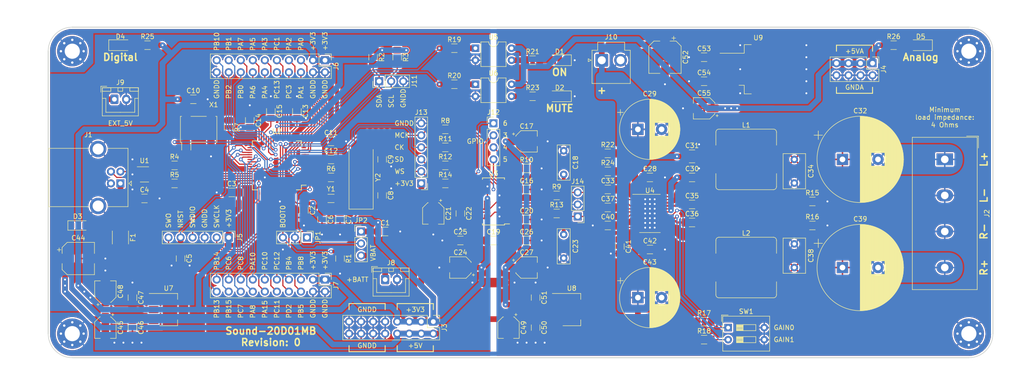
<source format=kicad_pcb>
(kicad_pcb (version 20171130) (host pcbnew 5.0.2+dfsg1-1)
  (title_block (title Sound-20D01MB) (date 2021-07-01) (rev 0))
  (layers (0 F.Cu signal) (31 B.Cu signal) (34 B.Paste user) (35 F.Paste user) (36 B.SilkS user) (37 F.SilkS user) (38 B.Mask user) (39 F.Mask user) (44 Edge.Cuts user))
  (net 0 "")
  (net 1 +3V3)
  (net 2 GNDD)
  (net 3 VBUS)
  (net 4 "/Microcontroller Unit/NRST")
  (net 5 "/Microcontroller Unit/RCC_OSC32_IN")
  (net 6 "/Microcontroller Unit/RCC_OSC32_OUT")
  (net 7 "/Microcontroller Unit/RCC_OSC_IN")
  (net 8 "Net-(C9-Pad1)")
  (net 9 "/Microcontroller Unit/VCAP_1")
  (net 10 +3.3VA)
  (net 11 GNDA)
  (net 12 /DAC/DAC_ROUT)
  (net 13 "Net-(C19-Pad1)")
  (net 14 "Net-(C19-Pad2)")
  (net 15 "Net-(C20-Pad1)")
  (net 16 "Net-(C21-Pad1)")
  (net 17 /DAC/DAC_LOUT)
  (net 18 VCC)
  (net 19 "Net-(C32-Pad1)")
  (net 20 /Amplifier/LOUT)
  (net 21 "Net-(C33-Pad2)")
  (net 22 "Net-(C35-Pad1)")
  (net 23 "Net-(C35-Pad2)")
  (net 24 "Net-(C36-Pad2)")
  (net 25 "Net-(C36-Pad1)")
  (net 26 "Net-(C37-Pad2)")
  (net 27 "Net-(C38-Pad2)")
  (net 28 /Amplifier/ROUT)
  (net 29 "Net-(C40-Pad1)")
  (net 30 "Net-(C41-Pad1)")
  (net 31 +5V)
  (net 32 +5VA)
  (net 33 "Net-(D1-Pad2)")
  (net 34 "Net-(D2-Pad2)")
  (net 35 "Net-(D3-Pad2)")
  (net 36 "Net-(D4-Pad2)")
  (net 37 "Net-(D5-Pad2)")
  (net 38 "/Microcontroller Unit/USB_D-")
  (net 39 "/Microcontroller Unit/USB_D+")
  (net 40 "/Microcontroller Unit/SWCLK")
  (net 41 "/Microcontroller Unit/SWDIO")
  (net 42 "/Microcontroller Unit/SWO")
  (net 43 PB10)
  (net 44 PB2)
  (net 45 PB1)
  (net 46 PB0)
  (net 47 PA7)
  (net 48 PA6)
  (net 49 PA5)
  (net 50 PA4)
  (net 51 PA3)
  (net 52 PA2)
  (net 53 PA1)
  (net 54 PA0)
  (net 55 PC3)
  (net 56 PC1)
  (net 57 PC13)
  (net 58 PB8)
  (net 59 PB5)
  (net 60 PB4)
  (net 61 PD2)
  (net 62 PC12)
  (net 63 PC11)
  (net 64 PC10)
  (net 65 PA15)
  (net 66 PA10)
  (net 67 PA8)
  (net 68 PC8)
  (net 69 PC7)
  (net 70 PC6)
  (net 71 PB15)
  (net 72 PB14)
  (net 73 PB13)
  (net 74 +BATT)
  (net 75 I2C1_SDA)
  (net 76 I2C1_SCL)
  (net 77 DAC_GPIO6)
  (net 78 DAC_GPIO3)
  (net 79 DAC_GPIO4)
  (net 80 DAC_GPIO5)
  (net 81 /DAC/DAC_MCK)
  (net 82 /DAC/DAC_CK)
  (net 83 /DAC/DAC_SD)
  (net 84 /DAC/DAC_WS)
  (net 85 "Net-(JP1-Pad1)")
  (net 86 "/Microcontroller Unit/BOOT0")
  (net 87 "Net-(JP2-Pad2)")
  (net 88 "/Microcontroller Unit/USB_OTG_FS_DM")
  (net 89 "Net-(R4-Pad2)")
  (net 90 "Net-(R5-Pad1)")
  (net 91 "/Microcontroller Unit/USB_OTG_FS_DP")
  (net 92 "/Microcontroller Unit/RCC_OSC_OUT")
  (net 93 "Net-(R7-Pad2)")
  (net 94 "/Microcontroller Unit/I2S_CKIN")
  (net 95 "Net-(R8-Pad2)")
  (net 96 "Net-(R9-Pad1)")
  (net 97 "Net-(R10-Pad1)")
  (net 98 "Net-(R11-Pad2)")
  (net 99 "Net-(R12-Pad2)")
  (net 100 "Net-(R13-Pad1)")
  (net 101 "Net-(R14-Pad2)")
  (net 102 GAIN0)
  (net 103 GAIN1)
  (net 104 /Amplifier/~SHUTDOWN)
  (net 105 "Net-(R19-Pad2)")
  (net 106 "Net-(R20-Pad2)")
  (net 107 /Amplifier/MUTE)
  (net 108 ~AMP_SD)
  (net 109 AMP_MUTE)
  (net 110 I2S_OSC_EN)
  (module sound-20d01mb:PWP0024B (layer F.Cu) (at 179.07 96.52)
    (fp_text reference U4 (at 0 -4.85) (layer F.SilkS))
    (fp_text value TPA3123D2)
    (pad 25 thru_hole circle (at 0 2) (size 0.8 0.8) (drill 0.4) (layers *.Cu *.Mask) (net 11 GNDA))
    (pad 25 thru_hole circle (at 1 2) (size 0.8 0.8) (drill 0.4) (layers *.Cu *.Mask) (net 11 GNDA))
    (pad 25 thru_hole circle (at -1 2) (size 0.8 0.8) (drill 0.4) (layers *.Cu *.Mask) (net 11 GNDA))
    (pad 25 thru_hole circle (at 1 -2) (size 0.8 0.8) (drill 0.4) (layers *.Cu *.Mask) (net 11 GNDA))
    (pad 25 thru_hole circle (at -1 -2) (size 0.8 0.8) (drill 0.4) (layers *.Cu *.Mask) (net 11 GNDA))
    (pad 25 thru_hole circle (at 0 -2) (size 0.8 0.8) (drill 0.4) (layers *.Cu *.Mask) (net 11 GNDA))
    (pad 25 thru_hole circle (at -1 1) (size 0.8 0.8) (drill 0.4) (layers *.Cu *.Mask) (net 11 GNDA))
    (pad 25 thru_hole circle (at 0 1) (size 0.8 0.8) (drill 0.4) (layers *.Cu *.Mask) (net 11 GNDA))
    (pad 25 thru_hole circle (at 1 1) (size 0.8 0.8) (drill 0.4) (layers *.Cu *.Mask) (net 11 GNDA))
    (pad 25 thru_hole circle (at -1 -1) (size 0.8 0.8) (drill 0.4) (layers *.Cu *.Mask) (net 11 GNDA))
    (pad 25 thru_hole circle (at 0 -1) (size 0.8 0.8) (drill 0.4) (layers *.Cu *.Mask) (net 11 GNDA))
    (pad 25 thru_hole circle (at 1 -1) (size 0.8 0.8) (drill 0.4) (layers *.Cu *.Mask) (net 11 GNDA))
    (pad 25 thru_hole circle (at 1 0) (size 0.8 0.8) (drill 0.4) (layers *.Cu *.Mask) (net 11 GNDA))
    (pad 25 thru_hole circle (at -1 0) (size 0.8 0.8) (drill 0.4) (layers *.Cu *.Mask) (net 11 GNDA))
    (pad 25 thru_hole circle (at 0 0) (size 0.8 0.8) (drill 0.4) (layers *.Cu *.Mask) (net 11 GNDA))
    (pad 25 smd roundrect (at 0 0) (size 2.4 4.68) (layers F.Cu F.Mask) (roundrect_rratio 0.104) (net 11 GNDA))
    (pad 1 smd roundrect (at -2.8625 -3.575) (size 1.5 0.45) (layers F.Cu F.Paste F.Mask) (net 18 VCC))
    (pad 2 smd roundrect (at -2.8625 -2.925) (size 1.5 0.45) (layers F.Cu F.Paste F.Mask) (net 108 ~AMP_SD))
    (pad 3 smd roundrect (at -2.8625 -2.275) (size 1.5 0.45) (layers F.Cu F.Paste F.Mask) (net 18 VCC))
    (pad 4 smd roundrect (at -2.8625 -1.625) (size 1.5 0.45) (layers F.Cu F.Paste F.Mask) (net 109 AMP_MUTE))
    (pad 5 smd roundrect (at -2.8625 -0.975) (size 1.5 0.45) (layers F.Cu F.Paste F.Mask) (net 21 "Net-(C33-Pad2)"))
    (pad 6 smd roundrect (at -2.8625 -0.325) (size 1.5 0.45) (layers F.Cu F.Paste F.Mask) (net 26 "Net-(C37-Pad2)"))
    (pad 7 smd roundrect (at -2.8625 0.325) (size 1.5 0.45) (layers F.Cu F.Paste F.Mask) (net 29 "Net-(C40-Pad1)"))
    (pad 8 smd roundrect (at -2.8625 0.975) (size 1.5 0.45) (layers F.Cu F.Paste F.Mask) (net 11 GNDA))
    (pad 9 smd roundrect (at -2.8625 1.625) (size 1.5 0.45) (layers F.Cu F.Paste F.Mask) (net 11 GNDA))
    (pad 10 smd roundrect (at -2.8625 2.275) (size 1.5 0.45) (layers F.Cu F.Paste F.Mask) (net 18 VCC))
    (pad 11 smd roundrect (at -2.8625 2.925) (size 1.5 0.45) (layers F.Cu F.Paste F.Mask) (net 30 "Net-(C41-Pad1)"))
    (pad 12 smd roundrect (at -2.8625 3.575) (size 1.5 0.45) (layers F.Cu F.Paste F.Mask) (net 18 VCC))
    (pad 13 smd roundrect (at 2.8625 3.575) (size 1.5 0.45) (layers F.Cu F.Paste F.Mask) (net 11 GNDA))
    (pad 14 smd roundrect (at 2.8625 2.925) (size 1.5 0.45) (layers F.Cu F.Paste F.Mask) (net 11 GNDA))
    (pad 15 smd roundrect (at 2.8625 2.275) (size 1.5 0.45) (layers F.Cu F.Paste F.Mask) (net 24 "Net-(C36-Pad2)"))
    (pad 16 smd roundrect (at 2.8625 1.625) (size 1.5 0.45) (layers F.Cu F.Paste F.Mask) (net 25 "Net-(C36-Pad1)"))
    (pad 17 smd roundrect (at 2.8625 0.975) (size 1.5 0.45) (layers F.Cu F.Paste F.Mask) (net 103 GAIN1))
    (pad 18 smd roundrect (at 2.8625 0.325) (size 1.5 0.45) (layers F.Cu F.Paste F.Mask) (net 102 GAIN0))
    (pad 19 smd roundrect (at 2.8625 -0.325) (size 1.5 0.45) (layers F.Cu F.Paste F.Mask) (net 18 VCC))
    (pad 20 smd roundrect (at 2.8625 -0.975) (size 1.5 0.45) (layers F.Cu F.Paste F.Mask) (net 18 VCC))
    (pad 21 smd roundrect (at 2.8625 -1.625) (size 1.5 0.45) (layers F.Cu F.Paste F.Mask) (net 22 "Net-(C35-Pad1)"))
    (pad 22 smd roundrect (at 2.8625 -2.275) (size 1.5 0.45) (layers F.Cu F.Paste F.Mask) (net 23 "Net-(C35-Pad2)"))
    (pad 23 smd roundrect (at 2.8625 -2.925) (size 1.5 0.45) (layers F.Cu F.Paste F.Mask) (net 11 GNDA))
    (pad 24 smd roundrect (at 2.8625 -3.575) (size 1.5 0.45) (layers F.Cu F.Paste F.Mask) (net 11 GNDA))
  )
  (module Capacitor_SMD:C_1206_3216Metric_Pad1.42x1.75mm_HandSolder (layer F.Cu) (at 123.19 100.33)
    (fp_text reference C1 (at 0 -1.82) (layer F.SilkS))
    (fp_text value 0.1uF)
    (pad 1 smd roundrect (at -1.4875 0) (size 1.425 1.75) (layers F.Cu F.Paste F.Mask) (roundrect_rratio 0.175439) (net 1 +3V3))
    (pad 2 smd roundrect (at 1.4875 0) (size 1.425 1.75) (layers F.Cu F.Paste F.Mask) (roundrect_rratio 0.175439) (net 2 GNDD))
  )
  (module Capacitor_SMD:C_1206_3216Metric_Pad1.42x1.75mm_HandSolder (layer F.Cu) (at 106.045 95.885 270)
    (fp_text reference C2 (at 0 -1.82 270) (layer F.SilkS))
    (fp_text value 0.1uF)
    (pad 2 smd roundrect (at 1.4875 0 270) (size 1.425 1.75) (layers F.Cu F.Paste F.Mask) (roundrect_rratio 0.175439) (net 2 GNDD))
    (pad 1 smd roundrect (at -1.4875 0 270) (size 1.425 1.75) (layers F.Cu F.Paste F.Mask) (roundrect_rratio 0.175439) (net 1 +3V3))
  )
  (module Capacitor_SMD:C_1206_3216Metric_Pad1.42x1.75mm_HandSolder (layer F.Cu) (at 90.805 92.075 180)
    (fp_text reference C3 (at 0 1.82 180) (layer F.SilkS))
    (fp_text value 0.1uF)
    (pad 1 smd roundrect (at -1.4875 0 180) (size 1.425 1.75) (layers F.Cu F.Paste F.Mask) (roundrect_rratio 0.175439) (net 1 +3V3))
    (pad 2 smd roundrect (at 1.4875 0 180) (size 1.425 1.75) (layers F.Cu F.Paste F.Mask) (roundrect_rratio 0.175439) (net 2 GNDD))
  )
  (module Capacitor_SMD:C_1206_3216Metric_Pad1.42x1.75mm_HandSolder (layer F.Cu) (at 72.39 93.345)
    (fp_text reference C4 (at 0 -1.82) (layer F.SilkS))
    (fp_text value 0.1uF)
    (pad 2 smd roundrect (at 1.4875 0) (size 1.425 1.75) (layers F.Cu F.Paste F.Mask) (roundrect_rratio 0.175439) (net 2 GNDD))
    (pad 1 smd roundrect (at -1.4875 0) (size 1.425 1.75) (layers F.Cu F.Paste F.Mask) (roundrect_rratio 0.175439) (net 3 VBUS))
  )
  (module Capacitor_SMD:C_1206_3216Metric_Pad1.42x1.75mm_HandSolder (layer F.Cu) (at 80.01 106.045 270)
    (fp_text reference C5 (at 0 -1.82 270) (layer F.SilkS))
    (fp_text value 0.1uF)
    (pad 2 smd roundrect (at 1.4875 0 270) (size 1.425 1.75) (layers F.Cu F.Paste F.Mask) (roundrect_rratio 0.175439) (net 2 GNDD))
    (pad 1 smd roundrect (at -1.4875 0 270) (size 1.425 1.75) (layers F.Cu F.Paste F.Mask) (roundrect_rratio 0.175439) (net 4 "/Microcontroller Unit/NRST"))
  )
  (module Capacitor_SMD:C_1206_3216Metric_Pad1.42x1.75mm_HandSolder (layer F.Cu) (at 109.855 97.79 270)
    (fp_text reference C6 (at 0 -1.82 270) (layer F.SilkS))
    (fp_text value 15pF)
    (pad 1 smd roundrect (at -1.4875 0 270) (size 1.425 1.75) (layers F.Cu F.Paste F.Mask) (roundrect_rratio 0.175439) (net 5 "/Microcontroller Unit/RCC_OSC32_IN"))
    (pad 2 smd roundrect (at 1.4875 0 270) (size 1.425 1.75) (layers F.Cu F.Paste F.Mask) (roundrect_rratio 0.175439) (net 2 GNDD))
  )
  (module Capacitor_SMD:C_1206_3216Metric_Pad1.42x1.75mm_HandSolder (layer F.Cu) (at 113.665 97.79 270)
    (fp_text reference C7 (at 0 -1.82 270) (layer F.SilkS))
    (fp_text value 15pF)
    (pad 2 smd roundrect (at 1.4875 0 270) (size 1.425 1.75) (layers F.Cu F.Paste F.Mask) (roundrect_rratio 0.175439) (net 2 GNDD))
    (pad 1 smd roundrect (at -1.4875 0 270) (size 1.425 1.75) (layers F.Cu F.Paste F.Mask) (roundrect_rratio 0.175439) (net 6 "/Microcontroller Unit/RCC_OSC32_OUT"))
  )
  (module Capacitor_SMD:C_1206_3216Metric_Pad1.42x1.75mm_HandSolder (layer F.Cu) (at 122.555 92.71 90)
    (fp_text reference C8 (at 0 1.82 90) (layer F.SilkS))
    (fp_text value 22pF)
    (pad 1 smd roundrect (at -1.4875 0 90) (size 1.425 1.75) (layers F.Cu F.Paste F.Mask) (roundrect_rratio 0.175439) (net 7 "/Microcontroller Unit/RCC_OSC_IN"))
    (pad 2 smd roundrect (at 1.4875 0 90) (size 1.425 1.75) (layers F.Cu F.Paste F.Mask) (roundrect_rratio 0.175439) (net 2 GNDD))
  )
  (module Capacitor_SMD:C_1206_3216Metric_Pad1.42x1.75mm_HandSolder (layer F.Cu) (at 122.555 85.09 270)
    (fp_text reference C9 (at 0 -1.82 270) (layer F.SilkS))
    (fp_text value 22pF)
    (pad 2 smd roundrect (at 1.4875 0 270) (size 1.425 1.75) (layers F.Cu F.Paste F.Mask) (roundrect_rratio 0.175439) (net 2 GNDD))
    (pad 1 smd roundrect (at -1.4875 0 270) (size 1.425 1.75) (layers F.Cu F.Paste F.Mask) (roundrect_rratio 0.175439) (net 8 "Net-(C9-Pad1)"))
  )
  (module Capacitor_SMD:C_1206_3216Metric_Pad1.42x1.75mm_HandSolder (layer F.Cu) (at 82.6975 72.39)
    (fp_text reference C10 (at 0 -1.82) (layer F.SilkS))
    (fp_text value 0.1uF)
    (pad 2 smd roundrect (at 1.4875 0) (size 1.425 1.75) (layers F.Cu F.Paste F.Mask) (roundrect_rratio 0.175439) (net 2 GNDD))
    (pad 1 smd roundrect (at -1.4875 0) (size 1.425 1.75) (layers F.Cu F.Paste F.Mask) (roundrect_rratio 0.175439) (net 1 +3V3))
  )
  (module Capacitor_SMD:C_1206_3216Metric_Pad1.42x1.75mm_HandSolder (layer F.Cu) (at 111.76 81.28)
    (fp_text reference C11 (at 0 -1.82) (layer F.SilkS))
    (fp_text value 1uF)
    (pad 1 smd roundrect (at -1.4875 0) (size 1.425 1.75) (layers F.Cu F.Paste F.Mask) (roundrect_rratio 0.175439) (net 1 +3V3))
    (pad 2 smd roundrect (at 1.4875 0) (size 1.425 1.75) (layers F.Cu F.Paste F.Mask) (roundrect_rratio 0.175439) (net 2 GNDD))
  )
  (module Capacitor_SMD:C_1206_3216Metric_Pad1.42x1.75mm_HandSolder (layer F.Cu) (at 111.76 85.09)
    (fp_text reference C12 (at 0 -1.82) (layer F.SilkS))
    (fp_text value 0.1uF)
    (pad 1 smd roundrect (at -1.4875 0) (size 1.425 1.75) (layers F.Cu F.Paste F.Mask) (roundrect_rratio 0.175439) (net 1 +3V3))
    (pad 2 smd roundrect (at 1.4875 0) (size 1.425 1.75) (layers F.Cu F.Paste F.Mask) (roundrect_rratio 0.175439) (net 2 GNDD))
  )
  (module Capacitor_SMD:C_1206_3216Metric_Pad1.42x1.75mm_HandSolder (layer F.Cu) (at 104.56 74.93 90)
    (fp_text reference C13 (at 0 1.82 90) (layer F.SilkS))
    (fp_text value 0.1uF)
    (pad 2 smd roundrect (at 1.4875 0 90) (size 1.425 1.75) (layers F.Cu F.Paste F.Mask) (roundrect_rratio 0.175439) (net 2 GNDD))
    (pad 1 smd roundrect (at -1.4875 0 90) (size 1.425 1.75) (layers F.Cu F.Paste F.Mask) (roundrect_rratio 0.175439) (net 1 +3V3))
  )
  (module Capacitor_SMD:C_1206_3216Metric_Pad1.42x1.75mm_HandSolder (layer F.Cu) (at 94.615 76.835 90)
    (fp_text reference C14 (at 0 1.82 90) (layer F.SilkS))
    (fp_text value 0.1uF)
    (pad 2 smd roundrect (at 1.4875 0 90) (size 1.425 1.75) (layers F.Cu F.Paste F.Mask) (roundrect_rratio 0.175439) (net 2 GNDD))
    (pad 1 smd roundrect (at -1.4875 0 90) (size 1.425 1.75) (layers F.Cu F.Paste F.Mask) (roundrect_rratio 0.175439) (net 1 +3V3))
  )
  (module Capacitor_SMD:C_1206_3216Metric_Pad1.42x1.75mm_HandSolder (layer F.Cu) (at 99.06 74.93 90)
    (fp_text reference C15 (at 0 1.82 90) (layer F.SilkS))
    (fp_text value 4.7uF)
    (pad 2 smd roundrect (at 1.4875 0 90) (size 1.425 1.75) (layers F.Cu F.Paste F.Mask) (roundrect_rratio 0.175439) (net 2 GNDD))
    (pad 1 smd roundrect (at -1.4875 0 90) (size 1.425 1.75) (layers F.Cu F.Paste F.Mask) (roundrect_rratio 0.175439) (net 9 "/Microcontroller Unit/VCAP_1"))
  )
  (module Capacitor_SMD:C_1206_3216Metric_Pad1.42x1.75mm_HandSolder (layer F.Cu) (at 153.035 91.44)
    (fp_text reference C16 (at 0 -1.82) (layer F.SilkS))
    (fp_text value 0.1uF)
    (pad 1 smd roundrect (at -1.4875 0) (size 1.425 1.75) (layers F.Cu F.Paste F.Mask) (roundrect_rratio 0.175439) (net 10 +3.3VA))
    (pad 2 smd roundrect (at 1.4875 0) (size 1.425 1.75) (layers F.Cu F.Paste F.Mask) (roundrect_rratio 0.175439) (net 11 GNDA))
  )
  (module Capacitor_THT:C_Rect_L7.2mm_W2.5mm_P5.00mm_FKS2_FKP2_MKS2_MKP2 (layer F.Cu) (at 160.8725 88.265 90)
    (fp_text reference C18 (at 2.5 2.5 90) (layer F.SilkS))
    (fp_text value 2.2nF)
    (pad 2 thru_hole circle (at 5 0 90) (size 1.6 1.6) (drill 0.8) (layers *.Cu *.Mask) (net 11 GNDA))
    (pad 1 thru_hole circle (at 0 0 90) (size 1.6 1.6) (drill 0.8) (layers *.Cu *.Mask) (net 12 /DAC/DAC_ROUT))
  )
  (module Capacitor_SMD:C_1206_3216Metric_Pad1.42x1.75mm_HandSolder (layer F.Cu) (at 146.05 102.235)
    (fp_text reference C19 (at 0 -1.82) (layer F.SilkS))
    (fp_text value 2.2uF)
    (pad 1 smd roundrect (at -1.4875 0) (size 1.425 1.75) (layers F.Cu F.Paste F.Mask) (roundrect_rratio 0.175439) (net 13 "Net-(C19-Pad1)"))
    (pad 2 smd roundrect (at 1.4875 0) (size 1.425 1.75) (layers F.Cu F.Paste F.Mask) (roundrect_rratio 0.175439) (net 14 "Net-(C19-Pad2)"))
  )
  (module Capacitor_SMD:C_1206_3216Metric_Pad1.42x1.75mm_HandSolder (layer F.Cu) (at 153.035 97.79)
    (fp_text reference C20 (at 0 -1.82) (layer F.SilkS))
    (fp_text value 2.2uF)
    (pad 2 smd roundrect (at 1.4875 0) (size 1.425 1.75) (layers F.Cu F.Paste F.Mask) (roundrect_rratio 0.175439) (net 11 GNDA))
    (pad 1 smd roundrect (at -1.4875 0) (size 1.425 1.75) (layers F.Cu F.Paste F.Mask) (roundrect_rratio 0.175439) (net 15 "Net-(C20-Pad1)"))
  )
  (module Capacitor_SMD:CP_Elec_4x5.4 (layer F.Cu) (at 133.35 96.52 270)
    (fp_text reference C21 (at 0 -3.2 270) (layer F.SilkS))
    (fp_text value 10uF)
    (pad 1 smd roundrect (at -1.8 0 270) (size 2.6 1.6) (layers F.Cu F.Paste F.Mask) (roundrect_rratio 0.15625) (net 16 "Net-(C21-Pad1)"))
    (pad 2 smd roundrect (at 1.8 0 270) (size 2.6 1.6) (layers F.Cu F.Paste F.Mask) (roundrect_rratio 0.15625) (net 2 GNDD))
  )
  (module Capacitor_SMD:C_1206_3216Metric_Pad1.42x1.75mm_HandSolder (layer F.Cu) (at 139.065 96.52 270)
    (fp_text reference C22 (at 0 -1.82 270) (layer F.SilkS))
    (fp_text value 0.1uF)
    (pad 2 smd roundrect (at 1.4875 0 270) (size 1.425 1.75) (layers F.Cu F.Paste F.Mask) (roundrect_rratio 0.175439) (net 2 GNDD))
    (pad 1 smd roundrect (at -1.4875 0 270) (size 1.425 1.75) (layers F.Cu F.Paste F.Mask) (roundrect_rratio 0.175439) (net 16 "Net-(C21-Pad1)"))
  )
  (module Capacitor_THT:C_Rect_L7.2mm_W2.5mm_P5.00mm_FKS2_FKP2_MKS2_MKP2 (layer F.Cu) (at 160.8725 100.965 270)
    (fp_text reference C23 (at 2.5 -2.5 270) (layer F.SilkS))
    (fp_text value 2.2nF)
    (pad 1 thru_hole circle (at 0 0 270) (size 1.6 1.6) (drill 0.8) (layers *.Cu *.Mask) (net 17 /DAC/DAC_LOUT))
    (pad 2 thru_hole circle (at 5 0 270) (size 1.6 1.6) (drill 0.8) (layers *.Cu *.Mask) (net 11 GNDA))
  )
  (module Capacitor_SMD:CP_Elec_4x5.4 (layer F.Cu) (at 139.065 107.95 180)
    (fp_text reference C24 (at 0 3.2 180) (layer F.SilkS))
    (fp_text value 10uF)
    (pad 2 smd roundrect (at 1.8 0 180) (size 2.6 1.6) (layers F.Cu F.Paste F.Mask) (roundrect_rratio 0.15625) (net 2 GNDD))
    (pad 1 smd roundrect (at -1.8 0 180) (size 2.6 1.6) (layers F.Cu F.Paste F.Mask) (roundrect_rratio 0.15625) (net 1 +3V3))
  )
  (module Capacitor_SMD:C_1206_3216Metric_Pad1.42x1.75mm_HandSolder (layer F.Cu) (at 139.065 102.235 180)
    (fp_text reference C25 (at 0 1.82 180) (layer F.SilkS))
    (fp_text value 0.1uF)
    (pad 1 smd roundrect (at -1.4875 0 180) (size 1.425 1.75) (layers F.Cu F.Paste F.Mask) (roundrect_rratio 0.175439) (net 1 +3V3))
    (pad 2 smd roundrect (at 1.4875 0 180) (size 1.425 1.75) (layers F.Cu F.Paste F.Mask) (roundrect_rratio 0.175439) (net 2 GNDD))
  )
  (module Capacitor_SMD:C_1206_3216Metric_Pad1.42x1.75mm_HandSolder (layer F.Cu) (at 153.035 102.235)
    (fp_text reference C26 (at 0 -1.82) (layer F.SilkS))
    (fp_text value 0.1uF)
    (pad 2 smd roundrect (at 1.4875 0) (size 1.425 1.75) (layers F.Cu F.Paste F.Mask) (roundrect_rratio 0.175439) (net 11 GNDA))
    (pad 1 smd roundrect (at -1.4875 0) (size 1.425 1.75) (layers F.Cu F.Paste F.Mask) (roundrect_rratio 0.175439) (net 10 +3.3VA))
  )
  (module Capacitor_SMD:C_1206_3216Metric_Pad1.42x1.75mm_HandSolder (layer F.Cu) (at 179.07 88.9)
    (fp_text reference C28 (at 0 -1.82) (layer F.SilkS))
    (fp_text value 0.1uF)
    (pad 2 smd roundrect (at 1.4875 0) (size 1.425 1.75) (layers F.Cu F.Paste F.Mask) (roundrect_rratio 0.175439) (net 11 GNDA))
    (pad 1 smd roundrect (at -1.4875 0) (size 1.425 1.75) (layers F.Cu F.Paste F.Mask) (roundrect_rratio 0.175439) (net 18 VCC))
  )
  (module Capacitor_THT:CP_Radial_D12.5mm_P5.00mm (layer F.Cu) (at 176.53 78.74)
    (fp_text reference C29 (at 2.5 -7.5) (layer F.SilkS))
    (fp_text value 470uF)
    (pad 2 thru_hole circle (at 5 0) (size 2.4 2.4) (drill 1.2) (layers *.Cu *.Mask) (net 11 GNDA))
    (pad 1 thru_hole rect (at 0 0) (size 2.4 2.4) (drill 1.2) (layers *.Cu *.Mask) (net 18 VCC))
  )
  (module Capacitor_SMD:C_1206_3216Metric_Pad1.42x1.75mm_HandSolder (layer F.Cu) (at 187.96 88.9)
    (fp_text reference C30 (at 0 -1.82) (layer F.SilkS))
    (fp_text value 0.1uF)
    (pad 1 smd roundrect (at -1.4875 0) (size 1.425 1.75) (layers F.Cu F.Paste F.Mask) (roundrect_rratio 0.175439) (net 18 VCC))
    (pad 2 smd roundrect (at 1.4875 0) (size 1.425 1.75) (layers F.Cu F.Paste F.Mask) (roundrect_rratio 0.175439) (net 11 GNDA))
  )
  (module Capacitor_SMD:C_1210_3225Metric_Pad1.42x2.65mm_HandSolder (layer F.Cu) (at 187.96 84.455)
    (fp_text reference C31 (at 0 -2.28) (layer F.SilkS))
    (fp_text value 10uF)
    (pad 1 smd roundrect (at -1.4875 0) (size 1.425 2.65) (layers F.Cu F.Paste F.Mask) (roundrect_rratio 0.175439) (net 18 VCC))
    (pad 2 smd roundrect (at 1.4875 0) (size 1.425 2.65) (layers F.Cu F.Paste F.Mask) (roundrect_rratio 0.175439) (net 11 GNDA))
  )
  (module Capacitor_THT:CP_Radial_D18.0mm_P7.50mm (layer F.Cu) (at 219.71 85.09)
    (fp_text reference C32 (at 3.75 -10.25) (layer F.SilkS))
    (fp_text value 4700uF)
    (pad 1 thru_hole rect (at 0 0) (size 2.4 2.4) (drill 1.2) (layers *.Cu *.Mask) (net 19 "Net-(C32-Pad1)"))
    (pad 2 thru_hole circle (at 7.5 0) (size 2.4 2.4) (drill 1.2) (layers *.Cu *.Mask) (net 20 /Amplifier/LOUT))
  )
  (module Capacitor_SMD:C_1206_3216Metric_Pad1.42x1.75mm_HandSolder (layer F.Cu) (at 170.18 91.44)
    (fp_text reference C33 (at 0 -1.82) (layer F.SilkS))
    (fp_text value 2.2uF)
    (pad 2 smd roundrect (at 1.4875 0) (size 1.425 1.75) (layers F.Cu F.Paste F.Mask) (roundrect_rratio 0.175439) (net 21 "Net-(C33-Pad2)"))
    (pad 1 smd roundrect (at -1.4875 0) (size 1.425 1.75) (layers F.Cu F.Paste F.Mask) (roundrect_rratio 0.175439) (net 17 /DAC/DAC_LOUT))
  )
  (module Capacitor_THT:C_Rect_L7.2mm_W4.5mm_P5.00mm_FKS2_FKP2_MKS2_MKP2 (layer F.Cu) (at 209.55 85.09 270)
    (fp_text reference C34 (at 2.5 -3.5 270) (layer F.SilkS))
    (fp_text value 0.68uF)
    (pad 2 thru_hole circle (at 5 0 270) (size 1.6 1.6) (drill 0.8) (layers *.Cu *.Mask) (net 11 GNDA))
    (pad 1 thru_hole circle (at 0 0 270) (size 1.6 1.6) (drill 0.8) (layers *.Cu *.Mask) (net 19 "Net-(C32-Pad1)"))
  )
  (module Capacitor_SMD:C_1206_3216Metric_Pad1.42x1.75mm_HandSolder (layer F.Cu) (at 187.96 94.615)
    (fp_text reference C35 (at 0 -1.82) (layer F.SilkS))
    (fp_text value 0.22uF)
    (pad 1 smd roundrect (at -1.4875 0) (size 1.425 1.75) (layers F.Cu F.Paste F.Mask) (roundrect_rratio 0.175439) (net 22 "Net-(C35-Pad1)"))
    (pad 2 smd roundrect (at 1.4875 0) (size 1.425 1.75) (layers F.Cu F.Paste F.Mask) (roundrect_rratio 0.175439) (net 23 "Net-(C35-Pad2)"))
  )
  (module Capacitor_SMD:C_1206_3216Metric_Pad1.42x1.75mm_HandSolder (layer F.Cu) (at 187.96 98.425)
    (fp_text reference C36 (at 0 -1.82) (layer F.SilkS))
    (fp_text value 0.22uF)
    (pad 2 smd roundrect (at 1.4875 0) (size 1.425 1.75) (layers F.Cu F.Paste F.Mask) (roundrect_rratio 0.175439) (net 24 "Net-(C36-Pad2)"))
    (pad 1 smd roundrect (at -1.4875 0) (size 1.425 1.75) (layers F.Cu F.Paste F.Mask) (roundrect_rratio 0.175439) (net 25 "Net-(C36-Pad1)"))
  )
  (module Capacitor_SMD:C_1206_3216Metric_Pad1.42x1.75mm_HandSolder (layer F.Cu) (at 170.18 95.25)
    (fp_text reference C37 (at 0 -1.82) (layer F.SilkS))
    (fp_text value 2.2uF)
    (pad 1 smd roundrect (at -1.4875 0) (size 1.425 1.75) (layers F.Cu F.Paste F.Mask) (roundrect_rratio 0.175439) (net 12 /DAC/DAC_ROUT))
    (pad 2 smd roundrect (at 1.4875 0) (size 1.425 1.75) (layers F.Cu F.Paste F.Mask) (roundrect_rratio 0.175439) (net 26 "Net-(C37-Pad2)"))
  )
  (module Capacitor_THT:C_Rect_L7.2mm_W4.5mm_P5.00mm_FKS2_FKP2_MKS2_MKP2 (layer F.Cu) (at 209.55 102.95 270)
    (fp_text reference C38 (at 2.5 -3.5 270) (layer F.SilkS))
    (fp_text value 0.68uF)
    (pad 2 thru_hole circle (at 5 0 270) (size 1.6 1.6) (drill 0.8) (layers *.Cu *.Mask) (net 27 "Net-(C38-Pad2)"))
    (pad 1 thru_hole circle (at 0 0 270) (size 1.6 1.6) (drill 0.8) (layers *.Cu *.Mask) (net 11 GNDA))
  )
  (module Capacitor_THT:CP_Radial_D18.0mm_P7.50mm (layer F.Cu) (at 219.71 107.95)
    (fp_text reference C39 (at 3.75 -10.25) (layer F.SilkS))
    (fp_text value 4700uF)
    (pad 2 thru_hole circle (at 7.5 0) (size 2.4 2.4) (drill 1.2) (layers *.Cu *.Mask) (net 28 /Amplifier/ROUT))
    (pad 1 thru_hole rect (at 0 0) (size 2.4 2.4) (drill 1.2) (layers *.Cu *.Mask) (net 27 "Net-(C38-Pad2)"))
  )
  (module Capacitor_SMD:C_1206_3216Metric_Pad1.42x1.75mm_HandSolder (layer F.Cu) (at 170.18 99.06 180)
    (fp_text reference C40 (at 0 1.82 180) (layer F.SilkS))
    (fp_text value 2.2uF)
    (pad 2 smd roundrect (at 1.4875 0 180) (size 1.425 1.75) (layers F.Cu F.Paste F.Mask) (roundrect_rratio 0.175439) (net 11 GNDA))
    (pad 1 smd roundrect (at -1.4875 0 180) (size 1.425 1.75) (layers F.Cu F.Paste F.Mask) (roundrect_rratio 0.175439) (net 29 "Net-(C40-Pad1)"))
  )
  (module Capacitor_SMD:C_1206_3216Metric_Pad1.42x1.75mm_HandSolder (layer F.Cu) (at 172.72 103.505 270)
    (fp_text reference C41 (at 0 -1.82 270) (layer F.SilkS))
    (fp_text value 1uF)
    (pad 2 smd roundrect (at 1.4875 0 270) (size 1.425 1.75) (layers F.Cu F.Paste F.Mask) (roundrect_rratio 0.175439) (net 11 GNDA))
    (pad 1 smd roundrect (at -1.4875 0 270) (size 1.425 1.75) (layers F.Cu F.Paste F.Mask) (roundrect_rratio 0.175439) (net 30 "Net-(C41-Pad1)"))
  )
  (module Capacitor_SMD:C_1206_3216Metric_Pad1.42x1.75mm_HandSolder (layer F.Cu) (at 179.07 104.14)
    (fp_text reference C42 (at 0 -1.82) (layer F.SilkS))
    (fp_text value 0.1uF)
    (pad 1 smd roundrect (at -1.4875 0) (size 1.425 1.75) (layers F.Cu F.Paste F.Mask) (roundrect_rratio 0.175439) (net 18 VCC))
    (pad 2 smd roundrect (at 1.4875 0) (size 1.425 1.75) (layers F.Cu F.Paste F.Mask) (roundrect_rratio 0.175439) (net 11 GNDA))
  )
  (module Capacitor_THT:CP_Radial_D12.5mm_P5.00mm (layer F.Cu) (at 176.53 114.3)
    (fp_text reference C43 (at 2.5 -7.5) (layer F.SilkS))
    (fp_text value 470uF)
    (pad 2 thru_hole circle (at 5 0) (size 2.4 2.4) (drill 1.2) (layers *.Cu *.Mask) (net 11 GNDA))
    (pad 1 thru_hole rect (at 0 0) (size 2.4 2.4) (drill 1.2) (layers *.Cu *.Mask) (net 18 VCC))
  )
  (module Capacitor_SMD:CP_Elec_6.3x5.4 (layer F.Cu) (at 58.42 106.045)
    (fp_text reference C44 (at 0 -4.35) (layer F.SilkS))
    (fp_text value 47uF)
    (pad 2 smd roundrect (at 2.8 0) (size 3.5 1.6) (layers F.Cu F.Paste F.Mask) (roundrect_rratio 0.15625) (net 2 GNDD))
    (pad 1 smd roundrect (at -2.8 0) (size 3.5 1.6) (layers F.Cu F.Paste F.Mask) (roundrect_rratio 0.15625) (net 31 +5V))
  )
  (module Capacitor_SMD:CP_Elec_4x5.4 (layer F.Cu) (at 64.135 120.65 270)
    (fp_text reference C45 (at 0 -3.2 270) (layer F.SilkS))
    (fp_text value 10uF)
    (pad 2 smd roundrect (at 1.8 0 270) (size 2.6 1.6) (layers F.Cu F.Paste F.Mask) (roundrect_rratio 0.15625) (net 2 GNDD))
    (pad 1 smd roundrect (at -1.8 0 270) (size 2.6 1.6) (layers F.Cu F.Paste F.Mask) (roundrect_rratio 0.15625) (net 31 +5V))
  )
  (module Capacitor_SMD:C_1206_3216Metric_Pad1.42x1.75mm_HandSolder (layer F.Cu) (at 69.85 120.65 270)
    (fp_text reference C46 (at 0 -1.82 270) (layer F.SilkS))
    (fp_text value 2.2uF)
    (pad 1 smd roundrect (at -1.4875 0 270) (size 1.425 1.75) (layers F.Cu F.Paste F.Mask) (roundrect_rratio 0.175439) (net 31 +5V))
    (pad 2 smd roundrect (at 1.4875 0 270) (size 1.425 1.75) (layers F.Cu F.Paste F.Mask) (roundrect_rratio 0.175439) (net 2 GNDD))
  )
  (module Capacitor_SMD:C_1206_3216Metric_Pad1.42x1.75mm_HandSolder (layer F.Cu) (at 69.85 114.3 90)
    (fp_text reference C47 (at 0 1.82 90) (layer F.SilkS))
    (fp_text value 2.2uF)
    (pad 2 smd roundrect (at 1.4875 0 90) (size 1.425 1.75) (layers F.Cu F.Paste F.Mask) (roundrect_rratio 0.175439) (net 2 GNDD))
    (pad 1 smd roundrect (at -1.4875 0 90) (size 1.425 1.75) (layers F.Cu F.Paste F.Mask) (roundrect_rratio 0.175439) (net 1 +3V3))
  )
  (module Capacitor_SMD:CP_Elec_4x5.4 (layer F.Cu) (at 64.135 113.03 90)
    (fp_text reference C48 (at 0 3.2 90) (layer F.SilkS))
    (fp_text value 10uF)
    (pad 2 smd roundrect (at 1.8 0 90) (size 2.6 1.6) (layers F.Cu F.Paste F.Mask) (roundrect_rratio 0.15625) (net 2 GNDD))
    (pad 1 smd roundrect (at -1.8 0 90) (size 2.6 1.6) (layers F.Cu F.Paste F.Mask) (roundrect_rratio 0.15625) (net 1 +3V3))
  )
  (module Capacitor_SMD:CP_Elec_4x5.4 (layer F.Cu) (at 149.225 120.65 270)
    (fp_text reference C49 (at 0 -3.2 270) (layer F.SilkS))
    (fp_text value 10uF)
    (pad 1 smd roundrect (at -1.8 0 270) (size 2.6 1.6) (layers F.Cu F.Paste F.Mask) (roundrect_rratio 0.15625) (net 31 +5V))
    (pad 2 smd roundrect (at 1.8 0 270) (size 2.6 1.6) (layers F.Cu F.Paste F.Mask) (roundrect_rratio 0.15625) (net 11 GNDA))
  )
  (module Capacitor_SMD:C_1206_3216Metric_Pad1.42x1.75mm_HandSolder (layer F.Cu) (at 154.94 120.65 270)
    (fp_text reference C50 (at 0 -1.82 270) (layer F.SilkS))
    (fp_text value 2.2uF)
    (pad 2 smd roundrect (at 1.4875 0 270) (size 1.425 1.75) (layers F.Cu F.Paste F.Mask) (roundrect_rratio 0.175439) (net 11 GNDA))
    (pad 1 smd roundrect (at -1.4875 0 270) (size 1.425 1.75) (layers F.Cu F.Paste F.Mask) (roundrect_rratio 0.175439) (net 31 +5V))
  )
  (module Capacitor_SMD:C_1206_3216Metric_Pad1.42x1.75mm_HandSolder (layer F.Cu) (at 154.94 114.3 90)
    (fp_text reference C51 (at 0 1.82 90) (layer F.SilkS))
    (fp_text value 2.2uF)
    (pad 1 smd roundrect (at -1.4875 0 90) (size 1.425 1.75) (layers F.Cu F.Paste F.Mask) (roundrect_rratio 0.175439) (net 10 +3.3VA))
    (pad 2 smd roundrect (at 1.4875 0 90) (size 1.425 1.75) (layers F.Cu F.Paste F.Mask) (roundrect_rratio 0.175439) (net 11 GNDA))
  )
  (module Capacitor_SMD:C_1206_3216Metric_Pad1.42x1.75mm_HandSolder (layer F.Cu) (at 190.5 63.5 180)
    (fp_text reference C53 (at 0 1.82 180) (layer F.SilkS))
    (fp_text value 0.33uF)
    (pad 1 smd roundrect (at -1.4875 0 180) (size 1.425 1.75) (layers F.Cu F.Paste F.Mask) (roundrect_rratio 0.175439) (net 18 VCC))
    (pad 2 smd roundrect (at 1.4875 0 180) (size 1.425 1.75) (layers F.Cu F.Paste F.Mask) (roundrect_rratio 0.175439) (net 11 GNDA))
  )
  (module Capacitor_SMD:C_1206_3216Metric_Pad1.42x1.75mm_HandSolder (layer F.Cu) (at 190.5 68.58 180)
    (fp_text reference C54 (at 0 1.82 180) (layer F.SilkS))
    (fp_text value 0.1uF)
    (pad 1 smd roundrect (at -1.4875 0 180) (size 1.425 1.75) (layers F.Cu F.Paste F.Mask) (roundrect_rratio 0.175439) (net 32 +5VA))
    (pad 2 smd roundrect (at 1.4875 0 180) (size 1.425 1.75) (layers F.Cu F.Paste F.Mask) (roundrect_rratio 0.175439) (net 11 GNDA))
  )
  (module Capacitor_SMD:CP_Elec_4x5.4 (layer F.Cu) (at 190.5 74.295 180)
    (fp_text reference C55 (at 0 3.2 180) (layer F.SilkS))
    (fp_text value 10uF)
    (pad 1 smd roundrect (at -1.8 0 180) (size 2.6 1.6) (layers F.Cu F.Paste F.Mask) (roundrect_rratio 0.15625) (net 32 +5VA))
    (pad 2 smd roundrect (at 1.8 0 180) (size 2.6 1.6) (layers F.Cu F.Paste F.Mask) (roundrect_rratio 0.15625) (net 11 GNDA))
  )
  (module LED_SMD:LED_1206_3216Metric_Pad1.42x1.75mm_HandSolder (layer F.Cu) (at 160.02 64.135 180)
    (fp_text reference D1 (at 0 1.82 180) (layer F.SilkS))
    (fp_text value AMP_LED)
    (pad 2 smd roundrect (at 1.4875 0 180) (size 1.425 1.75) (layers F.Cu F.Paste F.Mask) (roundrect_rratio 0.175439) (net 33 "Net-(D1-Pad2)"))
    (pad 1 smd roundrect (at -1.4875 0 180) (size 1.425 1.75) (layers F.Cu F.Paste F.Mask) (roundrect_rratio 0.175439) (net 11 GNDA))
  )
  (module LED_SMD:LED_1206_3216Metric_Pad1.42x1.75mm_HandSolder (layer F.Cu) (at 160.02 71.755 180)
    (fp_text reference D2 (at 0 1.82 180) (layer F.SilkS))
    (fp_text value MUTE_LED)
    (pad 1 smd roundrect (at -1.4875 0 180) (size 1.425 1.75) (layers F.Cu F.Paste F.Mask) (roundrect_rratio 0.175439) (net 11 GNDA))
    (pad 2 smd roundrect (at 1.4875 0 180) (size 1.425 1.75) (layers F.Cu F.Paste F.Mask) (roundrect_rratio 0.175439) (net 34 "Net-(D2-Pad2)"))
  )
  (module Diode_SMD:D_SOD-123F (layer F.Cu) (at 58.42 99.06)
    (fp_text reference D3 (at -0.127 -1.905) (layer F.SilkS))
    (fp_text value CRS04)
    (pad 1 smd rect (at -1.4 0) (size 1.1 1.1) (layers F.Cu F.Paste F.Mask) (net 31 +5V))
    (pad 2 smd rect (at 1.4 0) (size 1.1 1.1) (layers F.Cu F.Paste F.Mask) (net 35 "Net-(D3-Pad2)"))
  )
  (module LED_SMD:LED_1206_3216Metric_Pad1.42x1.75mm_HandSolder (layer F.Cu) (at 67.31 60.96)
    (fp_text reference D4 (at 0 -1.82) (layer F.SilkS))
    (fp_text value D_PWR_LED)
    (pad 1 smd roundrect (at -1.4875 0) (size 1.425 1.75) (layers F.Cu F.Paste F.Mask) (roundrect_rratio 0.175439) (net 2 GNDD))
    (pad 2 smd roundrect (at 1.4875 0) (size 1.425 1.75) (layers F.Cu F.Paste F.Mask) (roundrect_rratio 0.175439) (net 36 "Net-(D4-Pad2)"))
  )
  (module LED_SMD:LED_1206_3216Metric_Pad1.42x1.75mm_HandSolder (layer F.Cu) (at 236.22 60.96 180)
    (fp_text reference D5 (at 0 1.82 180) (layer F.SilkS))
    (fp_text value A_PWR_LED)
    (pad 2 smd roundrect (at 1.4875 0 180) (size 1.425 1.75) (layers F.Cu F.Paste F.Mask) (roundrect_rratio 0.175439) (net 37 "Net-(D5-Pad2)"))
    (pad 1 smd roundrect (at -1.4875 0 180) (size 1.425 1.75) (layers F.Cu F.Paste F.Mask) (roundrect_rratio 0.175439) (net 11 GNDA))
  )
  (module Fuse:Fuse_1812_4532Metric_Pad1.30x3.40mm_HandSolder (layer F.Cu) (at 67.31 101.6 270)
    (fp_text reference F1 (at 0 -2.65 270) (layer F.SilkS))
    (fp_text value MF-MSMF050-2)
    (pad 1 smd roundrect (at -2.225 0 270) (size 1.3 3.4) (layers F.Cu F.Paste F.Mask) (roundrect_rratio 0.192308) (net 3 VBUS))
    (pad 2 smd roundrect (at 2.225 0 270) (size 1.3 3.4) (layers F.Cu F.Paste F.Mask) (roundrect_rratio 0.192308) (net 35 "Net-(D3-Pad2)"))
  )
  (module MountingHole:MountingHole_3.2mm_M3_Pad_Via (layer F.Cu) (at 57.15 62.23)
    (fp_text reference H1 hide)
    (fp_text value MountingHole_Pad)
    (pad 1 thru_hole circle (at 1.697056 -1.697056) (size 0.8 0.8) (drill 0.5) (layers *.Cu *.Mask) (net 11 GNDA))
    (pad 1 thru_hole circle (at 0 -2.4) (size 0.8 0.8) (drill 0.5) (layers *.Cu *.Mask) (net 11 GNDA))
    (pad 1 thru_hole circle (at -1.697056 -1.697056) (size 0.8 0.8) (drill 0.5) (layers *.Cu *.Mask) (net 11 GNDA))
    (pad 1 thru_hole circle (at -2.4 0) (size 0.8 0.8) (drill 0.5) (layers *.Cu *.Mask) (net 11 GNDA))
    (pad 1 thru_hole circle (at -1.697056 1.697056) (size 0.8 0.8) (drill 0.5) (layers *.Cu *.Mask) (net 11 GNDA))
    (pad 1 thru_hole circle (at 0 2.4) (size 0.8 0.8) (drill 0.5) (layers *.Cu *.Mask) (net 11 GNDA))
    (pad 1 thru_hole circle (at 1.697056 1.697056) (size 0.8 0.8) (drill 0.5) (layers *.Cu *.Mask) (net 11 GNDA))
    (pad 1 thru_hole circle (at 2.4 0) (size 0.8 0.8) (drill 0.5) (layers *.Cu *.Mask) (net 11 GNDA))
    (pad 1 thru_hole circle (at 0 0) (size 6.4 6.4) (drill 3.2) (layers *.Cu *.Mask) (net 11 GNDA))
  )
  (module MountingHole:MountingHole_3.2mm_M3_Pad_Via (layer F.Cu) (at 246.38 62.23)
    (fp_text reference H2 hide)
    (fp_text value MountingHole_Pad)
    (pad 1 thru_hole circle (at 0 0) (size 6.4 6.4) (drill 3.2) (layers *.Cu *.Mask) (net 11 GNDA))
    (pad 1 thru_hole circle (at 2.4 0) (size 0.8 0.8) (drill 0.5) (layers *.Cu *.Mask) (net 11 GNDA))
    (pad 1 thru_hole circle (at 1.697056 1.697056) (size 0.8 0.8) (drill 0.5) (layers *.Cu *.Mask) (net 11 GNDA))
    (pad 1 thru_hole circle (at 0 2.4) (size 0.8 0.8) (drill 0.5) (layers *.Cu *.Mask) (net 11 GNDA))
    (pad 1 thru_hole circle (at -1.697056 1.697056) (size 0.8 0.8) (drill 0.5) (layers *.Cu *.Mask) (net 11 GNDA))
    (pad 1 thru_hole circle (at -2.4 0) (size 0.8 0.8) (drill 0.5) (layers *.Cu *.Mask) (net 11 GNDA))
    (pad 1 thru_hole circle (at -1.697056 -1.697056) (size 0.8 0.8) (drill 0.5) (layers *.Cu *.Mask) (net 11 GNDA))
    (pad 1 thru_hole circle (at 0 -2.4) (size 0.8 0.8) (drill 0.5) (layers *.Cu *.Mask) (net 11 GNDA))
    (pad 1 thru_hole circle (at 1.697056 -1.697056) (size 0.8 0.8) (drill 0.5) (layers *.Cu *.Mask) (net 11 GNDA))
  )
  (module MountingHole:MountingHole_3.2mm_M3_Pad_Via (layer F.Cu) (at 57.15 121.92)
    (fp_text reference H3 hide)
    (fp_text value MountingHole_Pad)
    (pad 1 thru_hole circle (at 0 0) (size 6.4 6.4) (drill 3.2) (layers *.Cu *.Mask) (net 11 GNDA))
    (pad 1 thru_hole circle (at 2.4 0) (size 0.8 0.8) (drill 0.5) (layers *.Cu *.Mask) (net 11 GNDA))
    (pad 1 thru_hole circle (at 1.697056 1.697056) (size 0.8 0.8) (drill 0.5) (layers *.Cu *.Mask) (net 11 GNDA))
    (pad 1 thru_hole circle (at 0 2.4) (size 0.8 0.8) (drill 0.5) (layers *.Cu *.Mask) (net 11 GNDA))
    (pad 1 thru_hole circle (at -1.697056 1.697056) (size 0.8 0.8) (drill 0.5) (layers *.Cu *.Mask) (net 11 GNDA))
    (pad 1 thru_hole circle (at -2.4 0) (size 0.8 0.8) (drill 0.5) (layers *.Cu *.Mask) (net 11 GNDA))
    (pad 1 thru_hole circle (at -1.697056 -1.697056) (size 0.8 0.8) (drill 0.5) (layers *.Cu *.Mask) (net 11 GNDA))
    (pad 1 thru_hole circle (at 0 -2.4) (size 0.8 0.8) (drill 0.5) (layers *.Cu *.Mask) (net 11 GNDA))
    (pad 1 thru_hole circle (at 1.697056 -1.697056) (size 0.8 0.8) (drill 0.5) (layers *.Cu *.Mask) (net 11 GNDA))
  )
  (module MountingHole:MountingHole_3.2mm_M3_Pad_Via (layer F.Cu) (at 246.38 121.92)
    (fp_text reference H4 hide)
    (fp_text value MountingHole_Pad)
    (pad 1 thru_hole circle (at 1.697056 -1.697056) (size 0.8 0.8) (drill 0.5) (layers *.Cu *.Mask) (net 11 GNDA))
    (pad 1 thru_hole circle (at 0 -2.4) (size 0.8 0.8) (drill 0.5) (layers *.Cu *.Mask) (net 11 GNDA))
    (pad 1 thru_hole circle (at -1.697056 -1.697056) (size 0.8 0.8) (drill 0.5) (layers *.Cu *.Mask) (net 11 GNDA))
    (pad 1 thru_hole circle (at -2.4 0) (size 0.8 0.8) (drill 0.5) (layers *.Cu *.Mask) (net 11 GNDA))
    (pad 1 thru_hole circle (at -1.697056 1.697056) (size 0.8 0.8) (drill 0.5) (layers *.Cu *.Mask) (net 11 GNDA))
    (pad 1 thru_hole circle (at 0 2.4) (size 0.8 0.8) (drill 0.5) (layers *.Cu *.Mask) (net 11 GNDA))
    (pad 1 thru_hole circle (at 1.697056 1.697056) (size 0.8 0.8) (drill 0.5) (layers *.Cu *.Mask) (net 11 GNDA))
    (pad 1 thru_hole circle (at 2.4 0) (size 0.8 0.8) (drill 0.5) (layers *.Cu *.Mask) (net 11 GNDA))
    (pad 1 thru_hole circle (at 0 0) (size 6.4 6.4) (drill 3.2) (layers *.Cu *.Mask) (net 11 GNDA))
  )
  (module Connector_USB:USB_B_OST_USB-B1HSxx_Horizontal (layer F.Cu) (at 67.31 90.17 180)
    (fp_text reference J1 (at 6.76 10.27 180) (layer F.SilkS))
    (fp_text value USB_B)
    (pad 1 thru_hole rect (at 0 0 180) (size 1.7 1.7) (drill 0.92) (layers *.Cu *.Mask) (net 3 VBUS))
    (pad 2 thru_hole circle (at 0 2.5 180) (size 1.7 1.7) (drill 0.92) (layers *.Cu *.Mask) (net 38 "/Microcontroller Unit/USB_D-"))
    (pad 3 thru_hole circle (at 2 2.5 180) (size 1.7 1.7) (drill 0.92) (layers *.Cu *.Mask) (net 39 "/Microcontroller Unit/USB_D+"))
    (pad 4 thru_hole circle (at 2 0 180) (size 1.7 1.7) (drill 0.92) (layers *.Cu *.Mask) (net 2 GNDD))
    (pad 5 thru_hole circle (at 4.71 -4.77 180) (size 3.5 3.5) (drill 2.33) (layers *.Cu *.Mask) (net 2 GNDD))
    (pad 5 thru_hole circle (at 4.71 7.27 180) (size 3.5 3.5) (drill 2.33) (layers *.Cu *.Mask) (net 2 GNDD))
  )
  (module sound-20d01mb:X977B04 (layer F.Cu) (at 241.3 85.09 270)
    (fp_text reference J2 (at 11.43 -8.89 270) (layer F.SilkS))
    (fp_text value Conn_01x04)
    (pad 1 thru_hole rect (at 0 0 270) (size 2.5 3.5) (drill 1.6) (layers *.Cu *.Mask) (net 20 /Amplifier/LOUT))
    (pad 2 thru_hole oval (at 7.62 0 270) (size 2.5 3.5) (drill 1.6) (layers *.Cu *.Mask) (net 11 GNDA))
    (pad 3 thru_hole oval (at 15.24 0 270) (size 2.5 3.5) (drill 1.6) (layers *.Cu *.Mask) (net 11 GNDA))
    (pad 4 thru_hole oval (at 22.86 0 270) (size 2.5 3.5) (drill 1.6) (layers *.Cu *.Mask) (net 28 /Amplifier/ROUT))
  )
  (module Connector_PinHeader_2.54mm:PinHeader_2x08_P2.54mm_Vertical (layer F.Cu) (at 133.35 119.38 270)
    (fp_text reference J3 (at 1.27 -2.33 270) (layer F.SilkS))
    (fp_text value Conn_02x08_Odd_Even)
    (pad 1 thru_hole rect (at 0 0 270) (size 1.7 1.7) (drill 1) (layers *.Cu *.Mask) (net 1 +3V3))
    (pad 2 thru_hole oval (at 2.54 0 270) (size 1.7 1.7) (drill 1) (layers *.Cu *.Mask) (net 31 +5V))
    (pad 3 thru_hole oval (at 0 2.54 270) (size 1.7 1.7) (drill 1) (layers *.Cu *.Mask) (net 1 +3V3))
    (pad 4 thru_hole oval (at 2.54 2.54 270) (size 1.7 1.7) (drill 1) (layers *.Cu *.Mask) (net 31 +5V))
    (pad 5 thru_hole oval (at 0 5.08 270) (size 1.7 1.7) (drill 1) (layers *.Cu *.Mask) (net 1 +3V3))
    (pad 6 thru_hole oval (at 2.54 5.08 270) (size 1.7 1.7) (drill 1) (layers *.Cu *.Mask) (net 31 +5V))
    (pad 7 thru_hole oval (at 0 7.62 270) (size 1.7 1.7) (drill 1) (layers *.Cu *.Mask) (net 1 +3V3))
    (pad 8 thru_hole oval (at 2.54 7.62 270) (size 1.7 1.7) (drill 1) (layers *.Cu *.Mask) (net 31 +5V))
    (pad 9 thru_hole oval (at 0 10.16 270) (size 1.7 1.7) (drill 1) (layers *.Cu *.Mask) (net 2 GNDD))
    (pad 10 thru_hole oval (at 2.54 10.16 270) (size 1.7 1.7) (drill 1) (layers *.Cu *.Mask) (net 2 GNDD))
    (pad 11 thru_hole oval (at 0 12.7 270) (size 1.7 1.7) (drill 1) (layers *.Cu *.Mask) (net 2 GNDD))
    (pad 12 thru_hole oval (at 2.54 12.7 270) (size 1.7 1.7) (drill 1) (layers *.Cu *.Mask) (net 2 GNDD))
    (pad 13 thru_hole oval (at 0 15.24 270) (size 1.7 1.7) (drill 1) (layers *.Cu *.Mask) (net 2 GNDD))
    (pad 14 thru_hole oval (at 2.54 15.24 270) (size 1.7 1.7) (drill 1) (layers *.Cu *.Mask) (net 2 GNDD))
    (pad 15 thru_hole oval (at 0 17.78 270) (size 1.7 1.7) (drill 1) (layers *.Cu *.Mask) (net 2 GNDD))
    (pad 16 thru_hole oval (at 2.54 17.78 270) (size 1.7 1.7) (drill 1) (layers *.Cu *.Mask) (net 2 GNDD))
  )
  (module Connector_PinHeader_2.54mm:PinHeader_2x04_P2.54mm_Vertical (layer F.Cu) (at 226.06 64.77 270)
    (fp_text reference J4 (at 1.27 -2.33 270) (layer F.SilkS))
    (fp_text value Conn_02x04_Odd_Even)
    (pad 1 thru_hole rect (at 0 0 270) (size 1.7 1.7) (drill 1) (layers *.Cu *.Mask) (net 32 +5VA))
    (pad 2 thru_hole oval (at 2.54 0 270) (size 1.7 1.7) (drill 1) (layers *.Cu *.Mask) (net 11 GNDA))
    (pad 3 thru_hole oval (at 0 2.54 270) (size 1.7 1.7) (drill 1) (layers *.Cu *.Mask) (net 32 +5VA))
    (pad 4 thru_hole oval (at 2.54 2.54 270) (size 1.7 1.7) (drill 1) (layers *.Cu *.Mask) (net 11 GNDA))
    (pad 5 thru_hole oval (at 0 5.08 270) (size 1.7 1.7) (drill 1) (layers *.Cu *.Mask) (net 32 +5VA))
    (pad 6 thru_hole oval (at 2.54 5.08 270) (size 1.7 1.7) (drill 1) (layers *.Cu *.Mask) (net 11 GNDA))
    (pad 7 thru_hole oval (at 0 7.62 270) (size 1.7 1.7) (drill 1) (layers *.Cu *.Mask) (net 32 +5VA))
    (pad 8 thru_hole oval (at 2.54 7.62 270) (size 1.7 1.7) (drill 1) (layers *.Cu *.Mask) (net 11 GNDA))
  )
  (module Connector_PinHeader_2.54mm:PinHeader_1x06_P2.54mm_Vertical (layer F.Cu) (at 90.17 101.6 270)
    (fp_text reference J5 (at 0 -2.33 270) (layer F.SilkS))
    (fp_text value Conn_01x06)
    (pad 1 thru_hole rect (at 0 0 270) (size 1.7 1.7) (drill 1) (layers *.Cu *.Mask) (net 1 +3V3))
    (pad 2 thru_hole oval (at 0 2.54 270) (size 1.7 1.7) (drill 1) (layers *.Cu *.Mask) (net 40 "/Microcontroller Unit/SWCLK"))
    (pad 3 thru_hole oval (at 0 5.08 270) (size 1.7 1.7) (drill 1) (layers *.Cu *.Mask) (net 2 GNDD))
    (pad 4 thru_hole oval (at 0 7.62 270) (size 1.7 1.7) (drill 1) (layers *.Cu *.Mask) (net 41 "/Microcontroller Unit/SWDIO"))
    (pad 5 thru_hole oval (at 0 10.16 270) (size 1.7 1.7) (drill 1) (layers *.Cu *.Mask) (net 4 "/Microcontroller Unit/NRST"))
    (pad 6 thru_hole oval (at 0 12.7 270) (size 1.7 1.7) (drill 1) (layers *.Cu *.Mask) (net 42 "/Microcontroller Unit/SWO"))
  )
  (module Connector_PinHeader_2.54mm:PinHeader_2x10_P2.54mm_Vertical (layer F.Cu) (at 110.49 64.135 270)
    (fp_text reference J6 (at 1.27 -2.33 270) (layer F.SilkS))
    (fp_text value Conn_02x10_Odd_Even)
    (pad 20 thru_hole oval (at 2.54 22.86 270) (size 1.7 1.7) (drill 1) (layers *.Cu *.Mask) (net 2 GNDD))
    (pad 19 thru_hole oval (at 0 22.86 270) (size 1.7 1.7) (drill 1) (layers *.Cu *.Mask) (net 43 PB10))
    (pad 18 thru_hole oval (at 2.54 20.32 270) (size 1.7 1.7) (drill 1) (layers *.Cu *.Mask) (net 44 PB2))
    (pad 17 thru_hole oval (at 0 20.32 270) (size 1.7 1.7) (drill 1) (layers *.Cu *.Mask) (net 45 PB1))
    (pad 16 thru_hole oval (at 2.54 17.78 270) (size 1.7 1.7) (drill 1) (layers *.Cu *.Mask) (net 46 PB0))
    (pad 15 thru_hole oval (at 0 17.78 270) (size 1.7 1.7) (drill 1) (layers *.Cu *.Mask) (net 47 PA7))
    (pad 14 thru_hole oval (at 2.54 15.24 270) (size 1.7 1.7) (drill 1) (layers *.Cu *.Mask) (net 48 PA6))
    (pad 13 thru_hole oval (at 0 15.24 270) (size 1.7 1.7) (drill 1) (layers *.Cu *.Mask) (net 49 PA5))
    (pad 12 thru_hole oval (at 2.54 12.7 270) (size 1.7 1.7) (drill 1) (layers *.Cu *.Mask) (net 50 PA4))
    (pad 11 thru_hole oval (at 0 12.7 270) (size 1.7 1.7) (drill 1) (layers *.Cu *.Mask) (net 51 PA3))
    (pad 10 thru_hole oval (at 2.54 10.16 270) (size 1.7 1.7) (drill 1) (layers *.Cu *.Mask) (net 57 PC13))
    (pad 9 thru_hole oval (at 0 10.16 270) (size 1.7 1.7) (drill 1) (layers *.Cu *.Mask) (net 56 PC1))
    (pad 8 thru_hole oval (at 2.54 7.62 270) (size 1.7 1.7) (drill 1) (layers *.Cu *.Mask) (net 55 PC3))
    (pad 7 thru_hole oval (at 0 7.62 270) (size 1.7 1.7) (drill 1) (layers *.Cu *.Mask) (net 52 PA2))
    (pad 6 thru_hole oval (at 2.54 5.08 270) (size 1.7 1.7) (drill 1) (layers *.Cu *.Mask) (net 53 PA1))
    (pad 5 thru_hole oval (at 0 5.08 270) (size 1.7 1.7) (drill 1) (layers *.Cu *.Mask) (net 54 PA0))
    (pad 4 thru_hole oval (at 2.54 2.54 270) (size 1.7 1.7) (drill 1) (layers *.Cu *.Mask) (net 2 GNDD))
    (pad 3 thru_hole oval (at 0 2.54 270) (size 1.7 1.7) (drill 1) (layers *.Cu *.Mask) (net 1 +3V3))
    (pad 2 thru_hole oval (at 2.54 0 270) (size 1.7 1.7) (drill 1) (layers *.Cu *.Mask) (net 2 GNDD))
    (pad 1 thru_hole rect (at 0 0 270) (size 1.7 1.7) (drill 1) (layers *.Cu *.Mask) (net 1 +3V3))
  )
  (module Connector_PinHeader_2.54mm:PinHeader_2x10_P2.54mm_Vertical (layer F.Cu) (at 110.49 110.49 270)
    (fp_text reference J7 (at 1.27 -2.33 270) (layer F.SilkS))
    (fp_text value Conn_02x10_Odd_Even)
    (pad 1 thru_hole rect (at 0 0 270) (size 1.7 1.7) (drill 1) (layers *.Cu *.Mask) (net 1 +3V3))
    (pad 2 thru_hole oval (at 2.54 0 270) (size 1.7 1.7) (drill 1) (layers *.Cu *.Mask) (net 2 GNDD))
    (pad 3 thru_hole oval (at 0 2.54 270) (size 1.7 1.7) (drill 1) (layers *.Cu *.Mask) (net 1 +3V3))
    (pad 4 thru_hole oval (at 2.54 2.54 270) (size 1.7 1.7) (drill 1) (layers *.Cu *.Mask) (net 2 GNDD))
    (pad 5 thru_hole oval (at 0 5.08 270) (size 1.7 1.7) (drill 1) (layers *.Cu *.Mask) (net 58 PB8))
    (pad 6 thru_hole oval (at 2.54 5.08 270) (size 1.7 1.7) (drill 1) (layers *.Cu *.Mask) (net 59 PB5))
    (pad 7 thru_hole oval (at 0 7.62 270) (size 1.7 1.7) (drill 1) (layers *.Cu *.Mask) (net 60 PB4))
    (pad 8 thru_hole oval (at 2.54 7.62 270) (size 1.7 1.7) (drill 1) (layers *.Cu *.Mask) (net 61 PD2))
    (pad 9 thru_hole oval (at 0 10.16 270) (size 1.7 1.7) (drill 1) (layers *.Cu *.Mask) (net 62 PC12))
    (pad 10 thru_hole oval (at 2.54 10.16 270) (size 1.7 1.7) (drill 1) (layers *.Cu *.Mask) (net 63 PC11))
    (pad 11 thru_hole oval (at 0 12.7 270) (size 1.7 1.7) (drill 1) (layers *.Cu *.Mask) (net 64 PC10))
    (pad 12 thru_hole oval (at 2.54 12.7 270) (size 1.7 1.7) (drill 1) (layers *.Cu *.Mask) (net 65 PA15))
    (pad 13 thru_hole oval (at 0 15.24 270) (size 1.7 1.7) (drill 1) (layers *.Cu *.Mask) (net 66 PA10))
    (pad 14 thru_hole oval (at 2.54 15.24 270) (size 1.7 1.7) (drill 1) (layers *.Cu *.Mask) (net 67 PA8))
    (pad 15 thru_hole oval (at 0 17.78 270) (size 1.7 1.7) (drill 1) (layers *.Cu *.Mask) (net 68 PC8))
    (pad 16 thru_hole oval (at 2.54 17.78 270) (size 1.7 1.7) (drill 1) (layers *.Cu *.Mask) (net 69 PC7))
    (pad 17 thru_hole oval (at 0 20.32 270) (size 1.7 1.7) (drill 1) (layers *.Cu *.Mask) (net 70 PC6))
    (pad 18 thru_hole oval (at 2.54 20.32 270) (size 1.7 1.7) (drill 1) (layers *.Cu *.Mask) (net 71 PB15))
    (pad 19 thru_hole oval (at 0 22.86 270) (size 1.7 1.7) (drill 1) (layers *.Cu *.Mask) (net 72 PB14))
    (pad 20 thru_hole oval (at 2.54 22.86 270) (size 1.7 1.7) (drill 1) (layers *.Cu *.Mask) (net 73 PB13))
  )
  (module Connector_JST:JST_XH_B02B-XH-A_1x02_P2.50mm_Vertical (layer F.Cu) (at 123.19 110.49)
    (fp_text reference J8 (at 1.25 -3.55) (layer F.SilkS))
    (fp_text value Conn_01x02)
    (pad 1 thru_hole roundrect (at 0 0) (size 1.7 2) (drill 1) (layers *.Cu *.Mask) (roundrect_rratio 0.147059) (net 74 +BATT))
    (pad 2 thru_hole oval (at 2.5 0) (size 1.7 2) (drill 1) (layers *.Cu *.Mask) (net 2 GNDD))
  )
  (module Connector_JST:JST_XH_B02B-XH-A_1x02_P2.50mm_Vertical (layer F.Cu) (at 66.04 72.39)
    (fp_text reference J9 (at 1.25 -3.55) (layer F.SilkS))
    (fp_text value Conn_01x02)
    (pad 2 thru_hole oval (at 2.5 0) (size 1.7 2) (drill 1) (layers *.Cu *.Mask) (net 2 GNDD))
    (pad 1 thru_hole roundrect (at 0 0) (size 1.7 2) (drill 1) (layers *.Cu *.Mask) (roundrect_rratio 0.147059) (net 31 +5V))
  )
  (module Connector_JST:JST_VH_B2P-VH_1x02_P3.96mm_Vertical (layer F.Cu) (at 168.91 64.135)
    (fp_text reference J10 (at 1.98 -4.9) (layer F.SilkS))
    (fp_text value Conn_01x02)
    (pad 1 thru_hole roundrect (at 0 0) (size 2.7 2.7) (drill 1.7) (layers *.Cu *.Mask) (roundrect_rratio 0.09259299999999999) (net 18 VCC))
    (pad 2 thru_hole circle (at 3.96 0) (size 2.7 2.7) (drill 1.7) (layers *.Cu *.Mask) (net 11 GNDA))
  )
  (module Connector_PinHeader_2.54mm:PinHeader_1x03_P2.54mm_Vertical (layer F.Cu) (at 121.92 68.58 90)
    (fp_text reference J11 (at 0 7.41 90) (layer F.SilkS))
    (fp_text value Conn_01x03)
    (pad 1 thru_hole rect (at 0 0 90) (size 1.7 1.7) (drill 1) (layers *.Cu *.Mask) (net 75 I2C1_SDA))
    (pad 2 thru_hole oval (at 0 2.54 90) (size 1.7 1.7) (drill 1) (layers *.Cu *.Mask) (net 76 I2C1_SCL))
    (pad 3 thru_hole oval (at 0 5.08 90) (size 1.7 1.7) (drill 1) (layers *.Cu *.Mask) (net 2 GNDD))
  )
  (module Connector_PinHeader_2.54mm:PinHeader_1x04_P2.54mm_Vertical (layer F.Cu) (at 146.05 77.47)
    (fp_text reference J12 (at 0 -2.33) (layer F.SilkS))
    (fp_text value Conn_01x04)
    (pad 1 thru_hole rect (at 0 0) (size 1.7 1.7) (drill 1) (layers *.Cu *.Mask) (net 77 DAC_GPIO6))
    (pad 2 thru_hole oval (at 0 2.54) (size 1.7 1.7) (drill 1) (layers *.Cu *.Mask) (net 78 DAC_GPIO3))
    (pad 3 thru_hole oval (at 0 5.08) (size 1.7 1.7) (drill 1) (layers *.Cu *.Mask) (net 79 DAC_GPIO4))
    (pad 4 thru_hole oval (at 0 7.62) (size 1.7 1.7) (drill 1) (layers *.Cu *.Mask) (net 80 DAC_GPIO5))
  )
  (module Connector_PinHeader_2.54mm:PinHeader_1x06_P2.54mm_Vertical (layer F.Cu) (at 130.81 90.17 180)
    (fp_text reference J13 (at 0 15.03 180) (layer F.SilkS))
    (fp_text value Conn_01x06)
    (pad 6 thru_hole oval (at 0 12.7 180) (size 1.7 1.7) (drill 1) (layers *.Cu *.Mask) (net 2 GNDD))
    (pad 5 thru_hole oval (at 0 10.16 180) (size 1.7 1.7) (drill 1) (layers *.Cu *.Mask) (net 81 /DAC/DAC_MCK))
    (pad 4 thru_hole oval (at 0 7.62 180) (size 1.7 1.7) (drill 1) (layers *.Cu *.Mask) (net 82 /DAC/DAC_CK))
    (pad 3 thru_hole oval (at 0 5.08 180) (size 1.7 1.7) (drill 1) (layers *.Cu *.Mask) (net 83 /DAC/DAC_SD))
    (pad 2 thru_hole oval (at 0 2.54 180) (size 1.7 1.7) (drill 1) (layers *.Cu *.Mask) (net 84 /DAC/DAC_WS))
    (pad 1 thru_hole rect (at 0 0 180) (size 1.7 1.7) (drill 1) (layers *.Cu *.Mask) (net 1 +3V3))
  )
  (module Connector_PinHeader_2.54mm:PinHeader_1x03_P2.54mm_Vertical (layer F.Cu) (at 163.83 97.155 180)
    (fp_text reference J14 (at 0 7.41 180) (layer F.SilkS))
    (fp_text value Conn_01x03)
    (pad 3 thru_hole oval (at 0 5.08 180) (size 1.7 1.7) (drill 1) (layers *.Cu *.Mask) (net 12 /DAC/DAC_ROUT))
    (pad 2 thru_hole oval (at 0 2.54 180) (size 1.7 1.7) (drill 1) (layers *.Cu *.Mask) (net 11 GNDA))
    (pad 1 thru_hole rect (at 0 0 180) (size 1.7 1.7) (drill 1) (layers *.Cu *.Mask) (net 17 /DAC/DAC_LOUT))
  )
  (module Connector_PinHeader_2.54mm:PinHeader_1x03_P2.54mm_Vertical (layer F.Cu) (at 106.68 101.6 270)
    (fp_text reference JP1 (at 0 -2.33 270) (layer F.SilkS))
    (fp_text value Jumper_NC_Dual)
    (pad 1 thru_hole rect (at 0 0 270) (size 1.7 1.7) (drill 1) (layers *.Cu *.Mask) (net 85 "Net-(JP1-Pad1)"))
    (pad 2 thru_hole oval (at 0 2.54 270) (size 1.7 1.7) (drill 1) (layers *.Cu *.Mask) (net 2 GNDD))
    (pad 3 thru_hole oval (at 0 5.08 270) (size 1.7 1.7) (drill 1) (layers *.Cu *.Mask) (net 86 "/Microcontroller Unit/BOOT0"))
  )
  (module Connector_PinHeader_2.54mm:PinHeader_1x03_P2.54mm_Vertical (layer F.Cu) (at 118.11 100.33)
    (fp_text reference JP2 (at 0 -2.33) (layer F.SilkS))
    (fp_text value Jumper_3_Bridged12)
    (pad 3 thru_hole oval (at 0 5.08) (size 1.7 1.7) (drill 1) (layers *.Cu *.Mask) (net 74 +BATT))
    (pad 2 thru_hole oval (at 0 2.54) (size 1.7 1.7) (drill 1) (layers *.Cu *.Mask) (net 87 "Net-(JP2-Pad2)"))
    (pad 1 thru_hole rect (at 0 0) (size 1.7 1.7) (drill 1) (layers *.Cu *.Mask) (net 1 +3V3))
  )
  (module Inductor_SMD:L_Bourns_SRR1260 (layer F.Cu) (at 199.39 85.09)
    (fp_text reference L1 (at 0 -7.25) (layer F.SilkS))
    (fp_text value 22uH)
    (pad 1 smd rect (at -4.85 0) (size 2.9 5.4) (layers F.Cu F.Paste F.Mask) (net 23 "Net-(C35-Pad2)"))
    (pad 2 smd rect (at 4.85 0) (size 2.9 5.4) (layers F.Cu F.Paste F.Mask) (net 19 "Net-(C32-Pad1)"))
  )
  (module Inductor_SMD:L_Bourns_SRR1260 (layer F.Cu) (at 199.39 107.95)
    (fp_text reference L2 (at 0 -7.25) (layer F.SilkS))
    (fp_text value 22uH)
    (pad 2 smd rect (at 4.85 0) (size 2.9 5.4) (layers F.Cu F.Paste F.Mask) (net 27 "Net-(C38-Pad2)"))
    (pad 1 smd rect (at -4.85 0) (size 2.9 5.4) (layers F.Cu F.Paste F.Mask) (net 24 "Net-(C36-Pad2)"))
  )
  (module NetTie:NetTie-2_SMD_Pad2.0mm (layer F.Cu) (at 146.05 111.125)
    (fp_text reference NT1 hide)
    (fp_text value Net-Tie_2)
    (fp_poly (pts (xy -2 -1) (xy 2 -1) (xy 2 1) (xy -2 1)) (layer F.Cu) (width 0))
    (pad 1 smd circle (at -2 0) (size 2 2) (layers F.Cu) (net 2 GNDD))
    (pad 2 smd circle (at 2 0) (size 2 2) (layers F.Cu) (net 11 GNDA))
  )
  (module Resistor_SMD:R_1206_3216Metric_Pad1.42x1.75mm_HandSolder (layer F.Cu) (at 113.665 106.045 270)
    (fp_text reference R1 (at 0 -1.82 270) (layer F.SilkS))
    (fp_text value 10K)
    (pad 1 smd roundrect (at -1.4875 0 270) (size 1.425 1.75) (layers F.Cu F.Paste F.Mask) (roundrect_rratio 0.175439) (net 86 "/Microcontroller Unit/BOOT0"))
    (pad 2 smd roundrect (at 1.4875 0 270) (size 1.425 1.75) (layers F.Cu F.Paste F.Mask) (roundrect_rratio 0.175439) (net 2 GNDD))
  )
  (module Resistor_SMD:R_1206_3216Metric_Pad1.42x1.75mm_HandSolder (layer F.Cu) (at 120.65 63.5 270)
    (fp_text reference R2 (at 0 -1.82 270) (layer F.SilkS))
    (fp_text value 4.7K)
    (pad 2 smd roundrect (at 1.4875 0 270) (size 1.425 1.75) (layers F.Cu F.Paste F.Mask) (roundrect_rratio 0.175439) (net 75 I2C1_SDA))
    (pad 1 smd roundrect (at -1.4875 0 270) (size 1.425 1.75) (layers F.Cu F.Paste F.Mask) (roundrect_rratio 0.175439) (net 1 +3V3))
  )
  (module Resistor_SMD:R_1206_3216Metric_Pad1.42x1.75mm_HandSolder (layer F.Cu) (at 125.73 63.5 270)
    (fp_text reference R3 (at 0 -1.82 270) (layer F.SilkS))
    (fp_text value 4.7K)
    (pad 1 smd roundrect (at -1.4875 0 270) (size 1.425 1.75) (layers F.Cu F.Paste F.Mask) (roundrect_rratio 0.175439) (net 1 +3V3))
    (pad 2 smd roundrect (at 1.4875 0 270) (size 1.425 1.75) (layers F.Cu F.Paste F.Mask) (roundrect_rratio 0.175439) (net 76 I2C1_SCL))
  )
  (module Resistor_SMD:R_1206_3216Metric_Pad1.42x1.75mm_HandSolder (layer F.Cu) (at 78.74 86.36 180)
    (fp_text reference R4 (at 0 1.82 180) (layer F.SilkS))
    (fp_text value 22R)
    (pad 1 smd roundrect (at -1.4875 0 180) (size 1.425 1.75) (layers F.Cu F.Paste F.Mask) (roundrect_rratio 0.175439) (net 88 "/Microcontroller Unit/USB_OTG_FS_DM"))
    (pad 2 smd roundrect (at 1.4875 0 180) (size 1.425 1.75) (layers F.Cu F.Paste F.Mask) (roundrect_rratio 0.175439) (net 89 "Net-(R4-Pad2)"))
  )
  (module Resistor_SMD:R_1206_3216Metric_Pad1.42x1.75mm_HandSolder (layer F.Cu) (at 78.74 90.17)
    (fp_text reference R5 (at 0 -1.82) (layer F.SilkS))
    (fp_text value 22R)
    (pad 1 smd roundrect (at -1.4875 0) (size 1.425 1.75) (layers F.Cu F.Paste F.Mask) (roundrect_rratio 0.175439) (net 90 "Net-(R5-Pad1)"))
    (pad 2 smd roundrect (at 1.4875 0) (size 1.425 1.75) (layers F.Cu F.Paste F.Mask) (roundrect_rratio 0.175439) (net 91 "/Microcontroller Unit/USB_OTG_FS_DP"))
  )
  (module Resistor_SMD:R_1206_3216Metric_Pad1.42x1.75mm_HandSolder (layer F.Cu) (at 111.76 88.9)
    (fp_text reference R6 (at 0 -1.82) (layer F.SilkS))
    (fp_text value 390R)
    (pad 2 smd roundrect (at 1.4875 0) (size 1.425 1.75) (layers F.Cu F.Paste F.Mask) (roundrect_rratio 0.175439) (net 8 "Net-(C9-Pad1)"))
    (pad 1 smd roundrect (at -1.4875 0) (size 1.425 1.75) (layers F.Cu F.Paste F.Mask) (roundrect_rratio 0.175439) (net 92 "/Microcontroller Unit/RCC_OSC_OUT"))
  )
  (module Resistor_SMD:R_1206_3216Metric_Pad1.42x1.75mm_HandSolder (layer F.Cu) (at 90.17 78.3225 90)
    (fp_text reference R7 (at 0 1.82 90) (layer F.SilkS))
    (fp_text value 51R)
    (pad 1 smd roundrect (at -1.4875 0 90) (size 1.425 1.75) (layers F.Cu F.Paste F.Mask) (roundrect_rratio 0.175439) (net 94 "/Microcontroller Unit/I2S_CKIN"))
    (pad 2 smd roundrect (at 1.4875 0 90) (size 1.425 1.75) (layers F.Cu F.Paste F.Mask) (roundrect_rratio 0.175439) (net 93 "Net-(R7-Pad2)"))
  )
  (module Resistor_SMD:R_1206_3216Metric_Pad1.42x1.75mm_HandSolder (layer F.Cu) (at 135.89 78.74)
    (fp_text reference R8 (at 0 -1.82) (layer F.SilkS))
    (fp_text value 22R)
    (pad 1 smd roundrect (at -1.4875 0) (size 1.425 1.75) (layers F.Cu F.Paste F.Mask) (roundrect_rratio 0.175439) (net 81 /DAC/DAC_MCK))
    (pad 2 smd roundrect (at 1.4875 0) (size 1.425 1.75) (layers F.Cu F.Paste F.Mask) (roundrect_rratio 0.175439) (net 95 "Net-(R8-Pad2)"))
  )
  (module Resistor_SMD:R_1206_3216Metric_Pad1.42x1.75mm_HandSolder (layer F.Cu) (at 159.385 92.71)
    (fp_text reference R9 (at 0 -1.82) (layer F.SilkS))
    (fp_text value 470R)
    (pad 1 smd roundrect (at -1.4875 0) (size 1.425 1.75) (layers F.Cu F.Paste F.Mask) (roundrect_rratio 0.175439) (net 96 "Net-(R9-Pad1)"))
    (pad 2 smd roundrect (at 1.4875 0) (size 1.425 1.75) (layers F.Cu F.Paste F.Mask) (roundrect_rratio 0.175439) (net 12 /DAC/DAC_ROUT))
  )
  (module Resistor_SMD:R_1206_3216Metric_Pad1.42x1.75mm_HandSolder (layer F.Cu) (at 153.035 86.995)
    (fp_text reference R10 (at 0 -1.82) (layer F.SilkS))
    (fp_text value 10K)
    (pad 1 smd roundrect (at -1.4875 0) (size 1.425 1.75) (layers F.Cu F.Paste F.Mask) (roundrect_rratio 0.175439) (net 97 "Net-(R10-Pad1)"))
    (pad 2 smd roundrect (at 1.4875 0) (size 1.425 1.75) (layers F.Cu F.Paste F.Mask) (roundrect_rratio 0.175439) (net 11 GNDA))
  )
  (module Resistor_SMD:R_1206_3216Metric_Pad1.42x1.75mm_HandSolder (layer F.Cu) (at 135.89 82.55)
    (fp_text reference R11 (at 0 -1.82) (layer F.SilkS))
    (fp_text value 22R)
    (pad 2 smd roundrect (at 1.4875 0) (size 1.425 1.75) (layers F.Cu F.Paste F.Mask) (roundrect_rratio 0.175439) (net 98 "Net-(R11-Pad2)"))
    (pad 1 smd roundrect (at -1.4875 0) (size 1.425 1.75) (layers F.Cu F.Paste F.Mask) (roundrect_rratio 0.175439) (net 82 /DAC/DAC_CK))
  )
  (module Resistor_SMD:R_1206_3216Metric_Pad1.42x1.75mm_HandSolder (layer F.Cu) (at 135.89 86.36)
    (fp_text reference R12 (at 0 -1.82) (layer F.SilkS))
    (fp_text value 22R)
    (pad 1 smd roundrect (at -1.4875 0) (size 1.425 1.75) (layers F.Cu F.Paste F.Mask) (roundrect_rratio 0.175439) (net 83 /DAC/DAC_SD))
    (pad 2 smd roundrect (at 1.4875 0) (size 1.425 1.75) (layers F.Cu F.Paste F.Mask) (roundrect_rratio 0.175439) (net 99 "Net-(R12-Pad2)"))
  )
  (module Resistor_SMD:R_1206_3216Metric_Pad1.42x1.75mm_HandSolder (layer F.Cu) (at 159.385 96.52)
    (fp_text reference R13 (at 0 -1.82) (layer F.SilkS))
    (fp_text value 470R)
    (pad 2 smd roundrect (at 1.4875 0) (size 1.425 1.75) (layers F.Cu F.Paste F.Mask) (roundrect_rratio 0.175439) (net 17 /DAC/DAC_LOUT))
    (pad 1 smd roundrect (at -1.4875 0) (size 1.425 1.75) (layers F.Cu F.Paste F.Mask) (roundrect_rratio 0.175439) (net 100 "Net-(R13-Pad1)"))
  )
  (module Resistor_SMD:R_1206_3216Metric_Pad1.42x1.75mm_HandSolder (layer F.Cu) (at 135.89 90.17)
    (fp_text reference R14 (at 0 -1.82) (layer F.SilkS))
    (fp_text value 22R)
    (pad 2 smd roundrect (at 1.4875 0) (size 1.425 1.75) (layers F.Cu F.Paste F.Mask) (roundrect_rratio 0.175439) (net 101 "Net-(R14-Pad2)"))
    (pad 1 smd roundrect (at -1.4875 0) (size 1.425 1.75) (layers F.Cu F.Paste F.Mask) (roundrect_rratio 0.175439) (net 84 /DAC/DAC_WS))
  )
  (module Resistor_SMD:R_1206_3216Metric_Pad1.42x1.75mm_HandSolder (layer F.Cu) (at 213.36 93.98)
    (fp_text reference R15 (at 0 -1.82) (layer F.SilkS))
    (fp_text value 4.7K)
    (pad 2 smd roundrect (at 1.4875 0) (size 1.425 1.75) (layers F.Cu F.Paste F.Mask) (roundrect_rratio 0.175439) (net 11 GNDA))
    (pad 1 smd roundrect (at -1.4875 0) (size 1.425 1.75) (layers F.Cu F.Paste F.Mask) (roundrect_rratio 0.175439) (net 19 "Net-(C32-Pad1)"))
  )
  (module Resistor_SMD:R_1206_3216Metric_Pad1.42x1.75mm_HandSolder (layer F.Cu) (at 213.36 99.06 180)
    (fp_text reference R16 (at 0 1.82 180) (layer F.SilkS))
    (fp_text value 4.7K)
    (pad 1 smd roundrect (at -1.4875 0 180) (size 1.425 1.75) (layers F.Cu F.Paste F.Mask) (roundrect_rratio 0.175439) (net 11 GNDA))
    (pad 2 smd roundrect (at 1.4875 0 180) (size 1.425 1.75) (layers F.Cu F.Paste F.Mask) (roundrect_rratio 0.175439) (net 27 "Net-(C38-Pad2)"))
  )
  (module Resistor_SMD:R_1206_3216Metric_Pad1.42x1.75mm_HandSolder (layer F.Cu) (at 190.5 119.38)
    (fp_text reference R17 (at 0 -1.82) (layer F.SilkS))
    (fp_text value 10K)
    (pad 2 smd roundrect (at 1.4875 0) (size 1.425 1.75) (layers F.Cu F.Paste F.Mask) (roundrect_rratio 0.175439) (net 102 GAIN0))
    (pad 1 smd roundrect (at -1.4875 0) (size 1.425 1.75) (layers F.Cu F.Paste F.Mask) (roundrect_rratio 0.175439) (net 18 VCC))
  )
  (module Resistor_SMD:R_1206_3216Metric_Pad1.42x1.75mm_HandSolder (layer F.Cu) (at 190.5 123.19)
    (fp_text reference R18 (at 0 -1.82) (layer F.SilkS))
    (fp_text value 10K)
    (pad 1 smd roundrect (at -1.4875 0) (size 1.425 1.75) (layers F.Cu F.Paste F.Mask) (roundrect_rratio 0.175439) (net 18 VCC))
    (pad 2 smd roundrect (at 1.4875 0) (size 1.425 1.75) (layers F.Cu F.Paste F.Mask) (roundrect_rratio 0.175439) (net 103 GAIN1))
  )
  (module Resistor_SMD:R_1206_3216Metric_Pad1.42x1.75mm_HandSolder (layer F.Cu) (at 137.795 61.595)
    (fp_text reference R19 (at 0 -1.82) (layer F.SilkS))
    (fp_text value 1K)
    (pad 1 smd roundrect (at -1.4875 0) (size 1.425 1.75) (layers F.Cu F.Paste F.Mask) (roundrect_rratio 0.175439) (net 104 /Amplifier/~SHUTDOWN))
    (pad 2 smd roundrect (at 1.4875 0) (size 1.425 1.75) (layers F.Cu F.Paste F.Mask) (roundrect_rratio 0.175439) (net 105 "Net-(R19-Pad2)"))
  )
  (module Resistor_SMD:R_1206_3216Metric_Pad1.42x1.75mm_HandSolder (layer F.Cu) (at 137.795 69.215)
    (fp_text reference R20 (at 0 -1.82) (layer F.SilkS))
    (fp_text value 1K)
    (pad 1 smd roundrect (at -1.4875 0) (size 1.425 1.75) (layers F.Cu F.Paste F.Mask) (roundrect_rratio 0.175439) (net 107 /Amplifier/MUTE))
    (pad 2 smd roundrect (at 1.4875 0) (size 1.425 1.75) (layers F.Cu F.Paste F.Mask) (roundrect_rratio 0.175439) (net 106 "Net-(R20-Pad2)"))
  )
  (module Resistor_SMD:R_1206_3216Metric_Pad1.42x1.75mm_HandSolder (layer F.Cu) (at 154.305 64.135)
    (fp_text reference R21 (at 0 -1.82) (layer F.SilkS))
    (fp_text value 1K)
    (pad 2 smd roundrect (at 1.4875 0) (size 1.425 1.75) (layers F.Cu F.Paste F.Mask) (roundrect_rratio 0.175439) (net 33 "Net-(D1-Pad2)"))
    (pad 1 smd roundrect (at -1.4875 0) (size 1.425 1.75) (layers F.Cu F.Paste F.Mask) (roundrect_rratio 0.175439) (net 108 ~AMP_SD))
  )
  (module Resistor_SMD:R_1206_3216Metric_Pad1.42x1.75mm_HandSolder (layer F.Cu) (at 170.18 83.82 180)
    (fp_text reference R22 (at 0 1.82 180) (layer F.SilkS))
    (fp_text value 10K)
    (pad 1 smd roundrect (at -1.4875 0 180) (size 1.425 1.75) (layers F.Cu F.Paste F.Mask) (roundrect_rratio 0.175439) (net 108 ~AMP_SD))
    (pad 2 smd roundrect (at 1.4875 0 180) (size 1.425 1.75) (layers F.Cu F.Paste F.Mask) (roundrect_rratio 0.175439) (net 11 GNDA))
  )
  (module Resistor_SMD:R_1206_3216Metric_Pad1.42x1.75mm_HandSolder (layer F.Cu) (at 154.305 71.755)
    (fp_text reference R23 (at 0 -1.82) (layer F.SilkS))
    (fp_text value 1K)
    (pad 1 smd roundrect (at -1.4875 0) (size 1.425 1.75) (layers F.Cu F.Paste F.Mask) (roundrect_rratio 0.175439) (net 109 AMP_MUTE))
    (pad 2 smd roundrect (at 1.4875 0) (size 1.425 1.75) (layers F.Cu F.Paste F.Mask) (roundrect_rratio 0.175439) (net 34 "Net-(D2-Pad2)"))
  )
  (module Resistor_SMD:R_1206_3216Metric_Pad1.42x1.75mm_HandSolder (layer F.Cu) (at 170.18 87.63 180)
    (fp_text reference R24 (at 0 1.82 180) (layer F.SilkS))
    (fp_text value 10K)
    (pad 1 smd roundrect (at -1.4875 0 180) (size 1.425 1.75) (layers F.Cu F.Paste F.Mask) (roundrect_rratio 0.175439) (net 109 AMP_MUTE))
    (pad 2 smd roundrect (at 1.4875 0 180) (size 1.425 1.75) (layers F.Cu F.Paste F.Mask) (roundrect_rratio 0.175439) (net 11 GNDA))
  )
  (module Resistor_SMD:R_1206_3216Metric_Pad1.42x1.75mm_HandSolder (layer F.Cu) (at 73.025 60.96 180)
    (fp_text reference R25 (at 0 1.82 180) (layer F.SilkS))
    (fp_text value 330R)
    (pad 2 smd roundrect (at 1.4875 0 180) (size 1.425 1.75) (layers F.Cu F.Paste F.Mask) (roundrect_rratio 0.175439) (net 36 "Net-(D4-Pad2)"))
    (pad 1 smd roundrect (at -1.4875 0 180) (size 1.425 1.75) (layers F.Cu F.Paste F.Mask) (roundrect_rratio 0.175439) (net 1 +3V3))
  )
  (module Resistor_SMD:R_1206_3216Metric_Pad1.42x1.75mm_HandSolder (layer F.Cu) (at 230.505 60.96)
    (fp_text reference R26 (at 0 -1.82) (layer F.SilkS))
    (fp_text value 1K)
    (pad 2 smd roundrect (at 1.4875 0) (size 1.425 1.75) (layers F.Cu F.Paste F.Mask) (roundrect_rratio 0.175439) (net 37 "Net-(D5-Pad2)"))
    (pad 1 smd roundrect (at -1.4875 0) (size 1.425 1.75) (layers F.Cu F.Paste F.Mask) (roundrect_rratio 0.175439) (net 32 +5VA))
  )
  (module Button_Switch_THT:SW_DIP_SPSTx02_Slide_9.78x7.26mm_W7.62mm_P2.54mm (layer F.Cu) (at 195.58 120.65)
    (fp_text reference SW1 (at 3.81 -3.42) (layer F.SilkS))
    (fp_text value SW_DIP_x02)
    (pad 1 thru_hole rect (at 0 0) (size 1.6 1.6) (drill 0.8) (layers *.Cu *.Mask) (net 102 GAIN0))
    (pad 3 thru_hole oval (at 7.62 2.54) (size 1.6 1.6) (drill 0.8) (layers *.Cu *.Mask) (net 11 GNDA))
    (pad 2 thru_hole oval (at 0 2.54) (size 1.6 1.6) (drill 0.8) (layers *.Cu *.Mask) (net 103 GAIN1))
    (pad 4 thru_hole oval (at 7.62 0) (size 1.6 1.6) (drill 0.8) (layers *.Cu *.Mask) (net 11 GNDA))
  )
  (module Package_TO_SOT_SMD:SOT-23-6 (layer F.Cu) (at 72.39 88.265)
    (fp_text reference U1 (at 0 -2.9) (layer F.SilkS))
    (fp_text value USBLC6-2SC6)
    (pad 1 smd rect (at -1.1 -0.95) (size 1.06 0.65) (layers F.Cu F.Paste F.Mask) (net 38 "/Microcontroller Unit/USB_D-"))
    (pad 2 smd rect (at -1.1 0) (size 1.06 0.65) (layers F.Cu F.Paste F.Mask) (net 2 GNDD))
    (pad 3 smd rect (at -1.1 0.95) (size 1.06 0.65) (layers F.Cu F.Paste F.Mask) (net 39 "/Microcontroller Unit/USB_D+"))
    (pad 4 smd rect (at 1.1 0.95) (size 1.06 0.65) (layers F.Cu F.Paste F.Mask) (net 90 "Net-(R5-Pad1)"))
    (pad 6 smd rect (at 1.1 -0.95) (size 1.06 0.65) (layers F.Cu F.Paste F.Mask) (net 89 "Net-(R4-Pad2)"))
    (pad 5 smd rect (at 1.1 0) (size 1.06 0.65) (layers F.Cu F.Paste F.Mask) (net 3 VBUS))
  )
  (module Package_QFP:LQFP-64_10x10mm_P0.5mm (layer F.Cu) (at 100.33 86.36 180)
    (fp_text reference U2 (at 0 7.2 180) (layer F.SilkS))
    (fp_text value STM32F446RCTx)
    (pad 1 smd rect (at -5.7 -3.75 180) (size 1 0.25) (layers F.Cu F.Paste F.Mask) (net 87 "Net-(JP2-Pad2)"))
    (pad 2 smd rect (at -5.7 -3.25 180) (size 1 0.25) (layers F.Cu F.Paste F.Mask) (net 57 PC13))
    (pad 3 smd rect (at -5.7 -2.75 180) (size 1 0.25) (layers F.Cu F.Paste F.Mask) (net 5 "/Microcontroller Unit/RCC_OSC32_IN"))
    (pad 4 smd rect (at -5.7 -2.25 180) (size 1 0.25) (layers F.Cu F.Paste F.Mask) (net 6 "/Microcontroller Unit/RCC_OSC32_OUT"))
    (pad 5 smd rect (at -5.7 -1.75 180) (size 1 0.25) (layers F.Cu F.Paste F.Mask) (net 7 "/Microcontroller Unit/RCC_OSC_IN"))
    (pad 6 smd rect (at -5.7 -1.25 180) (size 1 0.25) (layers F.Cu F.Paste F.Mask) (net 92 "/Microcontroller Unit/RCC_OSC_OUT"))
    (pad 7 smd rect (at -5.7 -0.75 180) (size 1 0.25) (layers F.Cu F.Paste F.Mask) (net 4 "/Microcontroller Unit/NRST"))
    (pad 8 smd rect (at -5.7 -0.25 180) (size 1 0.25) (layers F.Cu F.Paste F.Mask) (net 81 /DAC/DAC_MCK))
    (pad 9 smd rect (at -5.7 0.25 180) (size 1 0.25) (layers F.Cu F.Paste F.Mask) (net 56 PC1))
    (pad 10 smd rect (at -5.7 0.75 180) (size 1 0.25) (layers F.Cu F.Paste F.Mask) (net 110 I2S_OSC_EN))
    (pad 11 smd rect (at -5.7 1.25 180) (size 1 0.25) (layers F.Cu F.Paste F.Mask) (net 55 PC3))
    (pad 12 smd rect (at -5.7 1.75 180) (size 1 0.25) (layers F.Cu F.Paste F.Mask) (net 2 GNDD))
    (pad 13 smd rect (at -5.7 2.25 180) (size 1 0.25) (layers F.Cu F.Paste F.Mask) (net 1 +3V3))
    (pad 14 smd rect (at -5.7 2.75 180) (size 1 0.25) (layers F.Cu F.Paste F.Mask) (net 54 PA0))
    (pad 15 smd rect (at -5.7 3.25 180) (size 1 0.25) (layers F.Cu F.Paste F.Mask) (net 53 PA1))
    (pad 16 smd rect (at -5.7 3.75 180) (size 1 0.25) (layers F.Cu F.Paste F.Mask) (net 52 PA2))
    (pad 17 smd rect (at -3.75 5.7 270) (size 1 0.25) (layers F.Cu F.Paste F.Mask) (net 51 PA3))
    (pad 18 smd rect (at -3.25 5.7 270) (size 1 0.25) (layers F.Cu F.Paste F.Mask) (net 2 GNDD))
    (pad 19 smd rect (at -2.75 5.7 270) (size 1 0.25) (layers F.Cu F.Paste F.Mask) (net 1 +3V3))
    (pad 20 smd rect (at -2.25 5.7 270) (size 1 0.25) (layers F.Cu F.Paste F.Mask) (net 50 PA4))
    (pad 21 smd rect (at -1.75 5.7 270) (size 1 0.25) (layers F.Cu F.Paste F.Mask) (net 49 PA5))
    (pad 22 smd rect (at -1.25 5.7 270) (size 1 0.25) (layers F.Cu F.Paste F.Mask) (net 48 PA6))
    (pad 23 smd rect (at -0.75 5.7 270) (size 1 0.25) (layers F.Cu F.Paste F.Mask) (net 47 PA7))
    (pad 24 smd rect (at -0.25 5.7 270) (size 1 0.25) (layers F.Cu F.Paste F.Mask) (net 104 /Amplifier/~SHUTDOWN))
    (pad 25 smd rect (at 0.25 5.7 270) (size 1 0.25) (layers F.Cu F.Paste F.Mask) (net 107 /Amplifier/MUTE))
    (pad 26 smd rect (at 0.75 5.7 270) (size 1 0.25) (layers F.Cu F.Paste F.Mask) (net 46 PB0))
    (pad 27 smd rect (at 1.25 5.7 270) (size 1 0.25) (layers F.Cu F.Paste F.Mask) (net 45 PB1))
    (pad 28 smd rect (at 1.75 5.7 270) (size 1 0.25) (layers F.Cu F.Paste F.Mask) (net 44 PB2))
    (pad 29 smd rect (at 2.25 5.7 270) (size 1 0.25) (layers F.Cu F.Paste F.Mask) (net 43 PB10))
    (pad 30 smd rect (at 2.75 5.7 270) (size 1 0.25) (layers F.Cu F.Paste F.Mask) (net 9 "/Microcontroller Unit/VCAP_1"))
    (pad 31 smd rect (at 3.25 5.7 270) (size 1 0.25) (layers F.Cu F.Paste F.Mask) (net 2 GNDD))
    (pad 32 smd rect (at 3.75 5.7 270) (size 1 0.25) (layers F.Cu F.Paste F.Mask) (net 1 +3V3))
    (pad 33 smd rect (at 5.7 3.75 180) (size 1 0.25) (layers F.Cu F.Paste F.Mask) (net 82 /DAC/DAC_CK))
    (pad 34 smd rect (at 5.7 3.25 180) (size 1 0.25) (layers F.Cu F.Paste F.Mask) (net 73 PB13))
    (pad 35 smd rect (at 5.7 2.75 180) (size 1 0.25) (layers F.Cu F.Paste F.Mask) (net 72 PB14))
    (pad 36 smd rect (at 5.7 2.25 180) (size 1 0.25) (layers F.Cu F.Paste F.Mask) (net 71 PB15))
    (pad 37 smd rect (at 5.7 1.75 180) (size 1 0.25) (layers F.Cu F.Paste F.Mask) (net 70 PC6))
    (pad 38 smd rect (at 5.7 1.25 180) (size 1 0.25) (layers F.Cu F.Paste F.Mask) (net 69 PC7))
    (pad 39 smd rect (at 5.7 0.75 180) (size 1 0.25) (layers F.Cu F.Paste F.Mask) (net 68 PC8))
    (pad 40 smd rect (at 5.7 0.25 180) (size 1 0.25) (layers F.Cu F.Paste F.Mask) (net 94 "/Microcontroller Unit/I2S_CKIN"))
    (pad 41 smd rect (at 5.7 -0.25 180) (size 1 0.25) (layers F.Cu F.Paste F.Mask) (net 67 PA8))
    (pad 42 smd rect (at 5.7 -0.75 180) (size 1 0.25) (layers F.Cu F.Paste F.Mask) (net 83 /DAC/DAC_SD))
    (pad 43 smd rect (at 5.7 -1.25 180) (size 1 0.25) (layers F.Cu F.Paste F.Mask) (net 66 PA10))
    (pad 44 smd rect (at 5.7 -1.75 180) (size 1 0.25) (layers F.Cu F.Paste F.Mask) (net 88 "/Microcontroller Unit/USB_OTG_FS_DM"))
    (pad 45 smd rect (at 5.7 -2.25 180) (size 1 0.25) (layers F.Cu F.Paste F.Mask) (net 91 "/Microcontroller Unit/USB_OTG_FS_DP"))
    (pad 46 smd rect (at 5.7 -2.75 180) (size 1 0.25) (layers F.Cu F.Paste F.Mask) (net 41 "/Microcontroller Unit/SWDIO"))
    (pad 47 smd rect (at 5.7 -3.25 180) (size 1 0.25) (layers F.Cu F.Paste F.Mask) (net 2 GNDD))
    (pad 48 smd rect (at 5.7 -3.75 180) (size 1 0.25) (layers F.Cu F.Paste F.Mask) (net 1 +3V3))
    (pad 49 smd rect (at 3.75 -5.7 270) (size 1 0.25) (layers F.Cu F.Paste F.Mask) (net 40 "/Microcontroller Unit/SWCLK"))
    (pad 50 smd rect (at 3.25 -5.7 270) (size 1 0.25) (layers F.Cu F.Paste F.Mask) (net 65 PA15))
    (pad 51 smd rect (at 2.75 -5.7 270) (size 1 0.25) (layers F.Cu F.Paste F.Mask) (net 64 PC10))
    (pad 52 smd rect (at 2.25 -5.7 270) (size 1 0.25) (layers F.Cu F.Paste F.Mask) (net 63 PC11))
    (pad 53 smd rect (at 1.75 -5.7 270) (size 1 0.25) (layers F.Cu F.Paste F.Mask) (net 62 PC12))
    (pad 54 smd rect (at 1.25 -5.7 270) (size 1 0.25) (layers F.Cu F.Paste F.Mask) (net 61 PD2))
    (pad 55 smd rect (at 0.75 -5.7 270) (size 1 0.25) (layers F.Cu F.Paste F.Mask) (net 42 "/Microcontroller Unit/SWO"))
    (pad 56 smd rect (at 0.25 -5.7 270) (size 1 0.25) (layers F.Cu F.Paste F.Mask) (net 60 PB4))
    (pad 57 smd rect (at -0.25 -5.7 270) (size 1 0.25) (layers F.Cu F.Paste F.Mask) (net 59 PB5))
    (pad 58 smd rect (at -0.75 -5.7 270) (size 1 0.25) (layers F.Cu F.Paste F.Mask) (net 76 I2C1_SCL))
    (pad 59 smd rect (at -1.25 -5.7 270) (size 1 0.25) (layers F.Cu F.Paste F.Mask) (net 75 I2C1_SDA))
    (pad 60 smd rect (at -1.75 -5.7 270) (size 1 0.25) (layers F.Cu F.Paste F.Mask) (net 86 "/Microcontroller Unit/BOOT0"))
    (pad 61 smd rect (at -2.25 -5.7 270) (size 1 0.25) (layers F.Cu F.Paste F.Mask) (net 58 PB8))
    (pad 62 smd rect (at -2.75 -5.7 270) (size 1 0.25) (layers F.Cu F.Paste F.Mask) (net 84 /DAC/DAC_WS))
    (pad 63 smd rect (at -3.25 -5.7 270) (size 1 0.25) (layers F.Cu F.Paste F.Mask) (net 2 GNDD))
    (pad 64 smd rect (at -3.75 -5.7 270) (size 1 0.25) (layers F.Cu F.Paste F.Mask) (net 1 +3V3))
  )
  (module Package_SO:TSSOP-28_4.4x9.7mm_P0.65mm (layer F.Cu) (at 146.05 93.98 180)
    (fp_text reference U3 (at 0 5.9 180) (layer F.SilkS))
    (fp_text value PCM5142)
    (pad 1 smd rect (at -2.85 -4.225 180) (size 1.1 0.4) (layers F.Cu F.Paste F.Mask) (net 10 +3.3VA))
    (pad 2 smd rect (at -2.85 -3.575 180) (size 1.1 0.4) (layers F.Cu F.Paste F.Mask) (net 14 "Net-(C19-Pad2)"))
    (pad 3 smd rect (at -2.85 -2.925 180) (size 1.1 0.4) (layers F.Cu F.Paste F.Mask) (net 11 GNDA))
    (pad 4 smd rect (at -2.85 -2.275 180) (size 1.1 0.4) (layers F.Cu F.Paste F.Mask) (net 13 "Net-(C19-Pad1)"))
    (pad 5 smd rect (at -2.85 -1.625 180) (size 1.1 0.4) (layers F.Cu F.Paste F.Mask) (net 15 "Net-(C20-Pad1)"))
    (pad 6 smd rect (at -2.85 -0.975 180) (size 1.1 0.4) (layers F.Cu F.Paste F.Mask) (net 100 "Net-(R13-Pad1)"))
    (pad 7 smd rect (at -2.85 -0.325 180) (size 1.1 0.4) (layers F.Cu F.Paste F.Mask) (net 96 "Net-(R9-Pad1)"))
    (pad 8 smd rect (at -2.85 0.325 180) (size 1.1 0.4) (layers F.Cu F.Paste F.Mask) (net 10 +3.3VA))
    (pad 9 smd rect (at -2.85 0.975 180) (size 1.1 0.4) (layers F.Cu F.Paste F.Mask) (net 11 GNDA))
    (pad 10 smd rect (at -2.85 1.625 180) (size 1.1 0.4) (layers F.Cu F.Paste F.Mask) (net 97 "Net-(R10-Pad1)"))
    (pad 11 smd rect (at -2.85 2.275 180) (size 1.1 0.4) (layers F.Cu F.Paste F.Mask) (net 75 I2C1_SDA))
    (pad 12 smd rect (at -2.85 2.925 180) (size 1.1 0.4) (layers F.Cu F.Paste F.Mask) (net 76 I2C1_SCL))
    (pad 13 smd rect (at -2.85 3.575 180) (size 1.1 0.4) (layers F.Cu F.Paste F.Mask) (net 80 DAC_GPIO5))
    (pad 14 smd rect (at -2.85 4.225 180) (size 1.1 0.4) (layers F.Cu F.Paste F.Mask) (net 79 DAC_GPIO4))
    (pad 15 smd rect (at 2.85 4.225 180) (size 1.1 0.4) (layers F.Cu F.Paste F.Mask) (net 78 DAC_GPIO3))
    (pad 16 smd rect (at 2.85 3.575 180) (size 1.1 0.4) (layers F.Cu F.Paste F.Mask) (net 2 GNDD))
    (pad 17 smd rect (at 2.85 2.925 180) (size 1.1 0.4) (layers F.Cu F.Paste F.Mask) (net 2 GNDD))
    (pad 18 smd rect (at 2.85 2.275 180) (size 1.1 0.4) (layers F.Cu F.Paste F.Mask) (net 1 +3V3))
    (pad 19 smd rect (at 2.85 1.625 180) (size 1.1 0.4) (layers F.Cu F.Paste F.Mask) (net 77 DAC_GPIO6))
    (pad 20 smd rect (at 2.85 0.975 180) (size 1.1 0.4) (layers F.Cu F.Paste F.Mask) (net 95 "Net-(R8-Pad2)"))
    (pad 21 smd rect (at 2.85 0.325 180) (size 1.1 0.4) (layers F.Cu F.Paste F.Mask) (net 98 "Net-(R11-Pad2)"))
    (pad 22 smd rect (at 2.85 -0.325 180) (size 1.1 0.4) (layers F.Cu F.Paste F.Mask) (net 99 "Net-(R12-Pad2)"))
    (pad 23 smd rect (at 2.85 -0.975 180) (size 1.1 0.4) (layers F.Cu F.Paste F.Mask) (net 101 "Net-(R14-Pad2)"))
    (pad 24 smd rect (at 2.85 -1.625 180) (size 1.1 0.4) (layers F.Cu F.Paste F.Mask) (net 2 GNDD))
    (pad 25 smd rect (at 2.85 -2.275 180) (size 1.1 0.4) (layers F.Cu F.Paste F.Mask) (net 10 +3.3VA))
    (pad 26 smd rect (at 2.85 -2.925 180) (size 1.1 0.4) (layers F.Cu F.Paste F.Mask) (net 16 "Net-(C21-Pad1)"))
    (pad 27 smd rect (at 2.85 -3.575 180) (size 1.1 0.4) (layers F.Cu F.Paste F.Mask) (net 2 GNDD))
    (pad 28 smd rect (at 2.85 -4.225 180) (size 1.1 0.4) (layers F.Cu F.Paste F.Mask) (net 1 +3V3))
  )
  (module Package_DIP:DIP-4_W7.62mm (layer F.Cu) (at 142.24 61.595)
    (fp_text reference U5 (at 3.81 -2.33) (layer F.SilkS))
    (fp_text value PC817)
    (pad 4 thru_hole oval (at 7.62 0) (size 1.6 1.6) (drill 0.8) (layers *.Cu *.Mask) (net 32 +5VA))
    (pad 2 thru_hole oval (at 0 2.54) (size 1.6 1.6) (drill 0.8) (layers *.Cu *.Mask) (net 2 GNDD))
    (pad 3 thru_hole oval (at 7.62 2.54) (size 1.6 1.6) (drill 0.8) (layers *.Cu *.Mask) (net 108 ~AMP_SD))
    (pad 1 thru_hole rect (at 0 0) (size 1.6 1.6) (drill 0.8) (layers *.Cu *.Mask) (net 105 "Net-(R19-Pad2)"))
  )
  (module Package_DIP:DIP-4_W7.62mm (layer F.Cu) (at 142.24 69.215)
    (fp_text reference U6 (at 3.81 -2.33) (layer F.SilkS))
    (fp_text value PC817)
    (pad 1 thru_hole rect (at 0 0) (size 1.6 1.6) (drill 0.8) (layers *.Cu *.Mask) (net 106 "Net-(R20-Pad2)"))
    (pad 3 thru_hole oval (at 7.62 2.54) (size 1.6 1.6) (drill 0.8) (layers *.Cu *.Mask) (net 109 AMP_MUTE))
    (pad 2 thru_hole oval (at 0 2.54) (size 1.6 1.6) (drill 0.8) (layers *.Cu *.Mask) (net 2 GNDD))
    (pad 4 thru_hole oval (at 7.62 0) (size 1.6 1.6) (drill 0.8) (layers *.Cu *.Mask) (net 32 +5VA))
  )
  (module Package_TO_SOT_SMD:SOT-223-3_TabPin2 (layer F.Cu) (at 77.47 116.84)
    (fp_text reference U7 (at 0 -4.5) (layer F.SilkS))
    (fp_text value ADP3338AKCZ-3.3RL7)
    (pad 2 smd rect (at 3.15 0) (size 2 3.8) (layers F.Cu F.Paste F.Mask) (net 1 +3V3))
    (pad 2 smd rect (at -3.15 0) (size 2 1.5) (layers F.Cu F.Paste F.Mask) (net 1 +3V3))
    (pad 3 smd rect (at -3.15 2.3) (size 2 1.5) (layers F.Cu F.Paste F.Mask) (net 31 +5V))
    (pad 1 smd rect (at -3.15 -2.3) (size 2 1.5) (layers F.Cu F.Paste F.Mask) (net 2 GNDD))
  )
  (module Package_TO_SOT_SMD:SOT-223-3_TabPin2 (layer F.Cu) (at 162.56 116.84)
    (fp_text reference U8 (at 0 -4.5) (layer F.SilkS))
    (fp_text value ADP3338AKCZ-3.3RL7)
    (pad 1 smd rect (at -3.15 -2.3) (size 2 1.5) (layers F.Cu F.Paste F.Mask) (net 11 GNDA))
    (pad 3 smd rect (at -3.15 2.3) (size 2 1.5) (layers F.Cu F.Paste F.Mask) (net 31 +5V))
    (pad 2 smd rect (at -3.15 0) (size 2 1.5) (layers F.Cu F.Paste F.Mask) (net 10 +3.3VA))
    (pad 2 smd rect (at 3.15 0) (size 2 3.8) (layers F.Cu F.Paste F.Mask) (net 10 +3.3VA))
  )
  (module Package_TO_SOT_SMD:TO-263-2 (layer F.Cu) (at 201.93 66.04)
    (fp_text reference U9 (at 0 -6.65) (layer F.SilkS))
    (fp_text value L7805ABD2T-TR)
    (pad 1 smd rect (at -5.775 -2.54) (size 4.6 1.1) (layers F.Cu F.Paste F.Mask) (net 18 VCC))
    (pad 3 smd rect (at -5.775 2.54) (size 4.6 1.1) (layers F.Cu F.Paste F.Mask) (net 32 +5VA))
    (pad 2 smd rect (at 3.375 0) (size 9.4 10.8) (layers F.Cu F.Mask) (net 11 GNDA))
  )
  (module Oscillator:Oscillator_SMD_Fordahl_DFAS2-4Pin_7.3x5.1mm_HandSoldering (layer F.Cu) (at 83.82 78.74)
    (fp_text reference X1 (at 3.175 -5.2) (layer F.SilkS))
    (fp_text value SM7745HEV-12.288M)
    (pad 1 smd rect (at -2.61 2.7) (size 1.54 3) (layers F.Cu F.Paste F.Mask) (net 110 I2S_OSC_EN))
    (pad 2 smd rect (at 2.61 2.7) (size 1.54 3) (layers F.Cu F.Paste F.Mask) (net 2 GNDD))
    (pad 3 smd rect (at 2.61 -2.7) (size 1.54 3) (layers F.Cu F.Paste F.Mask) (net 93 "Net-(R7-Pad2)"))
    (pad 4 smd rect (at -2.61 -2.7) (size 1.54 3) (layers F.Cu F.Paste F.Mask) (net 1 +3V3))
  )
  (module Crystal:Crystal_SMD_3215-2Pin_3.2x1.5mm (layer F.Cu) (at 111.76 93.345 180)
    (fp_text reference Y1 (at 0 2 180) (layer F.SilkS))
    (fp_text value 32.768kHz)
    (pad 1 smd rect (at 1.25 0 180) (size 1 1.8) (layers F.Cu F.Paste F.Mask) (net 5 "/Microcontroller Unit/RCC_OSC32_IN"))
    (pad 2 smd rect (at -1.25 0 180) (size 1 1.8) (layers F.Cu F.Paste F.Mask) (net 6 "/Microcontroller Unit/RCC_OSC32_OUT"))
  )
  (module Crystal:Crystal_SMD_HC49-SD (layer F.Cu) (at 118.11 88.9 90)
    (fp_text reference Y2 (at 0 3.55 90) (layer F.SilkS))
    (fp_text value 8MHz)
    (pad 1 smd rect (at -4.25 0 90) (size 4.5 2) (layers F.Cu F.Paste F.Mask) (net 7 "/Microcontroller Unit/RCC_OSC_IN"))
    (pad 2 smd rect (at 4.25 0 90) (size 4.5 2) (layers F.Cu F.Paste F.Mask) (net 8 "Net-(C9-Pad1)"))
  )
  (module Capacitor_SMD:CP_Elec_4x5.4 (layer F.Cu) (at 153.035 81.28)
    (fp_text reference C17 (at 0 -3.2) (layer F.SilkS))
    (fp_text value 10uF)
    (pad 2 smd roundrect (at 1.8 0) (size 2.6 1.6) (layers F.Cu F.Paste F.Mask) (roundrect_rratio 0.15625) (net 11 GNDA))
    (pad 1 smd roundrect (at -1.8 0) (size 2.6 1.6) (layers F.Cu F.Paste F.Mask) (roundrect_rratio 0.15625) (net 10 +3.3VA))
  )
  (module Capacitor_SMD:CP_Elec_4x5.4 (layer F.Cu) (at 153.035 107.95)
    (fp_text reference C27 (at 0 -3.2) (layer F.SilkS))
    (fp_text value 10uF)
    (pad 1 smd roundrect (at -1.8 0) (size 2.6 1.6) (layers F.Cu F.Paste F.Mask) (roundrect_rratio 0.15625) (net 10 +3.3VA))
    (pad 2 smd roundrect (at 1.8 0) (size 2.6 1.6) (layers F.Cu F.Paste F.Mask) (roundrect_rratio 0.15625) (net 11 GNDA))
  )
  (module Capacitor_SMD:CP_Elec_6.3x7.7 (layer F.Cu) (at 182.245 63.5 270)
    (fp_text reference C52 (at 0 -4.35 270) (layer F.SilkS))
    (fp_text value 47uF)
    (pad 1 smd roundrect (at -2.7 0 270) (size 3.5 1.6) (layers F.Cu F.Paste F.Mask) (roundrect_rratio 0.15625) (net 18 VCC))
    (pad 2 smd roundrect (at 2.7 0 270) (size 3.5 1.6) (layers F.Cu F.Paste F.Mask) (roundrect_rratio 0.15625) (net 11 GNDA))
  )
  (gr_text EXT_5V (at 67.31 77.47) (layer F.SilkS) (effects (font (size 1 1))))
  (gr_text BOOT0 (at 101.6 99.695 90) (layer F.SilkS) (effects (font (size 1 1)) (justify left)))
  (gr_text VBAT (at 120.65 106.68 90) (layer F.SilkS) (effects (font (size 1 1)) (justify left)))
  (gr_text + (at 168.91 70.485) (layer F.SilkS) (effects (font (size 1.5 1.5) (thickness 0.3))))
  (gr_text "Minimum\nload impedance:\n4 Ohms" (at 241.3 76.2) (layer F.SilkS) (effects (font (size 1 1))))
  (gr_text +3V3 (at 125.095 90.17) (layer F.SilkS) (effects (font (size 1 1)) (justify left)))
  (gr_text MCK (at 125.095 80.01) (layer F.SilkS) (effects (font (size 1 1)) (justify left)))
  (gr_text GNDD (at 125.095 77.47) (layer F.SilkS) (effects (font (size 1 1)) (justify left)))
  (gr_text WS (at 125.095 87.63) (layer F.SilkS) (effects (font (size 1 1)) (justify left)))
  (gr_text SD (at 125.095 85.09) (layer F.SilkS) (effects (font (size 1 1)) (justify left)))
  (gr_text CK (at 125.095 82.55) (layer F.SilkS) (effects (font (size 1 1)) (justify left)))
  (gr_text L- (at 249.555 92.71 90) (layer F.SilkS) (effects (font (size 1.5 1.5) (thickness 0.3))))
  (gr_text R- (at 249.555 100.33 90) (layer F.SilkS) (effects (font (size 1.5 1.5) (thickness 0.3))))
  (gr_text R+ (at 249.555 107.95 90) (layer F.SilkS) (effects (font (size 1.5 1.5) (thickness 0.3))))
  (gr_text L+ (at 249.555 85.09 90) (layer F.SilkS) (effects (font (size 1.5 1.5) (thickness 0.3))))
  (gr_text SDA (at 121.92 74.295 90) (layer F.SilkS) (effects (font (size 1 1)) (justify left)))
  (gr_text SCL (at 124.46 74.295 90) (layer F.SilkS) (effects (font (size 1 1)) (justify left)))
  (gr_text GNDD (at 127 74.295 90) (layer F.SilkS) (effects (font (size 1 1)) (justify left)))
  (gr_text PB1 (at 90.17 62.23 90) (layer F.SilkS) (effects (font (size 1 1)) (justify left)))
  (gr_text PA7 (at 92.71 62.23 90) (layer F.SilkS) (effects (font (size 1 1)) (justify left)))
  (gr_text PA5 (at 95.25 62.23 90) (layer F.SilkS) (effects (font (size 1 1)) (justify left)))
  (gr_text PA3 (at 97.79 62.23 90) (layer F.SilkS) (effects (font (size 1 1)) (justify left)))
  (gr_text PA1 (at 105.41 72.39 90) (layer F.SilkS) (effects (font (size 1 1)) (justify left)))
  (gr_text PC3 (at 102.87 72.39 90) (layer F.SilkS) (effects (font (size 1 1)) (justify left)))
  (gr_text PC13 (at 100.33 72.39 90) (layer F.SilkS) (effects (font (size 1 1)) (justify left)))
  (gr_text +3V3 (at 107.95 62.23 90) (layer F.SilkS) (effects (font (size 1 1)) (justify left)))
  (gr_text +3V3 (at 110.49 62.23 90) (layer F.SilkS) (effects (font (size 1 1)) (justify left)))
  (gr_text PB2 (at 90.17 72.39 90) (layer F.SilkS) (effects (font (size 1 1)) (justify left)))
  (gr_text PB0 (at 92.71 72.39 90) (layer F.SilkS) (effects (font (size 1 1)) (justify left)))
  (gr_text PA6 (at 95.25 72.39 90) (layer F.SilkS) (effects (font (size 1 1)) (justify left)))
  (gr_text PA4 (at 97.79 72.39 90) (layer F.SilkS) (effects (font (size 1 1)) (justify left)))
  (gr_text PA2 (at 102.87 62.23 90) (layer F.SilkS) (effects (font (size 1 1)) (justify left)))
  (gr_text PA0 (at 105.41 62.23 90) (layer F.SilkS) (effects (font (size 1 1)) (justify left)))
  (gr_text GNDD (at 107.95 72.39 90) (layer F.SilkS) (effects (font (size 1 1)) (justify left)))
  (gr_text PC1 (at 100.33 62.23 90) (layer F.SilkS) (effects (font (size 1 1)) (justify left)))
  (gr_text GNDD (at 110.49 72.39 90) (layer F.SilkS) (effects (font (size 1 1)) (justify left)))
  (gr_text GNDD (at 87.63 72.39 90) (layer F.SilkS) (effects (font (size 1 1)) (justify left)))
  (gr_text PB10 (at 87.63 62.23 90) (layer F.SilkS) (effects (font (size 1 1)) (justify left)))
  (gr_line (start 218.44 69.85) (end 218.44 71.12) (layer F.SilkS) (width 0.2))
  (gr_line (start 226.06 69.85) (end 226.06 71.12) (layer F.SilkS) (width 0.2))
  (gr_line (start 226.06 71.12) (end 218.44 71.12) (layer F.SilkS) (width 0.2))
  (gr_line (start 226.06 60.96) (end 218.44 60.96) (layer F.SilkS) (width 0.2))
  (gr_line (start 218.44 60.96) (end 218.44 62.23) (layer F.SilkS) (width 0.2))
  (gr_line (start 226.06 60.96) (end 226.06 62.23) (layer F.SilkS) (width 0.2))
  (gr_text GNDA (at 222.25 69.85) (layer F.SilkS) (effects (font (size 1 1))))
  (gr_text +5VA (at 222.25 62.23) (layer F.SilkS) (effects (font (size 1 1))))
  (gr_text PB14 (at 87.63 108.585 90) (layer F.SilkS) (effects (font (size 1 1)) (justify left)))
  (gr_text PC6 (at 90.17 108.585 90) (layer F.SilkS) (effects (font (size 1 1)) (justify left)))
  (gr_text PC8 (at 92.71 108.585 90) (layer F.SilkS) (effects (font (size 1 1)) (justify left)))
  (gr_text PA10 (at 95.25 108.585 90) (layer F.SilkS) (effects (font (size 1 1)) (justify left)))
  (gr_text PC10 (at 97.79 108.585 90) (layer F.SilkS) (effects (font (size 1 1)) (justify left)))
  (gr_text PC12 (at 100.33 108.585 90) (layer F.SilkS) (effects (font (size 1 1)) (justify left)))
  (gr_text PB4 (at 102.87 108.585 90) (layer F.SilkS) (effects (font (size 1 1)) (justify left)))
  (gr_text PB8 (at 105.41 108.585 90) (layer F.SilkS) (effects (font (size 1 1)) (justify left)))
  (gr_text +3V3 (at 107.95 108.585 90) (layer F.SilkS) (effects (font (size 1 1)) (justify left)))
  (gr_text +3V3 (at 110.49 108.585 90) (layer F.SilkS) (effects (font (size 1 1)) (justify left)))
  (gr_text GNDD (at 110.49 118.745 90) (layer F.SilkS) (effects (font (size 1 1)) (justify left)))
  (gr_text GNDD (at 107.95 118.745 90) (layer F.SilkS) (effects (font (size 1 1)) (justify left)))
  (gr_text PB5 (at 105.41 118.745 90) (layer F.SilkS) (effects (font (size 1 1)) (justify left)))
  (gr_text PD2 (at 102.87 118.745 90) (layer F.SilkS) (effects (font (size 1 1)) (justify left)))
  (gr_text PC11 (at 100.33 118.745 90) (layer F.SilkS) (effects (font (size 1 1)) (justify left)))
  (gr_text PA15 (at 97.79 118.745 90) (layer F.SilkS) (effects (font (size 1 1)) (justify left)))
  (gr_text PA8 (at 95.25 118.745 90) (layer F.SilkS) (effects (font (size 1 1)) (justify left)))
  (gr_text PC7 (at 92.71 118.745 90) (layer F.SilkS) (effects (font (size 1 1)) (justify left)))
  (gr_text PB15 (at 90.17 118.745 90) (layer F.SilkS) (effects (font (size 1 1)) (justify left)))
  (gr_text PB13 (at 87.63 118.745 90) (layer F.SilkS) (effects (font (size 1 1)) (justify left)))
  (gr_text +BATT (at 114.935 110.49) (layer F.SilkS) (effects (font (size 1 1)) (justify left)))
  (gr_text +5V (at 129.54 124.46) (layer F.SilkS) (effects (font (size 1 1))))
  (gr_line (start 133.35 124.46) (end 133.35 125.73) (layer F.SilkS) (width 0.2))
  (gr_line (start 125.73 124.46) (end 125.73 125.73) (layer F.SilkS) (width 0.2))
  (gr_line (start 133.35 125.73) (end 125.73 125.73) (layer F.SilkS) (width 0.2))
  (gr_line (start 115.57 124.46) (end 115.57 125.73) (layer F.SilkS) (width 0.2))
  (gr_line (start 123.19 124.46) (end 123.19 125.73) (layer F.SilkS) (width 0.2))
  (gr_line (start 123.19 125.73) (end 115.57 125.73) (layer F.SilkS) (width 0.2))
  (gr_text GNDD (at 119.38 124.46) (layer F.SilkS) (effects (font (size 1 1))))
  (gr_text GNDD (at 119.38 116.84) (layer F.SilkS) (effects (font (size 1 1))))
  (gr_line (start 123.19 115.57) (end 123.19 116.84) (layer F.SilkS) (width 0.2))
  (gr_line (start 115.57 115.57) (end 115.57 116.84) (layer F.SilkS) (width 0.2))
  (gr_line (start 123.19 115.57) (end 115.57 115.57) (layer F.SilkS) (width 0.2))
  (gr_line (start 133.35 115.57) (end 133.35 116.84) (layer F.SilkS) (width 0.2))
  (gr_line (start 125.73 116.84) (end 125.73 115.57) (layer F.SilkS) (width 0.2))
  (gr_line (start 133.35 115.57) (end 125.73 115.57) (layer F.SilkS) (width 0.2))
  (gr_text +3V3 (at 129.54 116.84) (layer F.SilkS) (effects (font (size 1 1))))
  (gr_text Analog (at 236.22 63.5) (layer F.SilkS) (effects (font (size 1.5 1.5) (thickness 0.3))))
  (gr_text Digital (at 67.31 63.5) (layer F.SilkS) (effects (font (size 1.5 1.5) (thickness 0.3))))
  (gr_text GAIN1 (at 205.105 123.19) (layer F.SilkS) (effects (font (size 1 1)) (justify left)))
  (gr_text GAIN0 (at 205.105 120.65) (layer F.SilkS) (effects (font (size 1 1)) (justify left)))
  (gr_arc (start 246.38 121.92) (end 246.38 127) (angle -90) (layer Edge.Cuts) (width 0.15))
  (gr_arc (start 246.38 62.23) (end 251.46 62.23) (angle -90) (layer Edge.Cuts) (width 0.15))
  (gr_arc (start 57.15 121.92) (end 52.07 121.92) (angle -90) (layer Edge.Cuts) (width 0.15))
  (gr_arc (start 57.15 62.23) (end 57.15 57.15) (angle -90) (layer Edge.Cuts) (width 0.15))
  (gr_line (start 52.07 121.92) (end 52.07 62.23) (layer Edge.Cuts) (width 0.2))
  (gr_line (start 246.38 127) (end 57.15 127) (layer Edge.Cuts) (width 0.2))
  (gr_line (start 251.46 62.23) (end 251.46 121.92) (layer Edge.Cuts) (width 0.2))
  (gr_line (start 57.15 57.15) (end 246.38 57.15) (layer Edge.Cuts) (width 0.2))
  (gr_text "Sound-20D01MB\nRevision: 0" (at 99.06 122.555) (layer F.SilkS) (effects (font (size 1.5 1.5) (thickness 0.3))))
  (gr_text +3V3 (at 90.17 99.695 90) (layer F.SilkS) (effects (font (size 1 1)) (justify left)))
  (gr_text GNDD (at 85.09 99.695 90) (layer F.SilkS) (effects (font (size 1 1)) (justify left)))
  (gr_text NRST (at 80.01 99.695 90) (layer F.SilkS) (effects (font (size 1 1)) (justify left)))
  (gr_text SWO (at 77.47 99.695 90) (layer F.SilkS) (effects (font (size 1 1)) (justify left)))
  (gr_text SWDIO (at 82.55 99.695 90) (layer F.SilkS) (effects (font (size 1 1)) (justify left)))
  (gr_text SWCLK (at 87.63 99.695 90) (layer F.SilkS) (effects (font (size 1 1)) (justify left)))
  (gr_text GPIO (at 140.335 81.28) (layer F.SilkS) (effects (font (size 1 1)) (justify left)))
  (gr_text MUTE (at 160.02 74.295) (layer F.SilkS) (effects (font (size 1.5 1.5) (thickness 0.3))))
  (gr_text ON (at 160.02 66.675) (layer F.SilkS) (effects (font (size 1.5 1.5) (thickness 0.3))))
  (gr_text 5 (at 147.955 85.09) (layer F.SilkS) (effects (font (size 1 1)) (justify left)))
  (gr_text 4 (at 147.955 82.55) (layer F.SilkS) (effects (font (size 1 1)) (justify left)))
  (gr_text 3 (at 147.955 80.01) (layer F.SilkS) (effects (font (size 1 1)) (justify left)))
  (gr_text 6 (at 147.955 77.47) (layer F.SilkS) (effects (font (size 1 1)) (justify left)))
  (via (at 76.2 60.96) (size 0.8) (drill 0.4) (layers F.Cu B.Cu) (net 1))
  (via (at 127.635 62.0125) (size 0.8) (drill 0.4) (layers F.Cu B.Cu) (net 1))
  (via (at 122.555 62.0125) (size 0.8) (drill 0.4) (layers F.Cu B.Cu) (net 1))
  (via (at 143.51 107.95) (size 0.8) (drill 0.4) (layers F.Cu B.Cu) (net 1))
  (via (at 92.71 78.3225) (size 0.8) (drill 0.4) (layers F.Cu B.Cu) (net 1))
  (segment (start 104.08 92.06) (end 104.08 93.92) (width 0.25) (layer F.Cu) (net 1))
  (segment (start 104.5575 94.3975) (end 106.045 94.3975) (width 0.25) (layer F.Cu) (net 1))
  (segment (start 104.08 93.92) (end 104.5575 94.3975) (width 0.25) (layer F.Cu) (net 1))
  (segment (start 106.045 94.3975) (end 106.045 94.3975) (width 0.25) (layer F.Cu) (net 1))
  (via (at 107.95 94.3975) (size 0.8) (drill 0.4) (layers F.Cu B.Cu) (net 1))
  (segment (start 92.2925 92.075) (end 92.2925 92.075) (width 0.25) (layer F.Cu) (net 1))
  (segment (start 94.63 90.11) (end 92.77 90.11) (width 0.25) (layer F.Cu) (net 1))
  (segment (start 92.2925 90.5875) (end 92.2925 92.075) (width 0.25) (layer F.Cu) (net 1))
  (segment (start 92.77 90.11) (end 92.2925 90.5875) (width 0.25) (layer F.Cu) (net 1))
  (segment (start 96.58 80.66) (end 96.58 78.8) (width 0.25) (layer F.Cu) (net 1))
  (segment (start 96.1025 78.3225) (end 94.615 78.3225) (width 0.25) (layer F.Cu) (net 1))
  (segment (start 96.58 78.8) (end 96.1025 78.3225) (width 0.25) (layer F.Cu) (net 1))
  (segment (start 106.03 84.11) (end 106.97 84.11) (width 0.25) (layer F.Cu) (net 1))
  (segment (start 106.97 84.11) (end 107.95 85.09) (width 0.25) (layer F.Cu) (net 1))
  (segment (start 107.95 85.09) (end 110.2725 85.09) (width 0.25) (layer F.Cu) (net 1))
  (segment (start 110.2725 81.28) (end 110.2725 81.28) (width 0.25) (layer F.Cu) (net 1))
  (segment (start 142.4 98.205) (end 143.2 98.205) (width 0.25) (layer F.Cu) (net 1))
  (segment (start 140.5525 102.235) (end 140.5525 102.235) (width 0.25) (layer F.Cu) (net 1))
  (via (at 144.78 93.345) (size 0.8) (drill 0.4) (layers F.Cu B.Cu) (net 1))
  (segment (start 144.78 92.779315) (end 144.78 93.345) (width 0.25) (layer F.Cu) (net 1))
  (segment (start 144 91.705) (end 144.78 92.485) (width 0.25) (layer F.Cu) (net 1))
  (segment (start 144.78 92.485) (end 144.78 92.779315) (width 0.25) (layer F.Cu) (net 1))
  (segment (start 143.2 91.705) (end 144 91.705) (width 0.25) (layer F.Cu) (net 1))
  (segment (start 140.865 107.95) (end 143.51 107.95) (width 1.2) (layer F.Cu) (net 1))
  (segment (start 140.5525 106.3675) (end 140.5525 102.235) (width 0.8) (layer F.Cu) (net 1))
  (segment (start 140.865 107.95) (end 140.865 106.68) (width 0.8) (layer F.Cu) (net 1))
  (segment (start 140.865 106.68) (end 140.5525 106.3675) (width 0.8) (layer F.Cu) (net 1))
  (segment (start 144.78 106.68) (end 143.51 107.95) (width 1.2) (layer B.Cu) (net 1))
  (segment (start 144.78 93.345) (end 144.78 106.68) (width 1.2) (layer B.Cu) (net 1))
  (segment (start 140.5525 100.0525) (end 140.97 99.635) (width 0.8) (layer F.Cu) (net 1))
  (segment (start 140.5525 102.235) (end 140.5525 100.0525) (width 0.8) (layer F.Cu) (net 1))
  (segment (start 142.4 98.205) (end 140.97 99.635) (width 0.25) (layer F.Cu) (net 1))
  (segment (start 106.045 94.3975) (end 107.95 94.3975) (width 0.8) (layer F.Cu) (net 1))
  (segment (start 94.615 78.3225) (end 92.71 78.3225) (width 0.8) (layer F.Cu) (net 1))
  (segment (start 81.21 76.04) (end 81.21 72.39) (width 0.8) (layer F.Cu) (net 1))
  (segment (start 69.85 115.7875) (end 71.3375 115.7875) (width 0.8) (layer F.Cu) (net 1))
  (segment (start 72.39 116.84) (end 74.32 116.84) (width 0.8) (layer F.Cu) (net 1))
  (segment (start 71.3375 115.7875) (end 72.39 116.84) (width 0.8) (layer F.Cu) (net 1))
  (segment (start 74.32 116.84) (end 77.47 116.84) (width 0.8) (layer F.Cu) (net 1))
  (segment (start 65.3 114.83) (end 64.135 114.83) (width 0.8) (layer F.Cu) (net 1))
  (segment (start 69.85 115.7875) (end 66.2575 115.7875) (width 0.8) (layer F.Cu) (net 1))
  (segment (start 66.2575 115.7875) (end 65.3 114.83) (width 0.8) (layer F.Cu) (net 1))
  (segment (start 64.135 114.83) (end 64.135 114.83) (width 0.8) (layer F.Cu) (net 1))
  (via (at 58.42 111.76) (size 0.8) (drill 0.4) (layers F.Cu B.Cu) (net 1))
  (segment (start 61.49 114.83) (end 60.96 114.3) (width 1.2) (layer F.Cu) (net 1))
  (segment (start 64.135 114.83) (end 61.49 114.83) (width 1.2) (layer F.Cu) (net 1))
  (via (at 60.96 114.3) (size 0.8) (drill 0.4) (layers F.Cu B.Cu) (net 1))
  (segment (start 121.7025 100.33) (end 121.7025 100.33) (width 1.2) (layer F.Cu) (net 1))
  (segment (start 121.7025 100.33) (end 118.11 100.33) (width 1.2) (layer F.Cu) (net 1))
  (via (at 121.7025 98.425) (size 0.8) (drill 0.4) (layers F.Cu B.Cu) (net 1))
  (segment (start 121.7025 100.33) (end 121.7025 98.425) (width 0.8) (layer F.Cu) (net 1))
  (segment (start 120.65 62.0125) (end 122.555 62.0125) (width 0.8) (layer F.Cu) (net 1))
  (segment (start 125.73 62.0125) (end 127.635 62.0125) (width 0.8) (layer F.Cu) (net 1))
  (segment (start 133.35 119.38) (end 125.73 119.38) (width 1.2) (layer B.Cu) (net 1))
  (segment (start 110.49 110.49) (end 107.95 110.49) (width 1.2) (layer B.Cu) (net 1))
  (segment (start 110.49 64.135) (end 107.95 64.135) (width 1.2) (layer B.Cu) (net 1))
  (segment (start 127.635 62.0125) (end 122.555 62.0125) (width 1.2) (layer B.Cu) (net 1))
  (segment (start 110.49 110.49) (end 112.54 110.49) (width 1.2) (layer B.Cu) (net 1))
  (segment (start 118.255 116.205) (end 124.46 116.205) (width 1.2) (layer B.Cu) (net 1))
  (segment (start 125.73 117.475) (end 125.73 119.38) (width 1.2) (layer B.Cu) (net 1))
  (segment (start 124.46 116.205) (end 125.73 117.475) (width 1.2) (layer B.Cu) (net 1))
  (segment (start 143.51 111.27) (end 143.51 108.515685) (width 1.2) (layer B.Cu) (net 1))
  (segment (start 143.51 108.515685) (end 143.51 107.95) (width 1.2) (layer B.Cu) (net 1))
  (segment (start 135.4 119.38) (end 143.51 111.27) (width 1.2) (layer B.Cu) (net 1))
  (segment (start 133.35 119.38) (end 135.4 119.38) (width 1.2) (layer B.Cu) (net 1))
  (segment (start 121.7025 98.425) (end 121.7025 102.6525) (width 1.2) (layer B.Cu) (net 1))
  (segment (start 133.35 114.3) (end 133.35 119.38) (width 1.2) (layer B.Cu) (net 1))
  (segment (start 121.7025 102.6525) (end 133.35 114.3) (width 1.2) (layer B.Cu) (net 1))
  (segment (start 122.555 62.0125) (end 120.4325 64.135) (width 1.2) (layer B.Cu) (net 1))
  (segment (start 74.5125 60.96) (end 76.2 60.96) (width 1.2) (layer F.Cu) (net 1))
  (segment (start 81.21 72.39) (end 81.21 72.39) (width 0.8) (layer F.Cu) (net 1))
  (via (at 79.375 72.39) (size 0.8) (drill 0.4) (layers F.Cu B.Cu) (net 1))
  (segment (start 81.21 72.39) (end 79.375 72.39) (width 1.2) (layer F.Cu) (net 1))
  (segment (start 130.81 92.22) (end 130.81 90.17) (width 1.2) (layer F.Cu) (net 1))
  (segment (start 133.35 119.38) (end 133.35 114.3) (width 1.2) (layer F.Cu) (net 1))
  (segment (start 130.81 111.76) (end 130.81 92.22) (width 1.2) (layer F.Cu) (net 1))
  (segment (start 133.35 114.3) (end 130.81 111.76) (width 1.2) (layer F.Cu) (net 1))
  (segment (start 60.96 114.3) (end 63.5 116.84) (width 1.2) (layer B.Cu) (net 1))
  (segment (start 112.54 110.49) (end 116.35 114.3) (width 1.2) (layer B.Cu) (net 1))
  (segment (start 113.81 116.84) (end 116.35 114.3) (width 1.2) (layer B.Cu) (net 1))
  (segment (start 116.35 114.3) (end 118.255 116.205) (width 1.2) (layer B.Cu) (net 1))
  (via (at 59.69 113.03) (size 0.8) (drill 0.4) (layers F.Cu B.Cu) (net 1))
  (segment (start 60.96 114.3) (end 59.69 113.03) (width 1.2) (layer B.Cu) (net 1))
  (segment (start 59.69 113.03) (end 58.42 111.76) (width 1.2) (layer B.Cu) (net 1))
  (segment (start 60.96 114.3) (end 58.42 111.76) (width 1.2) (layer F.Cu) (net 1))
  (segment (start 107.95 64.135) (end 107.95 62.23) (width 1.2) (layer B.Cu) (net 1))
  (segment (start 107.95 62.23) (end 106.68 60.96) (width 1.2) (layer B.Cu) (net 1))
  (segment (start 107.95 95.885) (end 107.95 94.3975) (width 1.2) (layer B.Cu) (net 1))
  (segment (start 109.855 97.79) (end 107.95 95.885) (width 1.2) (layer B.Cu) (net 1))
  (segment (start 120.015 97.79) (end 109.855 97.79) (width 1.2) (layer B.Cu) (net 1))
  (segment (start 121.7025 98.425) (end 120.65 98.425) (width 1.2) (layer B.Cu) (net 1))
  (segment (start 120.65 98.425) (end 120.015 97.79) (width 1.2) (layer B.Cu) (net 1))
  (segment (start 120.4325 64.135) (end 113.665 64.135) (width 1.2) (layer B.Cu) (net 1))
  (segment (start 113.665 64.135) (end 110.49 64.135) (width 1.2) (layer B.Cu) (net 1))
  (via (at 106.465 76.4175) (size 0.8) (drill 0.4) (layers F.Cu B.Cu) (net 1))
  (segment (start 110.2725 81.28) (end 110.2725 85.09) (width 0.8) (layer F.Cu) (net 1))
  (segment (start 92.2925 92.075) (end 92.2925 93.98) (width 0.8) (layer F.Cu) (net 1))
  (segment (start 63.5 116.84) (end 83.82 116.84) (width 1.2) (layer B.Cu) (net 1))
  (segment (start 83.82 116.84) (end 113.81 116.84) (width 1.2) (layer B.Cu) (net 1))
  (segment (start 106.68 60.96) (end 80.01 60.96) (width 1.2) (layer B.Cu) (net 1))
  (segment (start 78.105 62.865) (end 80.01 60.96) (width 1.2) (layer B.Cu) (net 1))
  (segment (start 76.2 60.96) (end 78.105 62.865) (width 1.2) (layer B.Cu) (net 1))
  (segment (start 76.2 72.39) (end 79.375 72.39) (width 1.2) (layer B.Cu) (net 1))
  (segment (start 58.42 80.01) (end 59.69 78.74) (width 1.2) (layer B.Cu) (net 1))
  (segment (start 58.42 111.76) (end 58.42 80.01) (width 1.2) (layer B.Cu) (net 1))
  (segment (start 59.69 78.74) (end 74.93 78.74) (width 1.2) (layer B.Cu) (net 1))
  (segment (start 74.93 78.74) (end 76.2 77.47) (width 1.2) (layer B.Cu) (net 1))
  (segment (start 76.2 77.47) (end 76.2 72.39) (width 1.2) (layer B.Cu) (net 1))
  (segment (start 76.2 64.77) (end 78.105 62.865) (width 1.2) (layer B.Cu) (net 1))
  (segment (start 76.2 64.77) (end 76.2 72.39) (width 1.2) (layer B.Cu) (net 1))
  (segment (start 103.08 80.66) (end 103.08 79.585) (width 0.25) (layer F.Cu) (net 1))
  (segment (start 103.08 79.585) (end 104.56 78.105) (width 0.25) (layer F.Cu) (net 1))
  (segment (start 104.56 78.105) (end 104.56 76.4175) (width 0.25) (layer F.Cu) (net 1))
  (segment (start 104.56 76.4175) (end 106.465 76.4175) (width 0.8) (layer F.Cu) (net 1))
  (segment (start 113.665 67.0925) (end 113.665 64.135) (width 1.2) (layer B.Cu) (net 1))
  (segment (start 106.465 76.4175) (end 113.665 69.2175) (width 1.2) (layer B.Cu) (net 1))
  (segment (start 113.665 69.2175) (end 113.665 67.0925) (width 1.2) (layer B.Cu) (net 1))
  (segment (start 97.5725 76.4175) (end 106.465 76.4175) (width 1.2) (layer B.Cu) (net 1))
  (segment (start 92.71 78.3225) (end 95.6675 78.3225) (width 1.2) (layer B.Cu) (net 1))
  (segment (start 95.6675 78.3225) (end 97.5725 76.4175) (width 1.2) (layer B.Cu) (net 1))
  (segment (start 113.03 65.025) (end 112.14 64.135) (width 0.8) (layer F.Cu) (net 1))
  (segment (start 112.14 64.135) (end 110.49 64.135) (width 0.8) (layer F.Cu) (net 1))
  (segment (start 83.82 116.713) (end 83.82 116.84) (width 1.2) (layer B.Cu) (net 1))
  (segment (start 83.82 110) (end 83.82 116.713) (width 1.2) (layer B.Cu) (net 1))
  (segment (start 90.17 101.6) (end 90.17 103.65) (width 1.2) (layer B.Cu) (net 1))
  (segment (start 90.17 103.65) (end 83.82 110) (width 1.2) (layer B.Cu) (net 1))
  (segment (start 92.2925 95.385299) (end 92.2925 93.98) (width 1.2) (layer F.Cu) (net 1))
  (segment (start 90.17 101.6) (end 90.17 97.507799) (width 1.2) (layer F.Cu) (net 1))
  (segment (start 90.17 97.507799) (end 92.2925 95.385299) (width 1.2) (layer F.Cu) (net 1))
  (segment (start 110.2725 81.28) (end 110.272501 79.991276) (width 0.8) (layer F.Cu) (net 1))
  (segment (start 113.03 77.233777) (end 113.03 76.708) (width 0.8) (layer F.Cu) (net 1))
  (segment (start 110.272501 79.991276) (end 113.03 77.233777) (width 0.8) (layer F.Cu) (net 1))
  (segment (start 113.03 76.708) (end 113.03 65.025) (width 0.8) (layer F.Cu) (net 1))
  (via (at 113.665 109.22) (size 0.8) (drill 0.4) (layers F.Cu B.Cu) (net 2))
  (via (at 85.725 72.39) (size 0.8) (drill 0.4) (layers F.Cu B.Cu) (net 2))
  (via (at 86.43 84.455) (size 0.8) (drill 0.4) (layers F.Cu B.Cu) (net 2))
  (via (at 78.105 107.5325) (size 0.8) (drill 0.4) (layers F.Cu B.Cu) (net 2))
  (via (at 126.365 100.33) (size 0.8) (drill 0.4) (layers F.Cu B.Cu) (net 2))
  (via (at 64.135 106.045) (size 0.8) (drill 0.4) (layers F.Cu B.Cu) (net 2))
  (via (at 69.85 123.825) (size 0.8) (drill 0.4) (layers F.Cu B.Cu) (net 2))
  (via (at 141.605 111.125) (size 0.8) (drill 0.4) (layers F.Cu B.Cu) (net 2))
  (via (at 124.46 86.5775) (size 0.8) (drill 0.4) (layers F.Cu B.Cu) (net 2))
  (via (at 124.46 91.2225) (size 0.8) (drill 0.4) (layers F.Cu B.Cu) (net 2))
  (via (at 113.665 100.965) (size 0.8) (drill 0.4) (layers F.Cu B.Cu) (net 2))
  (via (at 109.855 100.965) (size 0.8) (drill 0.4) (layers F.Cu B.Cu) (net 2))
  (via (at 87.63 92.075) (size 0.8) (drill 0.4) (layers F.Cu B.Cu) (net 2))
  (via (at 104.56 71.755) (size 0.8) (drill 0.4) (layers F.Cu B.Cu) (net 2))
  (via (at 99.06 71.755) (size 0.8) (drill 0.4) (layers F.Cu B.Cu) (net 2))
  (via (at 94.615 73.66) (size 0.8) (drill 0.4) (layers F.Cu B.Cu) (net 2))
  (via (at 139.065 99.695) (size 0.8) (drill 0.4) (layers F.Cu B.Cu) (net 2))
  (via (at 133.35 100.965) (size 0.8) (drill 0.4) (layers F.Cu B.Cu) (net 2))
  (via (at 69.85 88.265) (size 0.8) (drill 0.4) (layers F.Cu B.Cu) (net 2))
  (segment (start 71.29 88.265) (end 69.85 88.265) (width 0.25) (layer F.Cu) (net 2))
  (via (at 135.255 102.235) (size 0.8) (drill 0.4) (layers F.Cu B.Cu) (net 2))
  (via (at 134.62 107.95) (size 0.8) (drill 0.4) (layers F.Cu B.Cu) (net 2))
  (via (at 144.78 90.805) (size 0.8) (drill 0.4) (layers F.Cu B.Cu) (net 2))
  (via (at 69.85 91.44) (size 0.8) (drill 0.4) (layers F.Cu B.Cu) (net 2))
  (via (at 69.85 85.09) (size 0.8) (drill 0.4) (layers F.Cu B.Cu) (net 2))
  (segment (start 97.08 80.66) (end 97.08 76.91) (width 0.25) (layer F.Cu) (net 2))
  (segment (start 103.58 95.833) (end 104.521 96.774) (width 0.25) (layer F.Cu) (net 2))
  (segment (start 103.58 92.06) (end 103.58 95.833) (width 0.25) (layer F.Cu) (net 2))
  (segment (start 94.63 89.61) (end 84.5197 89.61) (width 0.25) (layer F.Cu) (net 2))
  (segment (start 84.5197 89.61) (end 84.4042 89.7255) (width 0.25) (layer F.Cu) (net 2))
  (segment (start 106.83359 84.61) (end 107.94859 85.725) (width 0.25) (layer F.Cu) (net 2))
  (segment (start 106.03 84.61) (end 106.83359 84.61) (width 0.25) (layer F.Cu) (net 2))
  (segment (start 97.08 80.66) (end 97.08 81.84) (width 0.25) (layer F.Cu) (net 2))
  (segment (start 103.58 90.88) (end 103.58 92.06) (width 0.25) (layer F.Cu) (net 2))
  (segment (start 94.63 89.61) (end 95.81 89.61) (width 0.25) (layer F.Cu) (net 2))
  (via (at 114.935 81.28) (size 0.8) (drill 0.4) (layers F.Cu B.Cu) (net 2))
  (segment (start 144.05 111.125) (end 141.605 111.125) (width 0.8) (layer F.Cu) (net 2))
  (via (at 69.85 111.125) (size 0.8) (drill 0.4) (layers F.Cu B.Cu) (net 2))
  (via (at 67.945 123.825) (size 0.8) (drill 0.4) (layers F.Cu B.Cu) (net 2))
  (via (at 64.135 108.585) (size 0.8) (drill 0.4) (layers F.Cu B.Cu) (net 2))
  (via (at 75.565 93.345) (size 0.8) (drill 0.4) (layers F.Cu B.Cu) (net 2))
  (via (at 97.79 88.9) (size 0.8) (drill 0.4) (layers F.Cu B.Cu) (net 2))
  (segment (start 104.93 84.61) (end 106.03 84.61) (width 0.25) (layer F.Cu) (net 2))
  (segment (start 103.58 79.808) (end 104.013 79.375) (width 0.25) (layer F.Cu) (net 2))
  (segment (start 103.58 80.66) (end 103.58 79.808) (width 0.25) (layer F.Cu) (net 2))
  (segment (start 104.013 79.375) (end 104.648 78.74) (width 0.25) (layer F.Cu) (net 2))
  (via (at 106.045 99.06) (size 0.8) (drill 0.4) (layers F.Cu B.Cu) (net 2))
  (via (at 81.915 107.5325) (size 0.8) (drill 0.4) (layers F.Cu B.Cu) (net 2))
  (via (at 100.965 93.98) (size 0.8) (drill 0.4) (layers F.Cu B.Cu) (net 2))
  (via (at 101.6 104.14) (size 0.8) (drill 0.4) (layers F.Cu B.Cu) (net 2))
  (segment (start 103.58 80.66) (end 103.58 81.5225) (width 0.25) (layer F.Cu) (net 2))
  (via (at 71.755 123.825) (size 0.8) (drill 0.4) (layers F.Cu B.Cu) (net 2))
  (via (at 66.04 123.825) (size 0.8) (drill 0.4) (layers F.Cu B.Cu) (net 2))
  (segment (start 72.39 88.585) (end 72.71 88.265) (width 0.25) (layer F.Cu) (net 3))
  (segment (start 72.71 88.265) (end 73.49 88.265) (width 0.25) (layer F.Cu) (net 3))
  (segment (start 72.39 90.17) (end 72.39 90.050002) (width 0.25) (layer F.Cu) (net 3))
  (segment (start 72.39 90.050002) (end 72.39 88.585) (width 0.25) (layer F.Cu) (net 3))
  (segment (start 72.39 90.551) (end 72.39 90.050002) (width 0.8) (layer F.Cu) (net 3))
  (segment (start 70.9025 93.345) (end 70.9025 92.0385) (width 0.8) (layer F.Cu) (net 3))
  (segment (start 70.9025 92.0385) (end 72.39 90.551) (width 0.8) (layer F.Cu) (net 3))
  (segment (start 67.31 93.345) (end 70.9025 93.345) (width 1.2) (layer F.Cu) (net 3))
  (segment (start 67.31 93.345) (end 67.31 99.375) (width 1.2) (layer F.Cu) (net 3))
  (segment (start 67.31 90.17) (end 67.31 93.345) (width 1.2) (layer F.Cu) (net 3))
  (via (at 104.775 87.11) (size 0.8) (drill 0.4) (layers F.Cu B.Cu) (net 4))
  (segment (start 106.03 87.11) (end 104.775 87.11) (width 0.25) (layer F.Cu) (net 4))
  (segment (start 99.1276 88.334011) (end 103.435989 88.334011) (width 0.25) (layer B.Cu) (net 4))
  (segment (start 103.435989 88.334011) (end 104.684999 87.085001) (width 0.25) (layer B.Cu) (net 4))
  (segment (start 97.79 85.344) (end 97.79 86.99641) (width 0.25) (layer B.Cu) (net 4))
  (segment (start 97.79 86.99641) (end 99.1276 88.334011) (width 0.25) (layer B.Cu) (net 4))
  (segment (start 94.336011 81.890011) (end 97.79 85.344) (width 0.25) (layer B.Cu) (net 4))
  (segment (start 90.321989 81.890011) (end 94.336011 81.890011) (width 0.25) (layer B.Cu) (net 4))
  (segment (start 80.01 100.33) (end 87.376 92.964) (width 0.25) (layer B.Cu) (net 4))
  (segment (start 88.646 92.964) (end 89.535 92.075) (width 0.25) (layer B.Cu) (net 4))
  (segment (start 80.01 101.6) (end 80.01 100.33) (width 0.25) (layer B.Cu) (net 4))
  (segment (start 87.376 92.964) (end 88.646 92.964) (width 0.25) (layer B.Cu) (net 4))
  (segment (start 89.535 82.677) (end 90.321989 81.890011) (width 0.25) (layer B.Cu) (net 4))
  (segment (start 89.535 92.075) (end 89.535 82.677) (width 0.25) (layer B.Cu) (net 4))
  (segment (start 80.01 101.6) (end 80.01 104.5575) (width 1.2) (layer F.Cu) (net 4))
  (segment (start 110.51 94.495) (end 109.855 95.15) (width 0.25) (layer F.Cu) (net 5))
  (segment (start 110.51 93.345) (end 110.51 94.495) (width 0.25) (layer F.Cu) (net 5))
  (segment (start 109.855 95.15) (end 109.855 96.3025) (width 0.25) (layer F.Cu) (net 5))
  (segment (start 107.017001 89.11) (end 109.612021 91.705021) (width 0.25) (layer F.Cu) (net 5))
  (segment (start 106.03 89.11) (end 107.017001 89.11) (width 0.25) (layer F.Cu) (net 5))
  (segment (start 109.612021 91.705021) (end 110.120021 91.705021) (width 0.25) (layer F.Cu) (net 5))
  (segment (start 110.51 92.095) (end 110.51 93.345) (width 0.25) (layer F.Cu) (net 5))
  (segment (start 110.120021 91.705021) (end 110.51 92.095) (width 0.25) (layer F.Cu) (net 5))
  (segment (start 113.01 94.495) (end 113.665 95.15) (width 0.25) (layer F.Cu) (net 6))
  (segment (start 113.665 95.15) (end 113.665 96.3025) (width 0.25) (layer F.Cu) (net 6))
  (segment (start 113.01 93.345) (end 113.01 94.495) (width 0.25) (layer F.Cu) (net 6))
  (segment (start 107.153411 88.61) (end 109.798421 91.25501) (width 0.25) (layer F.Cu) (net 6))
  (segment (start 109.798421 91.25501) (end 112.21001 91.25501) (width 0.25) (layer F.Cu) (net 6))
  (segment (start 106.03 88.61) (end 107.153411 88.61) (width 0.25) (layer F.Cu) (net 6))
  (segment (start 112.21001 91.25501) (end 113.01 92.055) (width 0.25) (layer F.Cu) (net 6))
  (segment (start 113.01 92.055) (end 113.01 93.345) (width 0.25) (layer F.Cu) (net 6))
  (segment (start 116.86 93.15) (end 118.11 93.15) (width 0.25) (layer F.Cu) (net 7))
  (segment (start 116.01 93.15) (end 116.86 93.15) (width 0.25) (layer F.Cu) (net 7))
  (segment (start 106.03 88.11) (end 107.289821 88.11) (width 0.25) (layer F.Cu) (net 7))
  (segment (start 107.289821 88.11) (end 109.984821 90.805) (width 0.25) (layer F.Cu) (net 7))
  (segment (start 113.665 90.805) (end 116.01 93.15) (width 0.25) (layer F.Cu) (net 7))
  (segment (start 109.984821 90.805) (end 113.665 90.805) (width 0.25) (layer F.Cu) (net 7))
  (segment (start 120.8675 94.1975) (end 122.555 94.1975) (width 0.8) (layer F.Cu) (net 7))
  (segment (start 118.11 93.15) (end 119.82 93.15) (width 0.8) (layer F.Cu) (net 7))
  (segment (start 119.82 93.15) (end 120.8675 94.1975) (width 0.8) (layer F.Cu) (net 7))
  (segment (start 113.2475 88.9) (end 116.84 88.9) (width 0.25) (layer F.Cu) (net 8))
  (segment (start 118.11 87.63) (end 118.11 84.65) (width 0.25) (layer F.Cu) (net 8))
  (segment (start 116.84 88.9) (end 118.11 87.63) (width 0.25) (layer F.Cu) (net 8))
  (segment (start 120.8675 83.6025) (end 122.555 83.6025) (width 0.8) (layer F.Cu) (net 8))
  (segment (start 118.11 84.65) (end 119.82 84.65) (width 0.8) (layer F.Cu) (net 8))
  (segment (start 119.82 84.65) (end 120.8675 83.6025) (width 0.8) (layer F.Cu) (net 8))
  (segment (start 99.06 78.105) (end 99.06 76.4175) (width 0.25) (layer F.Cu) (net 9))
  (segment (start 97.58 80.66) (end 97.58 79.585) (width 0.25) (layer F.Cu) (net 9))
  (segment (start 97.58 79.585) (end 99.06 78.105) (width 0.25) (layer F.Cu) (net 9))
  (segment (start 148.1 93.655) (end 148.9 93.655) (width 0.25) (layer F.Cu) (net 10))
  (segment (start 147.153262 93.655) (end 148.1 93.655) (width 0.25) (layer F.Cu) (net 10))
  (segment (start 143.2 96.255) (end 144.553262 96.255) (width 0.25) (layer F.Cu) (net 10))
  (segment (start 144.553262 96.255) (end 147.153262 93.655) (width 0.25) (layer F.Cu) (net 10))
  (segment (start 148.9 98.205) (end 149.7 98.205) (width 0.25) (layer F.Cu) (net 10))
  (segment (start 148.9 93.655) (end 150.82 93.655) (width 0.25) (layer F.Cu) (net 10))
  (segment (start 151.5475 92.9275) (end 151.5475 91.44) (width 0.25) (layer F.Cu) (net 10))
  (segment (start 150.82 93.655) (end 151.5475 92.9275) (width 0.25) (layer F.Cu) (net 10))
  (segment (start 151.235 106.575) (end 151.235 107.95) (width 0.8) (layer F.Cu) (net 10))
  (segment (start 151.5475 102.235) (end 151.5475 106.2625) (width 0.8) (layer F.Cu) (net 10))
  (segment (start 151.5475 106.2625) (end 151.235 106.575) (width 0.8) (layer F.Cu) (net 10))
  (segment (start 151.235 107.95) (end 151.235 107.95) (width 0.8) (layer F.Cu) (net 10))
  (via (at 148.59 107.95) (size 0.8) (drill 0.4) (layers F.Cu B.Cu) (net 10))
  (segment (start 151.235 107.95) (end 148.59 107.95) (width 1.2) (layer F.Cu) (net 10))
  (segment (start 151.5475 100.0525) (end 151.13 99.635) (width 0.8) (layer F.Cu) (net 10))
  (segment (start 151.5475 102.235) (end 151.5475 100.0525) (width 0.8) (layer F.Cu) (net 10))
  (segment (start 149.7 98.205) (end 151.13 99.635) (width 0.25) (layer F.Cu) (net 10))
  (segment (start 153.035 85.09) (end 153.035 85.725) (width 0.8) (layer F.Cu) (net 10))
  (segment (start 153.035 88.265) (end 153.035 85.725) (width 0.25) (layer F.Cu) (net 10))
  (segment (start 151.5475 89.7525) (end 153.035 88.265) (width 0.8) (layer F.Cu) (net 10))
  (segment (start 151.5475 91.44) (end 151.5475 89.7525) (width 0.8) (layer F.Cu) (net 10))
  (segment (start 153.035 88.265) (end 153.035 85.09) (width 0.8) (layer F.Cu) (net 10))
  (segment (start 151.235 83.29) (end 153.035 85.09) (width 0.8) (layer F.Cu) (net 10))
  (segment (start 151.235 81.28) (end 151.235 81.28) (width 0.8) (layer F.Cu) (net 10))
  (segment (start 151.235 81.28) (end 151.235 83.29) (width 0.8) (layer F.Cu) (net 10))
  (via (at 148.59 81.28) (size 0.8) (drill 0.4) (layers F.Cu B.Cu) (net 10))
  (segment (start 151.235 81.28) (end 148.59 81.28) (width 1.2) (layer F.Cu) (net 10))
  (segment (start 148.59 81.28) (end 153.035 85.725) (width 1.2) (layer B.Cu) (net 10))
  (segment (start 153.035 85.725) (end 153.035 103.505) (width 1.2) (layer B.Cu) (net 10))
  (segment (start 153.035 103.505) (end 148.59 107.95) (width 1.2) (layer B.Cu) (net 10))
  (segment (start 154.94 115.7875) (end 154.94 115.7875) (width 0.8) (layer F.Cu) (net 10))
  (segment (start 157.48 116.84) (end 159.41 116.84) (width 0.8) (layer F.Cu) (net 10))
  (segment (start 156.4275 115.7875) (end 157.48 116.84) (width 0.8) (layer F.Cu) (net 10))
  (segment (start 159.41 116.84) (end 162.56 116.84) (width 0.8) (layer F.Cu) (net 10))
  (segment (start 154.94 115.7875) (end 156.4275 115.7875) (width 0.8) (layer F.Cu) (net 10))
  (via (at 148.59 115.7875) (size 0.8) (drill 0.4) (layers F.Cu B.Cu) (net 10))
  (segment (start 148.59 115.7875) (end 153.035 115.7875) (width 1.2) (layer F.Cu) (net 10))
  (segment (start 154.94 115.7875) (end 153.035 115.7875) (width 0.8) (layer F.Cu) (net 10))
  (segment (start 148.59 115.7875) (end 148.59 107.95) (width 1.2) (layer B.Cu) (net 10))
  (via (at 178.07 93.52) (size 0.8) (drill 0.4) (layers F.Cu B.Cu) (net 11))
  (via (at 189.4475 86.995) (size 0.8) (drill 0.4) (layers F.Cu B.Cu) (net 11))
  (via (at 189.4475 81.915) (size 0.8) (drill 0.4) (layers F.Cu B.Cu) (net 11))
  (via (at 186.055 74.295) (size 0.8) (drill 0.4) (layers F.Cu B.Cu) (net 11))
  (via (at 187.325 68.58) (size 0.8) (drill 0.4) (layers F.Cu B.Cu) (net 11))
  (via (at 182.245 69.215) (size 0.8) (drill 0.4) (layers F.Cu B.Cu) (net 11))
  (via (at 216.535 99.06) (size 0.8) (drill 0.4) (layers F.Cu B.Cu) (net 11))
  (via (at 154.94 123.825) (size 0.8) (drill 0.4) (layers F.Cu B.Cu) (net 11))
  (via (at 150.495 111.125) (size 0.8) (drill 0.4) (layers F.Cu B.Cu) (net 11))
  (via (at 170.815 104.9925) (size 0.8) (drill 0.4) (layers F.Cu B.Cu) (net 11))
  (via (at 167.005 99.06) (size 0.8) (drill 0.4) (layers F.Cu B.Cu) (net 11))
  (via (at 182.245 104.14) (size 0.8) (drill 0.4) (layers F.Cu B.Cu) (net 11))
  (via (at 182.245 88.9) (size 0.8) (drill 0.4) (layers F.Cu B.Cu) (net 11))
  (via (at 198.12 60.96) (size 0.8) (drill 0.4) (layers F.Cu B.Cu) (net 11))
  (via (at 212.09 60.96) (size 0.8) (drill 0.4) (layers F.Cu B.Cu) (net 11))
  (via (at 163.195 71.755) (size 0.8) (drill 0.4) (layers F.Cu B.Cu) (net 11))
  (via (at 163.195 64.135) (size 0.8) (drill 0.4) (layers F.Cu B.Cu) (net 11))
  (via (at 157.48 81.28) (size 0.8) (drill 0.4) (layers F.Cu B.Cu) (net 11))
  (via (at 157.48 107.95) (size 0.8) (drill 0.4) (layers F.Cu B.Cu) (net 11))
  (via (at 156.21 86.995) (size 0.8) (drill 0.4) (layers F.Cu B.Cu) (net 11))
  (via (at 156.21 91.44) (size 0.8) (drill 0.4) (layers F.Cu B.Cu) (net 11))
  (via (at 156.21 102.235) (size 0.8) (drill 0.4) (layers F.Cu B.Cu) (net 11))
  (via (at 156.21 97.79) (size 0.8) (drill 0.4) (layers F.Cu B.Cu) (net 11))
  (via (at 147.32 92.71) (size 0.8) (drill 0.4) (layers F.Cu B.Cu) (net 11))
  (via (at 147.32 97.155) (size 0.8) (drill 0.4) (layers F.Cu B.Cu) (net 11))
  (via (at 212.09 63.5) (size 0.8) (drill 0.4) (layers F.Cu B.Cu) (net 11))
  (via (at 212.09 66.04) (size 0.8) (drill 0.4) (layers F.Cu B.Cu) (net 11))
  (via (at 212.09 68.58) (size 0.8) (drill 0.4) (layers F.Cu B.Cu) (net 11))
  (via (at 212.09 71.12) (size 0.8) (drill 0.4) (layers F.Cu B.Cu) (net 11))
  (via (at 198.12 66.04) (size 0.8) (drill 0.4) (layers F.Cu B.Cu) (net 11))
  (via (at 198.12 71.12) (size 0.8) (drill 0.4) (layers F.Cu B.Cu) (net 11))
  (segment (start 175.3575 97.495) (end 173.99 98.8625) (width 0.25) (layer F.Cu) (net 11))
  (segment (start 176.2075 97.495) (end 175.3575 97.495) (width 0.25) (layer F.Cu) (net 11))
  (segment (start 174.7075 98.145) (end 173.99 98.8625) (width 0.25) (layer F.Cu) (net 11))
  (segment (start 176.2075 98.145) (end 174.7075 98.145) (width 0.25) (layer F.Cu) (net 11))
  (segment (start 181.9325 99.445) (end 183.265 99.445) (width 0.25) (layer F.Cu) (net 11))
  (segment (start 183.265 99.445) (end 183.515 99.695) (width 0.25) (layer F.Cu) (net 11))
  (segment (start 183.265 93.595) (end 183.515 93.345) (width 0.25) (layer F.Cu) (net 11))
  (segment (start 181.9325 93.595) (end 183.265 93.595) (width 0.25) (layer F.Cu) (net 11))
  (segment (start 150.495 111.125) (end 148.05 111.125) (width 0.8) (layer F.Cu) (net 11))
  (via (at 154.94 111.125) (size 0.8) (drill 0.4) (layers F.Cu B.Cu) (net 11))
  (via (at 151.13 123.825) (size 0.8) (drill 0.4) (layers F.Cu B.Cu) (net 11))
  (via (at 216.535 93.98) (size 0.8) (drill 0.4) (layers F.Cu B.Cu) (net 11))
  (via (at 187.325 63.5) (size 0.8) (drill 0.4) (layers F.Cu B.Cu) (net 11))
  (segment (start 180.145 93.595) (end 180.07 93.52) (width 0.25) (layer F.Cu) (net 11))
  (segment (start 181.9325 93.595) (end 180.145 93.595) (width 0.25) (layer F.Cu) (net 11))
  (segment (start 180.645 92.945) (end 180.07 93.52) (width 0.25) (layer F.Cu) (net 11))
  (segment (start 181.9325 92.945) (end 180.645 92.945) (width 0.25) (layer F.Cu) (net 11))
  (segment (start 180.145 99.445) (end 180.07 99.52) (width 0.25) (layer F.Cu) (net 11))
  (segment (start 181.9325 99.445) (end 180.145 99.445) (width 0.25) (layer F.Cu) (net 11))
  (segment (start 180.645 100.095) (end 180.07 99.52) (width 0.25) (layer F.Cu) (net 11))
  (segment (start 181.9325 100.095) (end 180.645 100.095) (width 0.25) (layer F.Cu) (net 11))
  (via (at 147.32 95.25) (size 0.8) (drill 0.4) (layers F.Cu B.Cu) (net 11))
  (via (at 153.035 123.825) (size 0.8) (drill 0.4) (layers F.Cu B.Cu) (net 11))
  (via (at 156.845 123.825) (size 0.8) (drill 0.4) (layers F.Cu B.Cu) (net 11))
  (via (at 179.07 93.52) (size 0.8) (drill 0.4) (layers F.Cu B.Cu) (net 11))
  (via (at 180.07 93.52) (size 0.8) (drill 0.4) (layers F.Cu B.Cu) (net 11))
  (via (at 178.07 99.52) (size 0.8) (drill 0.4) (layers F.Cu B.Cu) (net 11))
  (via (at 179.07 99.52) (size 0.8) (drill 0.4) (layers F.Cu B.Cu) (net 11))
  (via (at 180.07 99.52) (size 0.8) (drill 0.4) (layers F.Cu B.Cu) (net 11))
  (segment (start 160.8725 92.71) (end 160.8725 88.265) (width 0.8) (layer F.Cu) (net 12))
  (segment (start 160.8725 92.71) (end 161.925 92.71) (width 0.25) (layer F.Cu) (net 12))
  (segment (start 162.56 92.075) (end 163.83 92.075) (width 0.25) (layer F.Cu) (net 12))
  (segment (start 161.925 92.71) (end 162.56 92.075) (width 0.25) (layer F.Cu) (net 12))
  (segment (start 167.005 95.25) (end 168.6925 95.25) (width 0.25) (layer F.Cu) (net 12))
  (segment (start 166.37 94.615) (end 167.005 95.25) (width 0.25) (layer F.Cu) (net 12))
  (segment (start 166.37 92.759737) (end 166.37 94.615) (width 0.25) (layer F.Cu) (net 12))
  (segment (start 163.83 92.075) (end 165.685263 92.075) (width 0.25) (layer F.Cu) (net 12))
  (segment (start 165.685263 92.075) (end 166.37 92.759737) (width 0.25) (layer F.Cu) (net 12))
  (segment (start 148.9 96.255) (end 146.315 96.255) (width 0.25) (layer F.Cu) (net 13))
  (segment (start 146.315 96.255) (end 144.5625 98.0075) (width 0.25) (layer F.Cu) (net 13))
  (segment (start 144.5625 102.235) (end 144.5625 99.06) (width 0.8) (layer F.Cu) (net 13))
  (segment (start 144.5625 98.0075) (end 144.5625 99.06) (width 0.25) (layer F.Cu) (net 13))
  (segment (start 148.1 97.555) (end 147.5375 98.1175) (width 0.25) (layer F.Cu) (net 14))
  (segment (start 148.9 97.555) (end 148.1 97.555) (width 0.25) (layer F.Cu) (net 14))
  (segment (start 147.5375 102.235) (end 147.5375 99.06) (width 0.8) (layer F.Cu) (net 14))
  (segment (start 147.5375 98.1175) (end 147.5375 99.06) (width 0.25) (layer F.Cu) (net 14))
  (segment (start 149.7 95.605) (end 148.9 95.605) (width 0.25) (layer F.Cu) (net 15))
  (segment (start 150.85 95.605) (end 149.7 95.605) (width 0.25) (layer F.Cu) (net 15))
  (segment (start 151.5475 97.79) (end 151.5475 96.3025) (width 0.25) (layer F.Cu) (net 15))
  (segment (start 151.5475 96.3025) (end 150.85 95.605) (width 0.25) (layer F.Cu) (net 15))
  (segment (start 140.5275 95.0325) (end 139.065 95.0325) (width 0.25) (layer F.Cu) (net 16))
  (segment (start 143.2 96.905) (end 142.4 96.905) (width 0.25) (layer F.Cu) (net 16))
  (segment (start 142.4 96.905) (end 140.5275 95.0325) (width 0.25) (layer F.Cu) (net 16))
  (segment (start 139.065 95.0325) (end 135.0375 95.0325) (width 0.8) (layer F.Cu) (net 16))
  (segment (start 134.725 94.72) (end 133.35 94.72) (width 0.8) (layer F.Cu) (net 16))
  (segment (start 135.0375 95.0325) (end 134.725 94.72) (width 0.8) (layer F.Cu) (net 16))
  (segment (start 160.8725 96.52) (end 160.8725 100.965) (width 0.8) (layer F.Cu) (net 17))
  (segment (start 160.8725 96.52) (end 161.925 96.52) (width 0.25) (layer F.Cu) (net 17))
  (segment (start 161.925 96.52) (end 162.56 97.155) (width 0.25) (layer F.Cu) (net 17))
  (segment (start 162.56 97.155) (end 163.83 97.155) (width 0.25) (layer F.Cu) (net 17))
  (segment (start 170.18 96.52) (end 169.545 97.155) (width 0.25) (layer F.Cu) (net 17))
  (segment (start 170.18 93.98) (end 170.18 96.52) (width 0.25) (layer F.Cu) (net 17))
  (segment (start 169.545 97.155) (end 163.83 97.155) (width 0.25) (layer F.Cu) (net 17))
  (segment (start 168.6925 91.44) (end 168.6925 92.4925) (width 0.25) (layer F.Cu) (net 17))
  (segment (start 168.6925 92.4925) (end 170.18 93.98) (width 0.25) (layer F.Cu) (net 17))
  (via (at 184.785 88.9) (size 0.8) (drill 0.4) (layers F.Cu B.Cu) (net 18))
  (segment (start 191.9875 63.5) (end 196.155 63.5) (width 0.8) (layer F.Cu) (net 18))
  (segment (start 191.9875 63.5) (end 191.9875 61.8125) (width 0.8) (layer F.Cu) (net 18))
  (segment (start 191.9875 61.8125) (end 190.975 60.8) (width 0.8) (layer F.Cu) (net 18))
  (segment (start 182.245 60.8) (end 189.865 60.8) (width 1.2) (layer F.Cu) (net 18))
  (segment (start 190.975 60.8) (end 189.865 60.8) (width 0.8) (layer F.Cu) (net 18))
  (segment (start 182.245 60.8) (end 170.34 60.8) (width 1.2) (layer F.Cu) (net 18))
  (segment (start 168.91 62.23) (end 170.34 60.8) (width 1.2) (layer F.Cu) (net 18))
  (segment (start 168.91 64.135) (end 168.91 62.23) (width 1.2) (layer F.Cu) (net 18))
  (via (at 183.515 95.885) (size 0.8) (drill 0.4) (layers F.Cu B.Cu) (net 18))
  (segment (start 183.175 95.545) (end 183.515 95.885) (width 0.25) (layer F.Cu) (net 18))
  (segment (start 181.9325 95.545) (end 183.175 95.545) (width 0.25) (layer F.Cu) (net 18))
  (segment (start 183.205 96.195) (end 183.515 95.885) (width 0.25) (layer F.Cu) (net 18))
  (segment (start 181.9325 96.195) (end 183.205 96.195) (width 0.25) (layer F.Cu) (net 18))
  (segment (start 183.515 90.17) (end 184.785 88.9) (width 1.2) (layer B.Cu) (net 18))
  (segment (start 183.515 95.885) (end 183.515 90.17) (width 1.2) (layer B.Cu) (net 18))
  (segment (start 186.4725 88.9) (end 184.785 88.9) (width 1.2) (layer F.Cu) (net 18))
  (segment (start 186.4725 88.9) (end 186.4725 83.82) (width 0.8) (layer F.Cu) (net 18))
  (segment (start 168.91 64.135) (end 168.91 67.31) (width 1.2) (layer B.Cu) (net 18))
  (segment (start 186.4725 83.82) (end 186.4725 83.82) (width 0.8) (layer F.Cu) (net 18))
  (via (at 184.785 84.455) (size 0.8) (drill 0.4) (layers F.Cu B.Cu) (net 18))
  (segment (start 186.4725 84.455) (end 184.785 84.455) (width 1.2) (layer F.Cu) (net 18))
  (segment (start 184.785 84.455) (end 173.99 84.455) (width 1.2) (layer B.Cu) (net 18))
  (segment (start 189.0125 123.19) (end 189.0125 119.38) (width 0.8) (layer F.Cu) (net 18))
  (segment (start 189.0125 119.38) (end 177.8 119.38) (width 1.2) (layer F.Cu) (net 18))
  (segment (start 177.8 119.38) (end 176.53 118.11) (width 1.2) (layer F.Cu) (net 18))
  (segment (start 176.53 118.11) (end 176.53 116.84) (width 1.2) (layer F.Cu) (net 18))
  (segment (start 177.0575 92.945) (end 176.2075 92.945) (width 0.25) (layer F.Cu) (net 18))
  (segment (start 177.28251 93.17001) (end 177.0575 92.945) (width 0.25) (layer F.Cu) (net 18))
  (segment (start 177.28251 94.01999) (end 177.28251 93.17001) (width 0.25) (layer F.Cu) (net 18))
  (segment (start 177.0575 94.245) (end 177.28251 94.01999) (width 0.25) (layer F.Cu) (net 18))
  (segment (start 176.2075 94.245) (end 177.0575 94.245) (width 0.25) (layer F.Cu) (net 18))
  (segment (start 177.0575 100.095) (end 176.2075 100.095) (width 0.25) (layer F.Cu) (net 18))
  (segment (start 177.28251 99.86999) (end 177.0575 100.095) (width 0.25) (layer F.Cu) (net 18))
  (segment (start 177.0575 98.795) (end 177.28251 99.02001) (width 0.25) (layer F.Cu) (net 18))
  (segment (start 177.28251 99.02001) (end 177.28251 99.86999) (width 0.25) (layer F.Cu) (net 18))
  (segment (start 176.2075 98.795) (end 177.0575 98.795) (width 0.25) (layer F.Cu) (net 18))
  (segment (start 176.2075 90.934828) (end 176.2075 92.71) (width 0.8) (layer F.Cu) (net 18))
  (segment (start 176.2075 100.33) (end 176.2075 102.105172) (width 0.8) (layer F.Cu) (net 18))
  (segment (start 211.8725 93.98) (end 211.8725 86.5775) (width 0.8) (layer F.Cu) (net 19))
  (segment (start 171.6675 92.9275) (end 171.6675 91.44) (width 0.25) (layer F.Cu) (net 21))
  (segment (start 176.2075 95.545) (end 174.285 95.545) (width 0.25) (layer F.Cu) (net 21))
  (segment (start 174.285 95.545) (end 171.6675 92.9275) (width 0.25) (layer F.Cu) (net 21))
  (segment (start 184.785 94.615) (end 186.4725 94.615) (width 0.45) (layer F.Cu) (net 22))
  (segment (start 181.9325 94.895) (end 184.505 94.895) (width 0.45) (layer F.Cu) (net 22))
  (segment (start 184.505 94.895) (end 184.785 94.615) (width 0.45) (layer F.Cu) (net 22))
  (segment (start 189.4475 94.615) (end 189.4475 92.4925) (width 0.8) (layer F.Cu) (net 23))
  (segment (start 181.9325 94.245) (end 183.885 94.245) (width 0.45) (layer F.Cu) (net 23))
  (segment (start 181.9325 98.795) (end 183.885 98.795) (width 0.45) (layer F.Cu) (net 24))
  (segment (start 189.4475 100.5475) (end 189.4475 98.425) (width 0.8) (layer F.Cu) (net 24))
  (segment (start 184.785 98.425) (end 186.4725 98.425) (width 0.45) (layer F.Cu) (net 25))
  (segment (start 184.785 98.425) (end 184.505 98.145) (width 0.45) (layer F.Cu) (net 25))
  (segment (start 181.9325 98.145) (end 184.505 98.145) (width 0.45) (layer F.Cu) (net 25))
  (segment (start 176.2075 96.195) (end 173.665 96.195) (width 0.25) (layer F.Cu) (net 26))
  (segment (start 172.72 95.25) (end 171.6675 95.25) (width 0.25) (layer F.Cu) (net 26))
  (segment (start 173.665 96.195) (end 172.72 95.25) (width 0.25) (layer F.Cu) (net 26))
  (segment (start 211.8725 106.4625) (end 211.8725 99.06) (width 0.8) (layer F.Cu) (net 27))
  (segment (start 176.2075 96.845) (end 174.935 96.845) (width 0.25) (layer F.Cu) (net 29))
  (segment (start 174.935 96.845) (end 172.72 99.06) (width 0.25) (layer F.Cu) (net 29))
  (segment (start 172.72 99.06) (end 171.6675 99.06) (width 0.25) (layer F.Cu) (net 29))
  (segment (start 172.72 100.965) (end 172.72 102.0175) (width 0.25) (layer F.Cu) (net 30))
  (segment (start 176.2075 99.445) (end 174.24 99.445) (width 0.25) (layer F.Cu) (net 30))
  (segment (start 174.24 99.445) (end 172.72 100.965) (width 0.25) (layer F.Cu) (net 30))
  (segment (start 154.9625 119.14) (end 154.94 119.1625) (width 0.8) (layer F.Cu) (net 31))
  (segment (start 159.41 119.14) (end 154.9625 119.14) (width 0.8) (layer F.Cu) (net 31))
  (segment (start 149.225 118.85) (end 150.6 118.85) (width 0.8) (layer F.Cu) (net 31))
  (segment (start 150.9125 119.1625) (end 154.94 119.1625) (width 0.8) (layer F.Cu) (net 31))
  (segment (start 150.6 118.85) (end 150.9125 119.1625) (width 0.8) (layer F.Cu) (net 31))
  (segment (start 69.8725 119.14) (end 69.85 119.1625) (width 0.8) (layer F.Cu) (net 31))
  (segment (start 74.2975 119.1625) (end 74.275 119.14) (width 0.8) (layer F.Cu) (net 31))
  (segment (start 74.275 119.14) (end 69.8725 119.14) (width 0.8) (layer F.Cu) (net 31))
  (segment (start 64.135 118.85) (end 65.51 118.85) (width 0.8) (layer F.Cu) (net 31))
  (segment (start 65.8225 119.1625) (end 69.85 119.1625) (width 0.8) (layer F.Cu) (net 31))
  (segment (start 65.51 118.85) (end 65.8225 119.1625) (width 0.8) (layer F.Cu) (net 31))
  (segment (start 57.02 99.06) (end 55.62 99.06) (width 0.8) (layer F.Cu) (net 31))
  (segment (start 55.62 106.045) (end 55.62 99.06) (width 1.2) (layer F.Cu) (net 31))
  (segment (start 149.225 118.85) (end 140.23 118.85) (width 1.2) (layer F.Cu) (net 31))
  (segment (start 137.16 121.92) (end 125.73 121.92) (width 1.2) (layer F.Cu) (net 31))
  (segment (start 140.23 118.85) (end 137.16 121.92) (width 1.2) (layer F.Cu) (net 31))
  (segment (start 133.35 121.92) (end 125.73 121.92) (width 1.2) (layer B.Cu) (net 31))
  (segment (start 55.62 109.22) (end 55.62 110.49) (width 1.2) (layer F.Cu) (net 31))
  (segment (start 55.62 106.045) (end 55.62 109.22) (width 1.2) (layer F.Cu) (net 31))
  (via (at 55.62 111.76) (size 0.8) (drill 0.4) (layers F.Cu B.Cu) (net 31))
  (segment (start 55.62 110.49) (end 55.62 111.76) (width 1.2) (layer F.Cu) (net 31))
  (via (at 55.62 110.49) (size 0.8) (drill 0.4) (layers F.Cu B.Cu) (net 31))
  (segment (start 55.62 111.76) (end 55.62 113.03) (width 1.2) (layer F.Cu) (net 31))
  (via (at 55.62 113.03) (size 0.8) (drill 0.4) (layers F.Cu B.Cu) (net 31))
  (segment (start 55.62 110.49) (end 55.62 113.03) (width 1.2) (layer B.Cu) (net 31))
  (segment (start 61.44 118.85) (end 64.135 118.85) (width 1.2) (layer F.Cu) (net 31))
  (segment (start 55.62 113.03) (end 61.44 118.85) (width 1.2) (layer F.Cu) (net 31))
  (segment (start 61.97 72.39) (end 55.62 78.74) (width 1.2) (layer F.Cu) (net 31))
  (segment (start 66.04 72.39) (end 61.97 72.39) (width 1.2) (layer F.Cu) (net 31))
  (segment (start 55.62 99.06) (end 55.62 78.74) (width 1.2) (layer F.Cu) (net 31))
  (segment (start 125.73 123.19) (end 125.73 121.92) (width 1.2) (layer B.Cu) (net 31))
  (segment (start 112.141 124.206) (end 124.714 124.206) (width 1.2) (layer B.Cu) (net 31))
  (segment (start 108.585 120.65) (end 112.141 124.206) (width 1.2) (layer B.Cu) (net 31))
  (segment (start 124.714 124.206) (end 125.73 123.19) (width 1.2) (layer B.Cu) (net 31))
  (segment (start 55.62 113.03) (end 63.24 120.65) (width 1.2) (layer B.Cu) (net 31))
  (segment (start 63.24 120.65) (end 108.585 120.65) (width 1.2) (layer B.Cu) (net 31))
  (via (at 227.33 60.96) (size 0.8) (drill 0.4) (layers F.Cu B.Cu) (net 32))
  (via (at 194.945 74.295) (size 0.8) (drill 0.4) (layers F.Cu B.Cu) (net 32))
  (via (at 196.215 74.295) (size 0.8) (drill 0.4) (layers F.Cu B.Cu) (net 32))
  (via (at 197.485 74.295) (size 0.8) (drill 0.4) (layers F.Cu B.Cu) (net 32))
  (segment (start 191.9875 68.58) (end 196.155 68.58) (width 0.8) (layer F.Cu) (net 32))
  (segment (start 192.3 74.295) (end 192.3 72.92) (width 0.8) (layer F.Cu) (net 32))
  (segment (start 191.9875 72.6075) (end 191.9875 68.58) (width 0.8) (layer F.Cu) (net 32))
  (segment (start 192.3 72.92) (end 191.9875 72.6075) (width 0.8) (layer F.Cu) (net 32))
  (segment (start 192.3 74.295) (end 197.485 74.295) (width 1.2) (layer F.Cu) (net 32))
  (segment (start 151.765 61.595) (end 149.86 61.595) (width 1.2) (layer B.Cu) (net 32))
  (segment (start 152.4 62.23) (end 151.765 61.595) (width 1.2) (layer B.Cu) (net 32))
  (segment (start 149.86 69.215) (end 151.765 69.215) (width 1.2) (layer B.Cu) (net 32))
  (segment (start 151.765 69.215) (end 152.4 68.58) (width 1.2) (layer B.Cu) (net 32))
  (segment (start 152.4 65.405) (end 152.4 62.23) (width 1.2) (layer B.Cu) (net 32))
  (segment (start 152.4 68.58) (end 152.4 65.405) (width 1.2) (layer B.Cu) (net 32))
  (segment (start 226.06 64.77) (end 218.44 64.77) (width 1.2) (layer B.Cu) (net 32))
  (segment (start 212.725 74.295) (end 202.565 74.295) (width 1.2) (layer B.Cu) (net 32))
  (segment (start 214.63 72.39) (end 212.725 74.295) (width 1.2) (layer B.Cu) (net 32))
  (segment (start 214.63 67.31) (end 214.63 72.39) (width 1.2) (layer B.Cu) (net 32))
  (segment (start 218.44 64.77) (end 217.17 64.77) (width 1.2) (layer B.Cu) (net 32))
  (segment (start 217.17 64.77) (end 214.63 67.31) (width 1.2) (layer B.Cu) (net 32))
  (segment (start 157.48 65.405) (end 152.4 65.405) (width 1.2) (layer B.Cu) (net 32))
  (segment (start 163.195 59.69) (end 157.48 65.405) (width 1.2) (layer B.Cu) (net 32))
  (segment (start 205.105 74.295) (end 191.135 74.295) (width 1.2) (layer B.Cu) (net 32))
  (segment (start 176.53 59.69) (end 163.195 59.69) (width 1.2) (layer B.Cu) (net 32))
  (segment (start 191.135 74.295) (end 176.53 59.69) (width 1.2) (layer B.Cu) (net 32))
  (segment (start 229.0175 60.96) (end 227.33 60.96) (width 1.2) (layer F.Cu) (net 32))
  (segment (start 226.06 62.23) (end 227.33 60.96) (width 1.2) (layer B.Cu) (net 32))
  (segment (start 226.06 64.77) (end 226.06 62.23) (width 1.2) (layer B.Cu) (net 32))
  (segment (start 155.7925 64.135) (end 158.5325 64.135) (width 1.2) (layer F.Cu) (net 33))
  (segment (start 155.7925 71.755) (end 158.5325 71.755) (width 1.2) (layer F.Cu) (net 34))
  (segment (start 61.17 99.06) (end 63.5 101.39) (width 0.8) (layer F.Cu) (net 35))
  (segment (start 59.82 99.06) (end 61.17 99.06) (width 0.8) (layer F.Cu) (net 35))
  (segment (start 63.5 101.39) (end 63.5 103.505) (width 0.8) (layer F.Cu) (net 35))
  (segment (start 63.82 103.825) (end 67.31 103.825) (width 0.8) (layer F.Cu) (net 35))
  (segment (start 63.5 103.505) (end 63.82 103.825) (width 0.8) (layer F.Cu) (net 35))
  (segment (start 68.7975 60.96) (end 71.5375 60.96) (width 1.2) (layer F.Cu) (net 36))
  (segment (start 231.9925 60.96) (end 234.7325 60.96) (width 1.2) (layer F.Cu) (net 37))
  (segment (start 69.53 87.315) (end 70.51 87.315) (width 0.25) (layer F.Cu) (net 38))
  (segment (start 70.51 87.315) (end 71.29 87.315) (width 0.25) (layer F.Cu) (net 38))
  (segment (start 67.31 87.67) (end 69.175 87.67) (width 0.25) (layer F.Cu) (net 38))
  (segment (start 69.175 87.67) (end 69.53 87.315) (width 0.25) (layer F.Cu) (net 38))
  (segment (start 69.439999 89.215) (end 71.29 89.215) (width 0.25) (layer F.Cu) (net 39))
  (segment (start 69.124999 88.9) (end 69.439999 89.215) (width 0.25) (layer F.Cu) (net 39))
  (segment (start 65.31 87.67) (end 66.54 88.9) (width 0.25) (layer F.Cu) (net 39))
  (segment (start 66.54 88.9) (end 69.124999 88.9) (width 0.25) (layer F.Cu) (net 39))
  (segment (start 96.58 92.06) (end 96.58 100.90641) (width 0.25) (layer F.Cu) (net 40))
  (segment (start 89.0946 104.590011) (end 87.63 103.125411) (width 0.25) (layer F.Cu) (net 40))
  (segment (start 96.58 100.90641) (end 92.8964 104.590011) (width 0.25) (layer F.Cu) (net 40))
  (segment (start 87.63 102.802081) (end 87.63 101.6) (width 0.25) (layer F.Cu) (net 40))
  (segment (start 92.8964 104.590011) (end 89.0946 104.590011) (width 0.25) (layer F.Cu) (net 40))
  (segment (start 87.63 103.125411) (end 87.63 102.802081) (width 0.25) (layer F.Cu) (net 40))
  (segment (start 84.245 89.11) (end 94.63 89.11) (width 0.25) (layer F.Cu) (net 41))
  (segment (start 82.55 101.6) (end 82.55 90.805) (width 0.25) (layer F.Cu) (net 41))
  (segment (start 82.55 90.805) (end 84.245 89.11) (width 0.25) (layer F.Cu) (net 41))
  (segment (start 77.47 105.41) (end 77.47 101.6) (width 0.25) (layer F.Cu) (net 42))
  (segment (start 96.129999 91.873591) (end 96.12999 91.8736) (width 0.25) (layer F.Cu) (net 42))
  (segment (start 99.314 90.932) (end 96.393 90.932) (width 0.25) (layer F.Cu) (net 42))
  (segment (start 96.129999 91.195001) (end 96.129999 91.873591) (width 0.25) (layer F.Cu) (net 42))
  (segment (start 96.393 90.932) (end 96.129999 91.195001) (width 0.25) (layer F.Cu) (net 42))
  (segment (start 83.312 106.045) (end 78.105 106.045) (width 0.25) (layer F.Cu) (net 42))
  (segment (start 88.519 99.949) (end 86.741 99.949) (width 0.25) (layer F.Cu) (net 42))
  (segment (start 99.58 92.06) (end 99.58 91.198) (width 0.25) (layer F.Cu) (net 42))
  (segment (start 99.58 91.198) (end 99.314 90.932) (width 0.25) (layer F.Cu) (net 42))
  (segment (start 96.12999 91.8736) (end 96.12999 100.72001) (width 0.25) (layer F.Cu) (net 42))
  (segment (start 78.105 106.045) (end 77.47 105.41) (width 0.25) (layer F.Cu) (net 42))
  (segment (start 86.741 99.949) (end 86.36 100.33) (width 0.25) (layer F.Cu) (net 42))
  (segment (start 96.12999 100.72001) (end 92.71 104.14) (width 0.25) (layer F.Cu) (net 42))
  (segment (start 92.71 104.14) (end 89.281 104.14) (width 0.25) (layer F.Cu) (net 42))
  (segment (start 89.281 104.14) (end 88.9 103.759) (width 0.25) (layer F.Cu) (net 42))
  (segment (start 88.9 103.759) (end 88.9 100.33) (width 0.25) (layer F.Cu) (net 42))
  (segment (start 86.36 102.997) (end 83.312 106.045) (width 0.25) (layer F.Cu) (net 42))
  (segment (start 88.9 100.33) (end 88.519 99.949) (width 0.25) (layer F.Cu) (net 42))
  (segment (start 86.36 100.33) (end 86.36 102.997) (width 0.25) (layer F.Cu) (net 42))
  (segment (start 98.08 82.26) (end 97.940659 82.399341) (width 0.25) (layer F.Cu) (net 43))
  (segment (start 97.940659 82.399341) (end 97.54066 82.79934) (width 0.25) (layer F.Cu) (net 43))
  (segment (start 98.08 80.66) (end 98.08 82.26) (width 0.25) (layer F.Cu) (net 43))
  (via (at 97.54066 82.79934) (size 0.8) (drill 0.4) (layers F.Cu B.Cu) (net 43))
  (segment (start 88.9 65.405) (end 88.9 67.31) (width 0.25) (layer B.Cu) (net 43))
  (segment (start 97.140661 82.399341) (end 97.54066 82.79934) (width 0.25) (layer B.Cu) (net 43))
  (segment (start 91.768137 80.598027) (end 95.339347 80.598027) (width 0.25) (layer B.Cu) (net 43))
  (segment (start 87.63 64.135) (end 88.9 65.405) (width 0.25) (layer B.Cu) (net 43))
  (segment (start 88.9 67.31) (end 89.662 68.072) (width 0.25) (layer B.Cu) (net 43))
  (segment (start 89.662 68.072) (end 89.662 78.49189) (width 0.25) (layer B.Cu) (net 43))
  (segment (start 95.339347 80.598027) (end 97.140661 82.399341) (width 0.25) (layer B.Cu) (net 43))
  (segment (start 89.662 78.49189) (end 91.768137 80.598027) (width 0.25) (layer B.Cu) (net 43))
  (via (at 100.076 84.074) (size 0.8) (drill 0.4) (layers F.Cu B.Cu) (net 44))
  (segment (start 99.510315 84.074) (end 100.076 84.074) (width 0.25) (layer F.Cu) (net 44))
  (segment (start 98.806 82.804) (end 100.076 84.074) (width 0.25) (layer B.Cu) (net 44))
  (segment (start 96.150018 80.148018) (end 98.806 82.804) (width 0.25) (layer B.Cu) (net 44))
  (segment (start 98.58 80.66) (end 98.58 83.536998) (width 0.25) (layer F.Cu) (net 44))
  (segment (start 98.58 83.536998) (end 99.117002 84.074) (width 0.25) (layer F.Cu) (net 44))
  (segment (start 99.117002 84.074) (end 99.510315 84.074) (width 0.25) (layer F.Cu) (net 44))
  (segment (start 90.17 66.675) (end 90.17 78.36348) (width 0.25) (layer B.Cu) (net 44))
  (segment (start 90.17 78.36348) (end 91.954538 80.148018) (width 0.25) (layer B.Cu) (net 44))
  (segment (start 91.954538 80.148018) (end 96.150018 80.148018) (width 0.25) (layer B.Cu) (net 44))
  (via (at 100.08066 83.05334) (size 0.8) (drill 0.4) (layers F.Cu B.Cu) (net 45))
  (segment (start 99.514975 83.05334) (end 100.08066 83.05334) (width 0.25) (layer F.Cu) (net 45))
  (segment (start 99.08 80.66) (end 99.08 82.618365) (width 0.25) (layer F.Cu) (net 45))
  (segment (start 99.08 82.618365) (end 99.514975 83.05334) (width 0.25) (layer F.Cu) (net 45))
  (segment (start 99.680661 82.653341) (end 100.08066 83.05334) (width 0.25) (layer B.Cu) (net 45))
  (segment (start 96.725328 79.698008) (end 99.680661 82.653341) (width 0.25) (layer B.Cu) (net 45))
  (segment (start 92.140938 79.698008) (end 96.725328 79.698008) (width 0.25) (layer B.Cu) (net 45))
  (segment (start 90.678 78.23507) (end 92.140938 79.698008) (width 0.25) (layer B.Cu) (net 45))
  (segment (start 90.678 68.199) (end 90.678 78.23507) (width 0.25) (layer B.Cu) (net 45))
  (segment (start 91.44 67.437) (end 90.678 68.199) (width 0.25) (layer B.Cu) (net 45))
  (segment (start 91.44 65.405) (end 91.44 67.437) (width 0.25) (layer B.Cu) (net 45))
  (segment (start 90.17 64.135) (end 91.44 65.405) (width 0.25) (layer B.Cu) (net 45))
  (segment (start 99.58 80.66) (end 99.568 80.672) (width 0.25) (layer F.Cu) (net 46))
  (segment (start 99.685321 81.632681) (end 100.08532 82.03268) (width 0.25) (layer F.Cu) (net 46))
  (via (at 100.08532 82.03268) (size 0.8) (drill 0.4) (layers F.Cu B.Cu) (net 46))
  (segment (start 99.58 81.52736) (end 99.685321 81.632681) (width 0.25) (layer F.Cu) (net 46))
  (segment (start 99.58 80.66) (end 99.58 81.52736) (width 0.25) (layer F.Cu) (net 46))
  (segment (start 99.685321 81.632681) (end 100.08532 82.03268) (width 0.25) (layer B.Cu) (net 46))
  (segment (start 91.186 78.10666) (end 92.32734 79.248) (width 0.25) (layer B.Cu) (net 46))
  (segment (start 97.30064 79.248) (end 99.685321 81.632681) (width 0.25) (layer B.Cu) (net 46))
  (segment (start 92.32734 79.248) (end 97.30064 79.248) (width 0.25) (layer B.Cu) (net 46))
  (segment (start 91.186 69.401081) (end 91.186 78.10666) (width 0.25) (layer B.Cu) (net 46))
  (segment (start 92.71 67.877081) (end 91.186 69.401081) (width 0.25) (layer B.Cu) (net 46))
  (segment (start 92.71 66.675) (end 92.71 67.877081) (width 0.25) (layer B.Cu) (net 46))
  (segment (start 93.559999 64.984999) (end 92.71 64.135) (width 0.25) (layer F.Cu) (net 47))
  (segment (start 101.08 70.609875) (end 100.654159 70.184033) (width 0.25) (layer F.Cu) (net 47))
  (segment (start 100.654159 70.184033) (end 96.727033 70.184033) (width 0.25) (layer F.Cu) (net 47))
  (segment (start 93.98 67.437) (end 93.98 65.405) (width 0.25) (layer F.Cu) (net 47))
  (segment (start 96.727033 70.184033) (end 93.98 67.437) (width 0.25) (layer F.Cu) (net 47))
  (segment (start 101.08 80.66) (end 101.08 70.609875) (width 0.25) (layer F.Cu) (net 47))
  (segment (start 93.98 65.405) (end 93.559999 64.984999) (width 0.25) (layer F.Cu) (net 47))
  (segment (start 95.25 67.877081) (end 95.25 66.675) (width 0.25) (layer F.Cu) (net 48))
  (segment (start 97.039022 69.734022) (end 95.25 67.945) (width 0.25) (layer F.Cu) (net 48))
  (segment (start 101.58 80.66) (end 101.58 70.473464) (width 0.25) (layer F.Cu) (net 48))
  (segment (start 95.25 67.945) (end 95.25 67.877081) (width 0.25) (layer F.Cu) (net 48))
  (segment (start 100.840559 69.734022) (end 97.039022 69.734022) (width 0.25) (layer F.Cu) (net 48))
  (segment (start 101.58 70.473464) (end 100.840559 69.734022) (width 0.25) (layer F.Cu) (net 48))
  (segment (start 102.03001 70.287063) (end 101.026959 69.284011) (width 0.25) (layer F.Cu) (net 49))
  (segment (start 101.026959 69.284011) (end 97.225421 69.284011) (width 0.25) (layer F.Cu) (net 49))
  (segment (start 96.52 65.405) (end 96.099999 64.984999) (width 0.25) (layer F.Cu) (net 49))
  (segment (start 97.225421 69.284011) (end 96.52 68.57859) (width 0.25) (layer F.Cu) (net 49))
  (segment (start 96.099999 64.984999) (end 95.25 64.135) (width 0.25) (layer F.Cu) (net 49))
  (segment (start 102.08 70.337054) (end 102.03001 70.287063) (width 0.25) (layer F.Cu) (net 49))
  (segment (start 102.08 80.66) (end 102.08 70.337054) (width 0.25) (layer F.Cu) (net 49))
  (segment (start 96.52 68.57859) (end 96.52 65.405) (width 0.25) (layer F.Cu) (net 49))
  (segment (start 97.79 68.58) (end 97.79 66.675) (width 0.25) (layer F.Cu) (net 50))
  (segment (start 98.044 68.834) (end 97.79 68.58) (width 0.25) (layer F.Cu) (net 50))
  (segment (start 101.213356 68.834) (end 98.044 68.834) (width 0.25) (layer F.Cu) (net 50))
  (segment (start 102.58 80.66) (end 102.58 70.200643) (width 0.25) (layer F.Cu) (net 50))
  (segment (start 102.58 70.200643) (end 101.213356 68.834) (width 0.25) (layer F.Cu) (net 50))
  (segment (start 98.639999 64.984999) (end 97.79 64.135) (width 0.25) (layer F.Cu) (net 51))
  (segment (start 99.06 65.405) (end 98.639999 64.984999) (width 0.25) (layer F.Cu) (net 51))
  (segment (start 99.06 67.945) (end 99.06 65.405) (width 0.25) (layer F.Cu) (net 51))
  (segment (start 99.441 68.326) (end 99.06 67.945) (width 0.25) (layer F.Cu) (net 51))
  (segment (start 101.341767 68.326) (end 99.441 68.326) (width 0.25) (layer F.Cu) (net 51))
  (segment (start 104.76 80.66) (end 107.95 77.47) (width 0.25) (layer F.Cu) (net 51))
  (segment (start 104.08 80.66) (end 104.76 80.66) (width 0.25) (layer F.Cu) (net 51))
  (segment (start 107.95 77.47) (end 107.95 73.787) (width 0.25) (layer F.Cu) (net 51))
  (segment (start 107.95 73.787) (end 104.267003 70.104003) (width 0.25) (layer F.Cu) (net 51))
  (segment (start 103.11977 70.104003) (end 101.341767 68.326) (width 0.25) (layer F.Cu) (net 51))
  (segment (start 104.267003 70.104003) (end 103.11977 70.104003) (width 0.25) (layer F.Cu) (net 51))
  (segment (start 103.719999 64.984999) (end 102.87 64.135) (width 0.25) (layer F.Cu) (net 52))
  (segment (start 106.03 81.93564) (end 109.855 78.11064) (width 0.25) (layer F.Cu) (net 52))
  (segment (start 109.855 78.11064) (end 109.855 73.14636) (width 0.25) (layer F.Cu) (net 52))
  (segment (start 109.855 73.14636) (end 104.14 67.43136) (width 0.25) (layer F.Cu) (net 52))
  (segment (start 106.03 82.61) (end 106.03 81.93564) (width 0.25) (layer F.Cu) (net 52))
  (segment (start 104.14 65.405) (end 103.719999 64.984999) (width 0.25) (layer F.Cu) (net 52))
  (segment (start 104.14 67.43136) (end 104.14 65.405) (width 0.25) (layer F.Cu) (net 52))
  (segment (start 106.03 83.11) (end 106.78 83.11) (width 0.25) (layer F.Cu) (net 53))
  (segment (start 106.991989 82.898011) (end 106.991989 81.610061) (width 0.25) (layer F.Cu) (net 53))
  (segment (start 106.78 83.11) (end 106.991989 82.898011) (width 0.25) (layer F.Cu) (net 53))
  (segment (start 110.305009 72.959959) (end 110.200045 72.854995) (width 0.25) (layer F.Cu) (net 53))
  (segment (start 110.30501 78.29704) (end 110.305009 72.959959) (width 0.25) (layer F.Cu) (net 53))
  (segment (start 110.236 78.36605) (end 110.30501 78.29704) (width 0.25) (layer F.Cu) (net 53))
  (segment (start 106.991989 81.610061) (end 110.236 78.36605) (width 0.25) (layer F.Cu) (net 53))
  (segment (start 110.200045 72.854995) (end 108.525025 71.179975) (width 0.25) (layer F.Cu) (net 53))
  (segment (start 105.41 68.06495) (end 110.305009 72.959959) (width 0.25) (layer F.Cu) (net 53))
  (segment (start 105.41 66.675) (end 105.41 68.06495) (width 0.25) (layer F.Cu) (net 53))
  (segment (start 106.259999 64.984999) (end 105.41 64.135) (width 0.25) (layer F.Cu) (net 54))
  (segment (start 106.68 65.405) (end 106.259999 64.984999) (width 0.25) (layer F.Cu) (net 54))
  (segment (start 106.68 68.69854) (end 106.68 65.405) (width 0.25) (layer F.Cu) (net 54))
  (segment (start 107.017 83.61) (end 107.442 83.185) (width 0.25) (layer F.Cu) (net 54))
  (segment (start 107.442 83.185) (end 107.442 81.79646) (width 0.25) (layer F.Cu) (net 54))
  (segment (start 110.755018 72.773558) (end 106.68 68.69854) (width 0.25) (layer F.Cu) (net 54))
  (segment (start 107.442 81.79646) (end 110.755019 78.483439) (width 0.25) (layer F.Cu) (net 54))
  (segment (start 106.03 83.61) (end 107.017 83.61) (width 0.25) (layer F.Cu) (net 54))
  (segment (start 110.755019 78.483439) (end 110.755018 72.773558) (width 0.25) (layer F.Cu) (net 54))
  (segment (start 103.632 68.707) (end 102.87 67.945) (width 0.25) (layer F.Cu) (net 55))
  (segment (start 104.713002 85.11) (end 104.013 84.409998) (width 0.25) (layer F.Cu) (net 55))
  (segment (start 106.03 85.11) (end 104.713002 85.11) (width 0.25) (layer F.Cu) (net 55))
  (segment (start 104.013 84.409998) (end 104.013 83.316231) (width 0.25) (layer F.Cu) (net 55))
  (segment (start 104.013 83.316231) (end 109.351231 77.978) (width 0.25) (layer F.Cu) (net 55))
  (segment (start 109.351231 73.279001) (end 104.77923 68.707) (width 0.25) (layer F.Cu) (net 55))
  (segment (start 109.351231 77.978) (end 109.351231 73.279001) (width 0.25) (layer F.Cu) (net 55))
  (segment (start 104.77923 68.707) (end 103.632 68.707) (width 0.25) (layer F.Cu) (net 55))
  (segment (start 102.87 67.945) (end 102.87 66.675) (width 0.25) (layer F.Cu) (net 55))
  (segment (start 105.03 86.36) (end 103.70101 86.36) (width 0.25) (layer F.Cu) (net 56))
  (segment (start 103.70101 86.36) (end 103.32001 85.979) (width 0.25) (layer F.Cu) (net 56))
  (segment (start 105.28 86.11) (end 105.03 86.36) (width 0.25) (layer F.Cu) (net 56))
  (segment (start 106.03 86.11) (end 105.28 86.11) (width 0.25) (layer F.Cu) (net 56))
  (segment (start 101.179999 64.984999) (end 100.33 64.135) (width 0.25) (layer F.Cu) (net 56))
  (segment (start 104.592831 69.157011) (end 103.4456 69.157011) (width 0.25) (layer F.Cu) (net 56))
  (segment (start 103.32001 85.979) (end 103.32001 83.37281) (width 0.25) (layer F.Cu) (net 56))
  (segment (start 103.32001 83.37281) (end 108.850022 77.842798) (width 0.25) (layer F.Cu) (net 56))
  (segment (start 108.850022 77.842798) (end 108.850022 73.414202) (width 0.25) (layer F.Cu) (net 56))
  (segment (start 108.850022 73.414202) (end 104.592831 69.157011) (width 0.25) (layer F.Cu) (net 56))
  (segment (start 103.4456 69.157011) (end 101.6 67.311411) (width 0.25) (layer F.Cu) (net 56))
  (segment (start 101.6 67.311411) (end 101.6 65.405) (width 0.25) (layer F.Cu) (net 56))
  (segment (start 101.6 65.405) (end 101.179999 64.984999) (width 0.25) (layer F.Cu) (net 56))
  (segment (start 105.28 89.61) (end 102.869999 87.199999) (width 0.25) (layer F.Cu) (net 57))
  (segment (start 102.869999 87.199999) (end 102.869999 83.18641) (width 0.25) (layer F.Cu) (net 57))
  (segment (start 103.30617 69.653992) (end 101.179999 67.527821) (width 0.25) (layer F.Cu) (net 57))
  (segment (start 108.400009 73.600599) (end 104.453402 69.653992) (width 0.25) (layer F.Cu) (net 57))
  (segment (start 101.179999 67.524999) (end 100.33 66.675) (width 0.25) (layer F.Cu) (net 57))
  (segment (start 101.179999 67.527821) (end 101.179999 67.524999) (width 0.25) (layer F.Cu) (net 57))
  (segment (start 104.453402 69.653992) (end 103.30617 69.653992) (width 0.25) (layer F.Cu) (net 57))
  (segment (start 106.03 89.61) (end 105.28 89.61) (width 0.25) (layer F.Cu) (net 57))
  (segment (start 108.400011 77.018578) (end 108.400009 73.600599) (width 0.25) (layer F.Cu) (net 57))
  (segment (start 102.869999 83.18641) (end 108.400011 77.656398) (width 0.25) (layer F.Cu) (net 57))
  (segment (start 108.400011 77.656398) (end 108.400011 77.018578) (width 0.25) (layer F.Cu) (net 57))
  (segment (start 102.87 106.299) (end 105.41 108.839) (width 0.25) (layer F.Cu) (net 58))
  (segment (start 102.87 100.33) (end 102.87 106.299) (width 0.25) (layer F.Cu) (net 58))
  (segment (start 105.41 108.839) (end 105.41 110.49) (width 0.25) (layer F.Cu) (net 58))
  (segment (start 102.58 92.06) (end 102.58 100.04) (width 0.25) (layer F.Cu) (net 58))
  (segment (start 102.58 100.04) (end 102.87 100.33) (width 0.25) (layer F.Cu) (net 58))
  (segment (start 100.58 93.09641) (end 100.58 92.81) (width 0.25) (layer F.Cu) (net 59))
  (segment (start 104.14 111.76) (end 104.14 109.855) (width 0.25) (layer F.Cu) (net 59))
  (segment (start 105.41 113.03) (end 104.14 111.76) (width 0.25) (layer F.Cu) (net 59))
  (segment (start 100.58 92.81) (end 100.58 92.06) (width 0.25) (layer F.Cu) (net 59))
  (segment (start 104.14 109.855) (end 103.378 109.093) (width 0.25) (layer F.Cu) (net 59))
  (segment (start 103.378 109.093) (end 102.10941 109.093) (width 0.25) (layer F.Cu) (net 59))
  (segment (start 102.10941 109.093) (end 99.971043 106.954633) (width 0.25) (layer F.Cu) (net 59))
  (segment (start 99.971043 93.705367) (end 100.58 93.09641) (width 0.25) (layer F.Cu) (net 59))
  (segment (start 99.971043 106.954633) (end 99.971043 93.705367) (width 0.25) (layer F.Cu) (net 59))
  (segment (start 99.521032 107.141032) (end 102.87 110.49) (width 0.25) (layer F.Cu) (net 60))
  (segment (start 100.08 92.959996) (end 99.521032 93.518963) (width 0.25) (layer F.Cu) (net 60))
  (segment (start 99.521032 93.518963) (end 99.521032 107.141032) (width 0.25) (layer F.Cu) (net 60))
  (segment (start 100.08 92.06) (end 100.08 92.959996) (width 0.25) (layer F.Cu) (net 60))
  (segment (start 101.6 111.76) (end 102.020001 112.180001) (width 0.25) (layer F.Cu) (net 61))
  (segment (start 102.020001 112.180001) (end 102.87 113.03) (width 0.25) (layer F.Cu) (net 61))
  (segment (start 99.071021 107.327432) (end 101.6 109.85641) (width 0.25) (layer F.Cu) (net 61))
  (segment (start 99.08 92.81) (end 99.071021 92.818979) (width 0.25) (layer F.Cu) (net 61))
  (segment (start 99.08 92.06) (end 99.08 92.81) (width 0.25) (layer F.Cu) (net 61))
  (segment (start 99.071021 92.818979) (end 99.071021 107.327432) (width 0.25) (layer F.Cu) (net 61))
  (segment (start 101.6 109.85641) (end 101.6 111.76) (width 0.25) (layer F.Cu) (net 61))
  (segment (start 98.58 92.06) (end 98.58 107.537919) (width 0.25) (layer F.Cu) (net 62))
  (segment (start 100.33 109.287919) (end 100.33 110.49) (width 0.25) (layer F.Cu) (net 62))
  (segment (start 98.58 107.537919) (end 100.33 109.287919) (width 0.25) (layer F.Cu) (net 62))
  (segment (start 98.08 108.494) (end 99.06 109.474) (width 0.25) (layer F.Cu) (net 63))
  (segment (start 99.06 109.474) (end 99.06 111.76) (width 0.25) (layer F.Cu) (net 63))
  (segment (start 98.08 92.06) (end 98.08 108.494) (width 0.25) (layer F.Cu) (net 63))
  (segment (start 99.06 111.76) (end 99.480001 112.180001) (width 0.25) (layer F.Cu) (net 63))
  (segment (start 99.480001 112.180001) (end 100.33 113.03) (width 0.25) (layer F.Cu) (net 63))
  (segment (start 97.79 108.966) (end 97.79 110.49) (width 0.25) (layer F.Cu) (net 64))
  (segment (start 97.58 92.06) (end 97.58 108.756) (width 0.25) (layer F.Cu) (net 64))
  (segment (start 97.58 108.756) (end 97.79 108.966) (width 0.25) (layer F.Cu) (net 64))
  (segment (start 96.940001 112.180001) (end 97.79 113.03) (width 0.25) (layer F.Cu) (net 65))
  (segment (start 96.52 111.76) (end 96.940001 112.180001) (width 0.25) (layer F.Cu) (net 65))
  (segment (start 96.52 109.399) (end 96.52 111.76) (width 0.25) (layer F.Cu) (net 65))
  (segment (start 97.08 92.06) (end 97.08 108.839) (width 0.25) (layer F.Cu) (net 65))
  (segment (start 97.08 108.839) (end 96.52 109.399) (width 0.25) (layer F.Cu) (net 65))
  (via (at 96.52 90.17) (size 0.8) (drill 0.4) (layers F.Cu B.Cu) (net 66))
  (segment (start 95.865 87.61) (end 96.52 88.265) (width 0.25) (layer F.Cu) (net 66))
  (segment (start 94.63 87.61) (end 95.865 87.61) (width 0.25) (layer F.Cu) (net 66))
  (segment (start 96.52 88.265) (end 96.52 90.17) (width 0.25) (layer F.Cu) (net 66))
  (segment (start 96.52 93.541998) (end 95.605991 94.456007) (width 0.25) (layer B.Cu) (net 66))
  (segment (start 96.52 90.17) (end 96.52 93.541998) (width 0.25) (layer B.Cu) (net 66))
  (segment (start 95.605991 94.456007) (end 95.605991 108.737009) (width 0.25) (layer B.Cu) (net 66))
  (segment (start 95.605991 108.737009) (end 95.25 109.093) (width 0.25) (layer B.Cu) (net 66))
  (segment (start 95.25 109.093) (end 95.25 110.49) (width 0.25) (layer B.Cu) (net 66))
  (via (at 96.52 86.36) (size 0.8) (drill 0.4) (layers F.Cu B.Cu) (net 67))
  (segment (start 94.63 86.61) (end 95.635 86.61) (width 0.25) (layer F.Cu) (net 67))
  (segment (start 95.885 86.36) (end 96.52 86.36) (width 0.25) (layer F.Cu) (net 67))
  (segment (start 95.635 86.61) (end 95.885 86.36) (width 0.25) (layer F.Cu) (net 67))
  (segment (start 95.123 87.757) (end 95.123 108.458) (width 0.25) (layer B.Cu) (net 67))
  (segment (start 96.52 86.36) (end 95.123 87.757) (width 0.25) (layer B.Cu) (net 67))
  (segment (start 93.98 109.601) (end 93.98 111.76) (width 0.25) (layer B.Cu) (net 67))
  (segment (start 95.123 108.458) (end 93.98 109.601) (width 0.25) (layer B.Cu) (net 67))
  (segment (start 94.400001 112.180001) (end 95.25 113.03) (width 0.25) (layer B.Cu) (net 67))
  (segment (start 93.98 111.76) (end 94.400001 112.180001) (width 0.25) (layer B.Cu) (net 67))
  (segment (start 96.14396 85.61) (end 96.172791 85.581169) (width 0.25) (layer F.Cu) (net 68))
  (segment (start 96.172791 85.581169) (end 96.57279 85.18117) (width 0.25) (layer F.Cu) (net 68))
  (segment (start 94.63 85.61) (end 96.14396 85.61) (width 0.25) (layer F.Cu) (net 68))
  (via (at 96.57279 85.18117) (size 0.8) (drill 0.4) (layers F.Cu B.Cu) (net 68))
  (segment (start 92.71 109.22) (end 94.615 107.315) (width 0.25) (layer B.Cu) (net 68))
  (segment (start 92.71 110.49) (end 92.71 109.22) (width 0.25) (layer B.Cu) (net 68))
  (segment (start 94.615 107.315) (end 94.615 87.13896) (width 0.25) (layer B.Cu) (net 68))
  (segment (start 94.615 87.13896) (end 96.172791 85.581169) (width 0.25) (layer B.Cu) (net 68))
  (segment (start 96.172791 85.581169) (end 96.57279 85.18117) (width 0.25) (layer B.Cu) (net 68))
  (segment (start 95.38 85.11) (end 95.879635 84.610365) (width 0.25) (layer F.Cu) (net 69))
  (segment (start 95.879635 84.610365) (end 95.879635 84.460365) (width 0.25) (layer F.Cu) (net 69))
  (segment (start 94.63 85.11) (end 95.38 85.11) (width 0.25) (layer F.Cu) (net 69))
  (via (at 95.879635 84.460365) (size 0.8) (drill 0.4) (layers F.Cu B.Cu) (net 69))
  (segment (start 91.44 111.76) (end 91.44 109.728) (width 0.25) (layer B.Cu) (net 69))
  (segment (start 92.71 113.03) (end 91.44 111.76) (width 0.25) (layer B.Cu) (net 69))
  (segment (start 91.44 109.728) (end 94.107 107.061) (width 0.25) (layer B.Cu) (net 69))
  (segment (start 95.479636 84.860364) (end 95.879635 84.460365) (width 0.25) (layer B.Cu) (net 69))
  (segment (start 94.107 107.061) (end 94.107 86.233) (width 0.25) (layer B.Cu) (net 69))
  (segment (start 94.107 86.233) (end 95.479636 84.860364) (width 0.25) (layer B.Cu) (net 69))
  (segment (start 94.63 84.61) (end 93.19 84.61) (width 0.25) (layer F.Cu) (net 70))
  (via (at 92.71 85.09) (size 0.8) (drill 0.4) (layers F.Cu B.Cu) (net 70))
  (segment (start 93.19 84.61) (end 92.71 85.09) (width 0.25) (layer F.Cu) (net 70))
  (segment (start 90.17 109.347) (end 90.17 110.49) (width 0.25) (layer B.Cu) (net 70))
  (segment (start 92.71 85.09) (end 93.599 85.979) (width 0.25) (layer B.Cu) (net 70))
  (segment (start 93.599 105.918) (end 90.17 109.347) (width 0.25) (layer B.Cu) (net 70))
  (segment (start 93.599 85.979) (end 93.599 105.918) (width 0.25) (layer B.Cu) (net 70))
  (via (at 92.075 84.11) (size 0.8) (drill 0.4) (layers F.Cu B.Cu) (net 71))
  (segment (start 93.88 84.11) (end 92.075 84.11) (width 0.25) (layer F.Cu) (net 71))
  (segment (start 94.63 84.11) (end 93.88 84.11) (width 0.25) (layer F.Cu) (net 71))
  (segment (start 92.075 84.201) (end 92.075 84.11) (width 0.25) (layer B.Cu) (net 71))
  (segment (start 90.932 85.253) (end 90.932 85.849179) (width 0.25) (layer B.Cu) (net 71))
  (segment (start 88.93001 111.79001) (end 90.17 113.03) (width 0.25) (layer B.Cu) (net 71))
  (segment (start 90.932 85.849179) (end 93.091 88.008179) (width 0.25) (layer B.Cu) (net 71))
  (segment (start 93.091 105.664) (end 88.93001 109.82499) (width 0.25) (layer B.Cu) (net 71))
  (segment (start 93.091 88.008179) (end 93.091 105.664) (width 0.25) (layer B.Cu) (net 71))
  (segment (start 92.075 84.11) (end 90.932 85.253) (width 0.25) (layer B.Cu) (net 71))
  (segment (start 88.93001 109.82499) (end 88.93001 111.79001) (width 0.25) (layer B.Cu) (net 71))
  (via (at 92.71 83.185) (size 0.8) (drill 0.4) (layers F.Cu B.Cu) (net 72))
  (segment (start 93.135 83.61) (end 92.71 83.185) (width 0.25) (layer F.Cu) (net 72))
  (segment (start 94.63 83.61) (end 93.135 83.61) (width 0.25) (layer F.Cu) (net 72))
  (segment (start 87.884 108.966) (end 87.63 109.22) (width 0.25) (layer B.Cu) (net 72))
  (segment (start 89.028411 108.966) (end 87.884 108.966) (width 0.25) (layer B.Cu) (net 72))
  (segment (start 91.69154 83.185) (end 90.435022 84.441518) (width 0.25) (layer B.Cu) (net 72))
  (segment (start 92.71 83.185) (end 91.69154 83.185) (width 0.25) (layer B.Cu) (net 72))
  (segment (start 87.63 109.22) (end 87.63 110.49) (width 0.25) (layer B.Cu) (net 72))
  (segment (start 90.435022 84.441518) (end 90.435022 85.988612) (width 0.25) (layer B.Cu) (net 72))
  (segment (start 90.435022 85.988612) (end 92.583 88.13659) (width 0.25) (layer B.Cu) (net 72))
  (segment (start 92.583 88.13659) (end 92.583 105.411411) (width 0.25) (layer B.Cu) (net 72))
  (segment (start 92.583 105.411411) (end 89.028411 108.966) (width 0.25) (layer B.Cu) (net 72))
  (segment (start 91.699368 82.154022) (end 91.638368 82.215022) (width 0.25) (layer F.Cu) (net 73))
  (segment (start 93.88 83.11) (end 92.924022 82.154022) (width 0.25) (layer F.Cu) (net 73))
  (segment (start 91.638368 82.215022) (end 91.238369 82.615021) (width 0.25) (layer F.Cu) (net 73))
  (via (at 91.238369 82.615021) (size 0.8) (drill 0.4) (layers F.Cu B.Cu) (net 73))
  (segment (start 94.63 83.11) (end 93.88 83.11) (width 0.25) (layer F.Cu) (net 73))
  (segment (start 92.924022 82.154022) (end 91.699368 82.154022) (width 0.25) (layer F.Cu) (net 73))
  (segment (start 89.985011 83.868379) (end 90.83837 83.01502) (width 0.25) (layer B.Cu) (net 73))
  (segment (start 92.075 88.265) (end 89.985011 86.175012) (width 0.25) (layer B.Cu) (net 73))
  (segment (start 90.83837 83.01502) (end 91.238369 82.615021) (width 0.25) (layer B.Cu) (net 73))
  (segment (start 86.36 111.76) (end 86.36 109.728) (width 0.25) (layer B.Cu) (net 73))
  (segment (start 87.63 113.03) (end 86.36 111.76) (width 0.25) (layer B.Cu) (net 73))
  (segment (start 86.36 109.728) (end 87.63 108.458) (width 0.25) (layer B.Cu) (net 73))
  (segment (start 92.075 105.156) (end 92.075 88.265) (width 0.25) (layer B.Cu) (net 73))
  (segment (start 89.985011 86.175012) (end 89.985011 83.868379) (width 0.25) (layer B.Cu) (net 73))
  (segment (start 87.63 108.458) (end 88.773 108.458) (width 0.25) (layer B.Cu) (net 73))
  (segment (start 88.773 108.458) (end 92.075 105.156) (width 0.25) (layer B.Cu) (net 73))
  (segment (start 118.11 105.41) (end 121.92 105.41) (width 1.2) (layer F.Cu) (net 74))
  (segment (start 121.92 105.41) (end 123.19 106.68) (width 1.2) (layer F.Cu) (net 74))
  (segment (start 123.19 106.68) (end 123.19 110.49) (width 1.2) (layer F.Cu) (net 74))
  (segment (start 121.92 67.48) (end 120.65 66.21) (width 0.25) (layer F.Cu) (net 75))
  (segment (start 121.92 68.58) (end 121.92 67.48) (width 0.25) (layer F.Cu) (net 75))
  (segment (start 120.65 66.21) (end 120.65 64.9875) (width 0.25) (layer F.Cu) (net 75))
  (segment (start 143.51 81.15441) (end 132.84059 70.485) (width 0.25) (layer F.Cu) (net 75))
  (segment (start 143.51 87.115) (end 143.51 81.15441) (width 0.25) (layer F.Cu) (net 75))
  (segment (start 122.725 70.485) (end 121.92 69.68) (width 0.25) (layer F.Cu) (net 75))
  (segment (start 148.1 91.705) (end 143.51 87.115) (width 0.25) (layer F.Cu) (net 75))
  (segment (start 148.9 91.705) (end 148.1 91.705) (width 0.25) (layer F.Cu) (net 75))
  (segment (start 132.84059 70.485) (end 122.725 70.485) (width 0.25) (layer F.Cu) (net 75))
  (segment (start 121.92 69.68) (end 121.92 68.58) (width 0.25) (layer F.Cu) (net 75))
  (segment (start 109.77501 81.82499) (end 121.92 69.68) (width 0.25) (layer B.Cu) (net 75))
  (segment (start 102.23034 81.82499) (end 109.77501 81.82499) (width 0.25) (layer B.Cu) (net 75))
  (segment (start 121.92 69.68) (end 121.92 68.58) (width 0.25) (layer B.Cu) (net 75))
  (via (at 102.23034 81.82499) (size 0.8) (drill 0.4) (layers F.Cu B.Cu) (net 75))
  (segment (start 102.234998 81.788002) (end 102.235 81.788002) (width 0.25) (layer F.Cu) (net 75))
  (segment (start 101.58 92.06) (end 101.58 82.443) (width 0.25) (layer F.Cu) (net 75))
  (segment (start 101.58 82.443) (end 102.234998 81.788002) (width 0.25) (layer F.Cu) (net 75))
  (segment (start 125.73 66.21) (end 125.73 64.9875) (width 0.25) (layer F.Cu) (net 76))
  (segment (start 125.73 66.21) (end 124.46 67.48) (width 0.25) (layer F.Cu) (net 76))
  (segment (start 124.46 68.58) (end 124.46 67.48) (width 0.25) (layer F.Cu) (net 76))
  (segment (start 124.46 69.723) (end 124.46 68.58) (width 0.25) (layer F.Cu) (net 76))
  (segment (start 148.1 91.055) (end 143.960011 86.915011) (width 0.25) (layer F.Cu) (net 76))
  (segment (start 148.9 91.055) (end 148.1 91.055) (width 0.25) (layer F.Cu) (net 76))
  (segment (start 143.960011 80.968011) (end 133.026989 70.034989) (width 0.25) (layer F.Cu) (net 76))
  (segment (start 133.026989 70.034989) (end 124.771989 70.034989) (width 0.25) (layer F.Cu) (net 76))
  (segment (start 143.960011 86.915011) (end 143.960011 80.968011) (width 0.25) (layer F.Cu) (net 76))
  (segment (start 124.771989 70.034989) (end 124.46 69.723) (width 0.25) (layer F.Cu) (net 76))
  (via (at 101.08 81.82499) (size 0.8) (drill 0.4) (layers F.Cu B.Cu) (net 76))
  (segment (start 101.08 92.06) (end 101.08 81.915) (width 0.25) (layer F.Cu) (net 76))
  (segment (start 122.428 69.85) (end 124.206 69.85) (width 0.25) (layer B.Cu) (net 76))
  (segment (start 110.003 82.275) (end 122.428 69.85) (width 0.25) (layer B.Cu) (net 76))
  (segment (start 103.018 82.275) (end 110.003 82.275) (width 0.25) (layer B.Cu) (net 76))
  (segment (start 102.616 82.677) (end 103.018 82.275) (width 0.25) (layer B.Cu) (net 76))
  (segment (start 101.93201 82.677) (end 102.616 82.677) (width 0.25) (layer B.Cu) (net 76))
  (segment (start 124.206 69.85) (end 124.46 69.596) (width 0.25) (layer B.Cu) (net 76))
  (segment (start 124.46 69.596) (end 124.46 68.58) (width 0.25) (layer B.Cu) (net 76))
  (segment (start 101.08 81.82499) (end 101.93201 82.677) (width 0.25) (layer B.Cu) (net 76))
  (via (at 142.875 87.63) (size 0.8) (drill 0.4) (layers F.Cu B.Cu) (net 77))
  (segment (start 142.475001 88.029999) (end 142.875 87.63) (width 0.25) (layer F.Cu) (net 77))
  (segment (start 141.986 88.519) (end 142.475001 88.029999) (width 0.25) (layer F.Cu) (net 77))
  (segment (start 141.986 91.941) (end 141.986 88.519) (width 0.25) (layer F.Cu) (net 77))
  (segment (start 143.2 92.355) (end 142.4 92.355) (width 0.25) (layer F.Cu) (net 77))
  (segment (start 142.4 92.355) (end 141.986 91.941) (width 0.25) (layer F.Cu) (net 77))
  (segment (start 143.51 77.47) (end 146.05 77.47) (width 0.25) (layer B.Cu) (net 77))
  (segment (start 142.875 87.63) (end 142.875 78.105) (width 0.25) (layer B.Cu) (net 77))
  (segment (start 142.875 78.105) (end 143.51 77.47) (width 0.25) (layer B.Cu) (net 77))
  (via (at 146.05 91.44) (size 0.8) (drill 0.4) (layers F.Cu B.Cu) (net 78))
  (segment (start 143.2 89.755) (end 145.381 89.755) (width 0.25) (layer F.Cu) (net 78))
  (segment (start 145.381 89.755) (end 146.05 90.424) (width 0.25) (layer F.Cu) (net 78))
  (segment (start 146.05 90.424) (end 146.05 91.44) (width 0.25) (layer F.Cu) (net 78))
  (segment (start 146.05 91.44) (end 146.05 88.265) (width 0.25) (layer B.Cu) (net 78))
  (segment (start 146.05 88.265) (end 144.145 86.36) (width 0.25) (layer B.Cu) (net 78))
  (segment (start 144.145 81.915) (end 146.05 80.01) (width 0.25) (layer B.Cu) (net 78))
  (segment (start 144.145 86.36) (end 144.145 81.915) (width 0.25) (layer B.Cu) (net 78))
  (segment (start 148.9 89.755) (end 148.17782 89.755) (width 0.25) (layer F.Cu) (net 79))
  (segment (start 148.17782 89.755) (end 147.32 88.89718) (width 0.25) (layer F.Cu) (net 79))
  (segment (start 147.32 83.82) (end 146.05 82.55) (width 0.25) (layer F.Cu) (net 79))
  (segment (start 147.32 88.89718) (end 147.32 83.82) (width 0.25) (layer F.Cu) (net 79))
  (segment (start 148.9 90.405) (end 148.19141 90.405) (width 0.25) (layer F.Cu) (net 80))
  (segment (start 148.19141 90.405) (end 146.05 88.26359) (width 0.25) (layer F.Cu) (net 80))
  (segment (start 146.05 88.26359) (end 146.05 85.09) (width 0.25) (layer F.Cu) (net 80))
  (segment (start 132.08 78.74) (end 130.81 80.01) (width 0.25) (layer F.Cu) (net 81))
  (segment (start 134.4025 78.74) (end 132.08 78.74) (width 0.25) (layer F.Cu) (net 81))
  (segment (start 125.224439 80.01) (end 130.81 80.01) (width 0.25) (layer F.Cu) (net 81))
  (segment (start 124.663553 79.980291) (end 124.726962 80.002479) (width 0.25) (layer F.Cu) (net 81))
  (segment (start 124.606672 79.94455) (end 124.663553 79.980291) (width 0.25) (layer F.Cu) (net 81))
  (segment (start 124.559169 79.897047) (end 124.606672 79.94455) (width 0.25) (layer F.Cu) (net 81))
  (segment (start 124.523428 79.840166) (end 124.559169 79.897047) (width 0.25) (layer F.Cu) (net 81))
  (segment (start 124.50124 79.776757) (end 124.523428 79.840166) (width 0.25) (layer F.Cu) (net 81))
  (segment (start 120.923428 80.840165) (end 120.959169 80.897046) (width 0.25) (layer F.Cu) (net 81))
  (segment (start 120.723884 79.03971) (end 120.780765 79.075451) (width 0.25) (layer F.Cu) (net 81))
  (segment (start 118.606672 80.944549) (end 118.663553 80.98029) (width 0.25) (layer F.Cu) (net 81))
  (segment (start 124.063553 79.03971) (end 124.126962 79.017522) (width 0.25) (layer F.Cu) (net 81))
  (segment (start 120.593719 79.01) (end 120.660475 79.017522) (width 0.25) (layer F.Cu) (net 81))
  (segment (start 118.260475 80.017521) (end 118.323884 80.039709) (width 0.25) (layer F.Cu) (net 81))
  (segment (start 119.460475 79.017522) (end 119.523884 79.03971) (width 0.25) (layer F.Cu) (net 81))
  (segment (start 120.359169 79.122954) (end 120.406672 79.075451) (width 0.25) (layer F.Cu) (net 81))
  (segment (start 120.30124 79.243244) (end 120.323428 79.179835) (width 0.25) (layer F.Cu) (net 81))
  (segment (start 118.493719 80.31) (end 118.493719 80.71) (width 0.25) (layer F.Cu) (net 81))
  (segment (start 120.293719 80.71) (end 120.293719 79.31) (width 0.25) (layer F.Cu) (net 81))
  (segment (start 123.123884 79.03971) (end 123.180765 79.075451) (width 0.25) (layer F.Cu) (net 81))
  (segment (start 120.828268 79.122954) (end 120.864009 79.179835) (width 0.25) (layer F.Cu) (net 81))
  (segment (start 120.180765 80.944549) (end 120.228268 80.897046) (width 0.25) (layer F.Cu) (net 81))
  (segment (start 120.293719 79.31) (end 120.30124 79.243244) (width 0.25) (layer F.Cu) (net 81))
  (segment (start 119.523884 79.03971) (end 119.580765 79.075451) (width 0.25) (layer F.Cu) (net 81))
  (segment (start 119.863553 80.98029) (end 119.926962 81.002478) (width 0.25) (layer F.Cu) (net 81))
  (segment (start 122.628268 80.897046) (end 122.664009 80.840165) (width 0.25) (layer F.Cu) (net 81))
  (segment (start 119.806672 80.944549) (end 119.863553 80.98029) (width 0.25) (layer F.Cu) (net 81))
  (segment (start 119.759169 80.897046) (end 119.806672 80.944549) (width 0.25) (layer F.Cu) (net 81))
  (segment (start 121.559169 79.122954) (end 121.606672 79.075451) (width 0.25) (layer F.Cu) (net 81))
  (segment (start 119.70124 80.776756) (end 119.723428 80.840165) (width 0.25) (layer F.Cu) (net 81))
  (segment (start 119.628268 79.122954) (end 119.664009 79.179835) (width 0.25) (layer F.Cu) (net 81))
  (segment (start 119.393719 79.01) (end 119.460475 79.017522) (width 0.25) (layer F.Cu) (net 81))
  (segment (start 119.686197 79.243244) (end 119.693719 79.31) (width 0.25) (layer F.Cu) (net 81))
  (segment (start 119.326962 79.017522) (end 119.393719 79.01) (width 0.25) (layer F.Cu) (net 81))
  (segment (start 120.780765 79.075451) (end 120.828268 79.122954) (width 0.25) (layer F.Cu) (net 81))
  (segment (start 122.460475 81.002478) (end 122.523884 80.98029) (width 0.25) (layer F.Cu) (net 81))
  (segment (start 118.493719 80.71) (end 118.50124 80.776756) (width 0.25) (layer F.Cu) (net 81))
  (segment (start 119.093719 80.71) (end 119.093719 79.31) (width 0.25) (layer F.Cu) (net 81))
  (segment (start 121.493719 80.71) (end 121.493719 79.31) (width 0.25) (layer F.Cu) (net 81))
  (segment (start 119.693719 79.31) (end 119.693719 80.71) (width 0.25) (layer F.Cu) (net 81))
  (segment (start 122.806672 79.075451) (end 122.863553 79.03971) (width 0.25) (layer F.Cu) (net 81))
  (segment (start 123.893719 80.71) (end 123.893719 79.31) (width 0.25) (layer F.Cu) (net 81))
  (segment (start 114.55 86.995) (end 115.57 85.975) (width 0.25) (layer F.Cu) (net 81))
  (segment (start 118.50124 80.776756) (end 118.523428 80.840165) (width 0.25) (layer F.Cu) (net 81))
  (segment (start 118.486197 80.243243) (end 118.493719 80.31) (width 0.25) (layer F.Cu) (net 81))
  (segment (start 124.726962 80.002479) (end 124.793719 80.01) (width 0.25) (layer F.Cu) (net 81))
  (segment (start 119.693719 80.71) (end 119.70124 80.776756) (width 0.25) (layer F.Cu) (net 81))
  (segment (start 122.580765 80.944549) (end 122.628268 80.897046) (width 0.25) (layer F.Cu) (net 81))
  (segment (start 120.264009 80.840165) (end 120.286197 80.776756) (width 0.25) (layer F.Cu) (net 81))
  (segment (start 119.206672 79.075451) (end 119.263553 79.03971) (width 0.25) (layer F.Cu) (net 81))
  (segment (start 106.03 86.61) (end 106.93 86.61) (width 0.25) (layer F.Cu) (net 81))
  (segment (start 122.263553 80.98029) (end 122.326962 81.002478) (width 0.25) (layer F.Cu) (net 81))
  (segment (start 118.464009 80.179834) (end 118.486197 80.243243) (width 0.25) (layer F.Cu) (net 81))
  (segment (start 119.028268 80.897046) (end 119.064009 80.840165) (width 0.25) (layer F.Cu) (net 81))
  (segment (start 124.464009 79.179835) (end 124.486197 79.243244) (width 0.25) (layer F.Cu) (net 81))
  (segment (start 118.428268 80.122953) (end 118.464009 80.179834) (width 0.25) (layer F.Cu) (net 81))
  (segment (start 120.886197 79.243244) (end 120.893719 79.31) (width 0.25) (layer F.Cu) (net 81))
  (segment (start 118.980765 80.944549) (end 119.028268 80.897046) (width 0.25) (layer F.Cu) (net 81))
  (segment (start 115.57 85.975) (end 115.57 81.915) (width 0.25) (layer F.Cu) (net 81))
  (segment (start 118.193719 80.01) (end 118.260475 80.017521) (width 0.25) (layer F.Cu) (net 81))
  (segment (start 123.323428 80.840165) (end 123.359169 80.897046) (width 0.25) (layer F.Cu) (net 81))
  (segment (start 123.593719 81.01) (end 123.660475 81.002478) (width 0.25) (layer F.Cu) (net 81))
  (segment (start 119.723428 80.840165) (end 119.759169 80.897046) (width 0.25) (layer F.Cu) (net 81))
  (segment (start 124.793719 80.01) (end 125.224439 80.01) (width 0.25) (layer F.Cu) (net 81))
  (segment (start 118.726962 81.002478) (end 118.793719 81.01) (width 0.25) (layer F.Cu) (net 81))
  (segment (start 117.475 80.01) (end 118.193719 80.01) (width 0.25) (layer F.Cu) (net 81))
  (segment (start 123.286197 79.243244) (end 123.293719 79.31) (width 0.25) (layer F.Cu) (net 81))
  (segment (start 118.793719 81.01) (end 118.860475 81.002478) (width 0.25) (layer F.Cu) (net 81))
  (segment (start 124.260475 79.017522) (end 124.323884 79.03971) (width 0.25) (layer F.Cu) (net 81))
  (segment (start 120.526962 79.017522) (end 120.593719 79.01) (width 0.25) (layer F.Cu) (net 81))
  (segment (start 120.123884 80.98029) (end 120.180765 80.944549) (width 0.25) (layer F.Cu) (net 81))
  (segment (start 119.263553 79.03971) (end 119.326962 79.017522) (width 0.25) (layer F.Cu) (net 81))
  (segment (start 123.30124 80.776756) (end 123.323428 80.840165) (width 0.25) (layer F.Cu) (net 81))
  (segment (start 118.663553 80.98029) (end 118.726962 81.002478) (width 0.25) (layer F.Cu) (net 81))
  (segment (start 124.126962 79.017522) (end 124.193719 79.01) (width 0.25) (layer F.Cu) (net 81))
  (segment (start 118.523428 80.840165) (end 118.559169 80.897046) (width 0.25) (layer F.Cu) (net 81))
  (segment (start 123.463553 80.98029) (end 123.526962 81.002478) (width 0.25) (layer F.Cu) (net 81))
  (segment (start 120.060475 81.002478) (end 120.123884 80.98029) (width 0.25) (layer F.Cu) (net 81))
  (segment (start 118.380765 80.07545) (end 118.428268 80.122953) (width 0.25) (layer F.Cu) (net 81))
  (segment (start 118.559169 80.897046) (end 118.606672 80.944549) (width 0.25) (layer F.Cu) (net 81))
  (segment (start 124.006672 79.075451) (end 124.063553 79.03971) (width 0.25) (layer F.Cu) (net 81))
  (segment (start 120.893719 79.31) (end 120.893719 80.71) (width 0.25) (layer F.Cu) (net 81))
  (segment (start 118.323884 80.039709) (end 118.380765 80.07545) (width 0.25) (layer F.Cu) (net 81))
  (segment (start 120.893719 80.71) (end 120.90124 80.776756) (width 0.25) (layer F.Cu) (net 81))
  (segment (start 124.493719 79.71) (end 124.50124 79.776757) (width 0.25) (layer F.Cu) (net 81))
  (segment (start 120.463553 79.03971) (end 120.526962 79.017522) (width 0.25) (layer F.Cu) (net 81))
  (segment (start 118.860475 81.002478) (end 118.923884 80.98029) (width 0.25) (layer F.Cu) (net 81))
  (segment (start 122.086197 79.243244) (end 122.093719 79.31) (width 0.25) (layer F.Cu) (net 81))
  (segment (start 124.323884 79.03971) (end 124.380765 79.075451) (width 0.25) (layer F.Cu) (net 81))
  (segment (start 122.206672 80.944549) (end 122.263553 80.98029) (width 0.25) (layer F.Cu) (net 81))
  (segment (start 124.380765 79.075451) (end 124.428268 79.122954) (width 0.25) (layer F.Cu) (net 81))
  (segment (start 107.315 86.995) (end 114.55 86.995) (width 0.25) (layer F.Cu) (net 81))
  (segment (start 121.323884 80.98029) (end 121.380765 80.944549) (width 0.25) (layer F.Cu) (net 81))
  (segment (start 120.323428 79.179835) (end 120.359169 79.122954) (width 0.25) (layer F.Cu) (net 81))
  (segment (start 123.660475 81.002478) (end 123.723884 80.98029) (width 0.25) (layer F.Cu) (net 81))
  (segment (start 119.993719 81.01) (end 120.060475 81.002478) (width 0.25) (layer F.Cu) (net 81))
  (segment (start 119.123428 79.179835) (end 119.159169 79.122954) (width 0.25) (layer F.Cu) (net 81))
  (segment (start 119.159169 79.122954) (end 119.206672 79.075451) (width 0.25) (layer F.Cu) (net 81))
  (segment (start 120.959169 80.897046) (end 121.006672 80.944549) (width 0.25) (layer F.Cu) (net 81))
  (segment (start 121.126962 81.002478) (end 121.193719 81.01) (width 0.25) (layer F.Cu) (net 81))
  (segment (start 122.70124 79.243244) (end 122.723428 79.179835) (width 0.25) (layer F.Cu) (net 81))
  (segment (start 123.886197 80.776756) (end 123.893719 80.71) (width 0.25) (layer F.Cu) (net 81))
  (segment (start 123.060475 79.017522) (end 123.123884 79.03971) (width 0.25) (layer F.Cu) (net 81))
  (segment (start 119.10124 79.243244) (end 119.123428 79.179835) (width 0.25) (layer F.Cu) (net 81))
  (segment (start 121.006672 80.944549) (end 121.063553 80.98029) (width 0.25) (layer F.Cu) (net 81))
  (segment (start 120.286197 80.776756) (end 120.293719 80.71) (width 0.25) (layer F.Cu) (net 81))
  (segment (start 122.926962 79.017522) (end 122.993719 79.01) (width 0.25) (layer F.Cu) (net 81))
  (segment (start 120.228268 80.897046) (end 120.264009 80.840165) (width 0.25) (layer F.Cu) (net 81))
  (segment (start 121.063553 80.98029) (end 121.126962 81.002478) (width 0.25) (layer F.Cu) (net 81))
  (segment (start 121.193719 81.01) (end 121.260475 81.002478) (width 0.25) (layer F.Cu) (net 81))
  (segment (start 121.380765 80.944549) (end 121.428268 80.897046) (width 0.25) (layer F.Cu) (net 81))
  (segment (start 122.664009 80.840165) (end 122.686197 80.776756) (width 0.25) (layer F.Cu) (net 81))
  (segment (start 119.926962 81.002478) (end 119.993719 81.01) (width 0.25) (layer F.Cu) (net 81))
  (segment (start 123.780765 80.944549) (end 123.828268 80.897046) (width 0.25) (layer F.Cu) (net 81))
  (segment (start 121.464009 80.840165) (end 121.486197 80.776756) (width 0.25) (layer F.Cu) (net 81))
  (segment (start 121.260475 81.002478) (end 121.323884 80.98029) (width 0.25) (layer F.Cu) (net 81))
  (segment (start 119.664009 79.179835) (end 119.686197 79.243244) (width 0.25) (layer F.Cu) (net 81))
  (segment (start 120.90124 80.776756) (end 120.923428 80.840165) (width 0.25) (layer F.Cu) (net 81))
  (segment (start 115.57 81.915) (end 117.475 80.01) (width 0.25) (layer F.Cu) (net 81))
  (segment (start 121.428268 80.897046) (end 121.464009 80.840165) (width 0.25) (layer F.Cu) (net 81))
  (segment (start 124.493719 79.31) (end 124.493719 79.71) (width 0.25) (layer F.Cu) (net 81))
  (segment (start 123.723884 80.98029) (end 123.780765 80.944549) (width 0.25) (layer F.Cu) (net 81))
  (segment (start 106.93 86.61) (end 107.315 86.995) (width 0.25) (layer F.Cu) (net 81))
  (segment (start 121.486197 80.776756) (end 121.493719 80.71) (width 0.25) (layer F.Cu) (net 81))
  (segment (start 119.580765 79.075451) (end 119.628268 79.122954) (width 0.25) (layer F.Cu) (net 81))
  (segment (start 121.493719 79.31) (end 121.50124 79.243244) (width 0.25) (layer F.Cu) (net 81))
  (segment (start 124.193719 79.01) (end 124.260475 79.017522) (width 0.25) (layer F.Cu) (net 81))
  (segment (start 121.50124 79.243244) (end 121.523428 79.179835) (width 0.25) (layer F.Cu) (net 81))
  (segment (start 121.523428 79.179835) (end 121.559169 79.122954) (width 0.25) (layer F.Cu) (net 81))
  (segment (start 119.093719 79.31) (end 119.10124 79.243244) (width 0.25) (layer F.Cu) (net 81))
  (segment (start 121.606672 79.075451) (end 121.663553 79.03971) (width 0.25) (layer F.Cu) (net 81))
  (segment (start 121.726962 79.017522) (end 121.793719 79.01) (width 0.25) (layer F.Cu) (net 81))
  (segment (start 123.893719 79.31) (end 123.90124 79.243244) (width 0.25) (layer F.Cu) (net 81))
  (segment (start 121.793719 79.01) (end 121.860475 79.017522) (width 0.25) (layer F.Cu) (net 81))
  (segment (start 120.864009 79.179835) (end 120.886197 79.243244) (width 0.25) (layer F.Cu) (net 81))
  (segment (start 121.860475 79.017522) (end 121.923884 79.03971) (width 0.25) (layer F.Cu) (net 81))
  (segment (start 121.663553 79.03971) (end 121.726962 79.017522) (width 0.25) (layer F.Cu) (net 81))
  (segment (start 122.064009 79.179835) (end 122.086197 79.243244) (width 0.25) (layer F.Cu) (net 81))
  (segment (start 118.923884 80.98029) (end 118.980765 80.944549) (width 0.25) (layer F.Cu) (net 81))
  (segment (start 122.093719 79.31) (end 122.093719 80.71) (width 0.25) (layer F.Cu) (net 81))
  (segment (start 122.093719 80.71) (end 122.10124 80.776756) (width 0.25) (layer F.Cu) (net 81))
  (segment (start 122.10124 80.776756) (end 122.123428 80.840165) (width 0.25) (layer F.Cu) (net 81))
  (segment (start 122.723428 79.179835) (end 122.759169 79.122954) (width 0.25) (layer F.Cu) (net 81))
  (segment (start 122.123428 80.840165) (end 122.159169 80.897046) (width 0.25) (layer F.Cu) (net 81))
  (segment (start 122.693719 80.71) (end 122.693719 79.31) (width 0.25) (layer F.Cu) (net 81))
  (segment (start 122.993719 79.01) (end 123.060475 79.017522) (width 0.25) (layer F.Cu) (net 81))
  (segment (start 120.406672 79.075451) (end 120.463553 79.03971) (width 0.25) (layer F.Cu) (net 81))
  (segment (start 122.159169 80.897046) (end 122.206672 80.944549) (width 0.25) (layer F.Cu) (net 81))
  (segment (start 122.393719 81.01) (end 122.460475 81.002478) (width 0.25) (layer F.Cu) (net 81))
  (segment (start 122.028268 79.122954) (end 122.064009 79.179835) (width 0.25) (layer F.Cu) (net 81))
  (segment (start 122.523884 80.98029) (end 122.580765 80.944549) (width 0.25) (layer F.Cu) (net 81))
  (segment (start 122.686197 80.776756) (end 122.693719 80.71) (width 0.25) (layer F.Cu) (net 81))
  (segment (start 123.526962 81.002478) (end 123.593719 81.01) (width 0.25) (layer F.Cu) (net 81))
  (segment (start 122.693719 79.31) (end 122.70124 79.243244) (width 0.25) (layer F.Cu) (net 81))
  (segment (start 120.660475 79.017522) (end 120.723884 79.03971) (width 0.25) (layer F.Cu) (net 81))
  (segment (start 122.326962 81.002478) (end 122.393719 81.01) (width 0.25) (layer F.Cu) (net 81))
  (segment (start 122.759169 79.122954) (end 122.806672 79.075451) (width 0.25) (layer F.Cu) (net 81))
  (segment (start 122.863553 79.03971) (end 122.926962 79.017522) (width 0.25) (layer F.Cu) (net 81))
  (segment (start 123.180765 79.075451) (end 123.228268 79.122954) (width 0.25) (layer F.Cu) (net 81))
  (segment (start 123.228268 79.122954) (end 123.264009 79.179835) (width 0.25) (layer F.Cu) (net 81))
  (segment (start 123.264009 79.179835) (end 123.286197 79.243244) (width 0.25) (layer F.Cu) (net 81))
  (segment (start 123.293719 79.31) (end 123.293719 80.71) (width 0.25) (layer F.Cu) (net 81))
  (segment (start 124.428268 79.122954) (end 124.464009 79.179835) (width 0.25) (layer F.Cu) (net 81))
  (segment (start 123.293719 80.71) (end 123.30124 80.776756) (width 0.25) (layer F.Cu) (net 81))
  (segment (start 123.359169 80.897046) (end 123.406672 80.944549) (width 0.25) (layer F.Cu) (net 81))
  (segment (start 123.406672 80.944549) (end 123.463553 80.98029) (width 0.25) (layer F.Cu) (net 81))
  (segment (start 121.923884 79.03971) (end 121.980765 79.075451) (width 0.25) (layer F.Cu) (net 81))
  (segment (start 123.828268 80.897046) (end 123.864009 80.840165) (width 0.25) (layer F.Cu) (net 81))
  (segment (start 123.864009 80.840165) (end 123.886197 80.776756) (width 0.25) (layer F.Cu) (net 81))
  (segment (start 123.90124 79.243244) (end 123.923428 79.179835) (width 0.25) (layer F.Cu) (net 81))
  (segment (start 119.064009 80.840165) (end 119.086197 80.776756) (width 0.25) (layer F.Cu) (net 81))
  (segment (start 121.980765 79.075451) (end 122.028268 79.122954) (width 0.25) (layer F.Cu) (net 81))
  (segment (start 123.923428 79.179835) (end 123.959169 79.122954) (width 0.25) (layer F.Cu) (net 81))
  (segment (start 119.086197 80.776756) (end 119.093719 80.71) (width 0.25) (layer F.Cu) (net 81))
  (segment (start 123.959169 79.122954) (end 124.006672 79.075451) (width 0.25) (layer F.Cu) (net 81))
  (segment (start 124.486197 79.243244) (end 124.493719 79.31) (width 0.25) (layer F.Cu) (net 81))
  (via (at 99.06 85.09) (size 0.8) (drill 0.4) (layers F.Cu B.Cu) (net 82))
  (segment (start 134.4025 82.55) (end 130.81 82.55) (width 0.25) (layer F.Cu) (net 82))
  (segment (start 128.905001 79.11959) (end 128.905001 82.296001) (width 0.25) (layer B.Cu) (net 82))
  (segment (start 102.870001 83.184999) (end 114.29859 83.184999) (width 0.25) (layer B.Cu) (net 82))
  (segment (start 116.205 81.278589) (end 116.205 79.119589) (width 0.25) (layer B.Cu) (net 82))
  (segment (start 114.29859 83.184999) (end 116.205 81.278589) (width 0.25) (layer B.Cu) (net 82))
  (segment (start 117.5426 77.781989) (end 127.5674 77.781989) (width 0.25) (layer B.Cu) (net 82))
  (segment (start 100.965 85.09) (end 102.870001 83.184999) (width 0.25) (layer B.Cu) (net 82))
  (segment (start 99.06 85.09) (end 100.965 85.09) (width 0.25) (layer B.Cu) (net 82))
  (segment (start 127.5674 77.781989) (end 128.905001 79.11959) (width 0.25) (layer B.Cu) (net 82))
  (segment (start 116.205 79.119589) (end 117.5426 77.781989) (width 0.25) (layer B.Cu) (net 82))
  (segment (start 128.905001 82.296001) (end 129.159 82.55) (width 0.25) (layer B.Cu) (net 82))
  (segment (start 129.159 82.55) (end 130.81 82.55) (width 0.25) (layer B.Cu) (net 82))
  (segment (start 98.044 85.09) (end 95.564 82.61) (width 0.25) (layer F.Cu) (net 82))
  (segment (start 99.06 85.09) (end 98.044 85.09) (width 0.25) (layer F.Cu) (net 82))
  (segment (start 95.564 82.61) (end 95.38 82.61) (width 0.25) (layer F.Cu) (net 82))
  (segment (start 95.38 82.61) (end 94.63 82.61) (width 0.25) (layer F.Cu) (net 82))
  (segment (start 132.08 86.36) (end 130.81 85.09) (width 0.25) (layer F.Cu) (net 83))
  (segment (start 134.4025 86.36) (end 132.08 86.36) (width 0.25) (layer F.Cu) (net 83))
  (via (at 99.06 86.36) (size 0.8) (drill 0.4) (layers F.Cu B.Cu) (net 83))
  (segment (start 94.63 87.11) (end 98.31 87.11) (width 0.25) (layer F.Cu) (net 83))
  (segment (start 98.31 87.11) (end 99.06 86.36) (width 0.25) (layer F.Cu) (net 83))
  (segment (start 128.45499 82.73499) (end 129.960001 84.240001) (width 0.25) (layer B.Cu) (net 83))
  (segment (start 100.33141 86.36) (end 103.0564 83.63501) (width 0.25) (layer B.Cu) (net 83))
  (segment (start 117.729 78.232) (end 127.381 78.232) (width 0.25) (layer B.Cu) (net 83))
  (segment (start 116.713 81.407) (end 116.713 79.248) (width 0.25) (layer B.Cu) (net 83))
  (segment (start 103.0564 83.63501) (end 114.48499 83.63501) (width 0.25) (layer B.Cu) (net 83))
  (segment (start 99.06 86.36) (end 100.33141 86.36) (width 0.25) (layer B.Cu) (net 83))
  (segment (start 116.713 79.248) (end 117.729 78.232) (width 0.25) (layer B.Cu) (net 83))
  (segment (start 114.48499 83.63501) (end 116.713 81.407) (width 0.25) (layer B.Cu) (net 83))
  (segment (start 129.960001 84.240001) (end 130.81 85.09) (width 0.25) (layer B.Cu) (net 83))
  (segment (start 127.381 78.232) (end 128.45499 79.30599) (width 0.25) (layer B.Cu) (net 83))
  (segment (start 128.45499 79.30599) (end 128.45499 82.73499) (width 0.25) (layer B.Cu) (net 83))
  (segment (start 133.35 90.17) (end 130.81 87.63) (width 0.25) (layer F.Cu) (net 84))
  (segment (start 134.4025 90.17) (end 133.35 90.17) (width 0.25) (layer F.Cu) (net 84))
  (segment (start 128.905 87.63) (end 130.81 87.63) (width 0.25) (layer F.Cu) (net 84))
  (segment (start 125.095 96.52) (end 127.635 93.98) (width 0.25) (layer F.Cu) (net 84))
  (segment (start 117.475 96.52) (end 125.095 96.52) (width 0.25) (layer F.Cu) (net 84))
  (segment (start 115.951 101.219) (end 115.951 98.044) (width 0.25) (layer F.Cu) (net 84))
  (segment (start 103.08 99.90359) (end 103.50641 100.33) (width 0.25) (layer F.Cu) (net 84))
  (segment (start 127.635 93.98) (end 127.635 88.9) (width 0.25) (layer F.Cu) (net 84))
  (segment (start 103.08 92.06) (end 103.08 99.90359) (width 0.25) (layer F.Cu) (net 84))
  (segment (start 103.50641 100.33) (end 107.95 100.33) (width 0.25) (layer F.Cu) (net 84))
  (segment (start 107.95 100.33) (end 109.855 102.235) (width 0.25) (layer F.Cu) (net 84))
  (segment (start 127.635 88.9) (end 128.905 87.63) (width 0.25) (layer F.Cu) (net 84))
  (segment (start 109.855 102.235) (end 114.935 102.235) (width 0.25) (layer F.Cu) (net 84))
  (segment (start 115.951 98.044) (end 117.475 96.52) (width 0.25) (layer F.Cu) (net 84))
  (segment (start 114.935 102.235) (end 115.951 101.219) (width 0.25) (layer F.Cu) (net 84))
  (via (at 111.76 104.5575) (size 0.8) (drill 0.4) (layers F.Cu B.Cu) (net 86))
  (segment (start 113.665 104.5575) (end 111.76 104.5575) (width 0.8) (layer F.Cu) (net 86))
  (segment (start 104.5575 104.5575) (end 101.6 101.6) (width 0.25) (layer B.Cu) (net 86))
  (segment (start 111.76 104.5575) (end 104.5575 104.5575) (width 0.25) (layer B.Cu) (net 86))
  (segment (start 101.6 100.33) (end 101.6 101.6) (width 0.25) (layer F.Cu) (net 86))
  (segment (start 102.08 92.06) (end 102.08 99.85) (width 0.25) (layer F.Cu) (net 86))
  (segment (start 102.08 99.85) (end 101.6 100.33) (width 0.25) (layer F.Cu) (net 86))
  (via (at 107.315 91.44) (size 0.8) (drill 0.4) (layers F.Cu B.Cu) (net 87))
  (segment (start 107.315 90.551) (end 107.315 91.44) (width 0.25) (layer F.Cu) (net 87))
  (segment (start 106.03 90.11) (end 106.874 90.11) (width 0.25) (layer F.Cu) (net 87))
  (segment (start 106.874 90.11) (end 107.315 90.551) (width 0.25) (layer F.Cu) (net 87))
  (segment (start 108.585 102.87) (end 118.11 102.87) (width 0.25) (layer B.Cu) (net 87))
  (segment (start 105.791 91.44) (end 104.648 92.583) (width 0.25) (layer B.Cu) (net 87))
  (segment (start 107.315 91.44) (end 105.791 91.44) (width 0.25) (layer B.Cu) (net 87))
  (segment (start 104.648 92.583) (end 104.648 99.568) (width 0.25) (layer B.Cu) (net 87))
  (segment (start 108.077 103.378) (end 108.585 102.87) (width 0.25) (layer B.Cu) (net 87))
  (segment (start 105.918 103.378) (end 108.077 103.378) (width 0.25) (layer B.Cu) (net 87))
  (segment (start 105.41 102.87) (end 105.918 103.378) (width 0.25) (layer B.Cu) (net 87))
  (segment (start 104.648 99.568) (end 105.41 100.33) (width 0.25) (layer B.Cu) (net 87))
  (segment (start 105.41 100.33) (end 105.41 102.87) (width 0.25) (layer B.Cu) (net 87))
  (segment (start 80.2275 86.36) (end 81.247 86.36) (width 0.25) (layer F.Cu) (net 88))
  (segment (start 81.247 86.36) (end 82.997 88.11) (width 0.25) (layer F.Cu) (net 88))
  (segment (start 82.997 88.11) (end 94.63 88.11) (width 0.25) (layer F.Cu) (net 88))
  (segment (start 73.49 87.315) (end 75.245 87.315) (width 0.25) (layer F.Cu) (net 89))
  (segment (start 76.2 86.36) (end 77.2525 86.36) (width 0.25) (layer F.Cu) (net 89))
  (segment (start 75.245 87.315) (end 76.2 86.36) (width 0.25) (layer F.Cu) (net 89))
  (segment (start 76.2 90.17) (end 77.2525 90.17) (width 0.25) (layer F.Cu) (net 90))
  (segment (start 73.49 89.215) (end 75.245 89.215) (width 0.25) (layer F.Cu) (net 90))
  (segment (start 75.245 89.215) (end 76.2 90.17) (width 0.25) (layer F.Cu) (net 90))
  (segment (start 80.2275 90.17) (end 81.407 90.17) (width 0.25) (layer F.Cu) (net 91))
  (segment (start 81.407 90.17) (end 82.967 88.61) (width 0.25) (layer F.Cu) (net 91))
  (segment (start 82.967 88.61) (end 94.63 88.61) (width 0.25) (layer F.Cu) (net 91))
  (segment (start 109.22 88.9) (end 110.2725 88.9) (width 0.25) (layer F.Cu) (net 92))
  (segment (start 106.03 87.61) (end 107.93 87.61) (width 0.25) (layer F.Cu) (net 92))
  (segment (start 107.93 87.61) (end 109.22 88.9) (width 0.25) (layer F.Cu) (net 92))
  (segment (start 88.9 76.835) (end 90.17 76.835) (width 0.8) (layer F.Cu) (net 93))
  (segment (start 86.43 76.04) (end 88.105 76.04) (width 0.8) (layer F.Cu) (net 93))
  (segment (start 88.105 76.04) (end 88.9 76.835) (width 0.8) (layer F.Cu) (net 93))
  (segment (start 90.17 83.82) (end 92.46 86.11) (width 0.25) (layer F.Cu) (net 94))
  (segment (start 92.46 86.11) (end 94.63 86.11) (width 0.25) (layer F.Cu) (net 94))
  (segment (start 90.17 83.82) (end 90.17 79.81) (width 0.25) (layer F.Cu) (net 94))
  (segment (start 141.05003 80.72503) (end 139.065 78.74) (width 0.25) (layer F.Cu) (net 95))
  (segment (start 141.05003 91.65503) (end 141.05003 80.72503) (width 0.25) (layer F.Cu) (net 95))
  (segment (start 139.065 78.74) (end 137.3775 78.74) (width 0.25) (layer F.Cu) (net 95))
  (segment (start 142.4 93.005) (end 141.05003 91.65503) (width 0.25) (layer F.Cu) (net 95))
  (segment (start 143.2 93.005) (end 142.4 93.005) (width 0.25) (layer F.Cu) (net 95))
  (segment (start 148.9 94.305) (end 155.25 94.305) (width 0.25) (layer F.Cu) (net 96))
  (segment (start 155.25 94.305) (end 156.845 92.71) (width 0.25) (layer F.Cu) (net 96))
  (segment (start 156.845 92.71) (end 157.8975 92.71) (width 0.25) (layer F.Cu) (net 96))
  (segment (start 150.114 91.941) (end 150.114 89.916) (width 0.25) (layer F.Cu) (net 97))
  (segment (start 148.9 92.355) (end 149.7 92.355) (width 0.25) (layer F.Cu) (net 97))
  (segment (start 151.5475 88.4825) (end 151.5475 86.995) (width 0.25) (layer F.Cu) (net 97))
  (segment (start 150.114 89.916) (end 151.5475 88.4825) (width 0.25) (layer F.Cu) (net 97))
  (segment (start 149.7 92.355) (end 150.114 91.941) (width 0.25) (layer F.Cu) (net 97))
  (segment (start 142.4 93.655) (end 140.60002 91.85502) (width 0.25) (layer F.Cu) (net 98))
  (segment (start 140.60002 91.85502) (end 140.60002 83.45002) (width 0.25) (layer F.Cu) (net 98))
  (segment (start 143.2 93.655) (end 142.4 93.655) (width 0.25) (layer F.Cu) (net 98))
  (segment (start 140.60002 83.45002) (end 139.7 82.55) (width 0.25) (layer F.Cu) (net 98))
  (segment (start 139.7 82.55) (end 137.3775 82.55) (width 0.25) (layer F.Cu) (net 98))
  (segment (start 143.2 94.305) (end 142.4 94.305) (width 0.25) (layer F.Cu) (net 99))
  (segment (start 142.4 94.305) (end 140.15001 92.05501) (width 0.25) (layer F.Cu) (net 99))
  (segment (start 140.15001 92.05501) (end 140.15001 87.44501) (width 0.25) (layer F.Cu) (net 99))
  (segment (start 140.15001 87.44501) (end 139.065 86.36) (width 0.25) (layer F.Cu) (net 99))
  (segment (start 139.065 86.36) (end 137.3775 86.36) (width 0.25) (layer F.Cu) (net 99))
  (segment (start 148.9 94.955) (end 155.28 94.955) (width 0.25) (layer F.Cu) (net 100))
  (segment (start 155.28 94.955) (end 156.845 96.52) (width 0.25) (layer F.Cu) (net 100))
  (segment (start 156.845 96.52) (end 157.8975 96.52) (width 0.25) (layer F.Cu) (net 100))
  (segment (start 142.4 94.955) (end 139.7 92.255) (width 0.25) (layer F.Cu) (net 101))
  (segment (start 143.2 94.955) (end 142.4 94.955) (width 0.25) (layer F.Cu) (net 101))
  (segment (start 139.7 92.255) (end 139.7 90.805) (width 0.25) (layer F.Cu) (net 101))
  (segment (start 139.065 90.17) (end 137.3775 90.17) (width 0.25) (layer F.Cu) (net 101))
  (segment (start 139.7 90.805) (end 139.065 90.17) (width 0.25) (layer F.Cu) (net 101))
  (via (at 184.785 95.885) (size 0.8) (drill 0.4) (layers F.Cu B.Cu) (net 102))
  (segment (start 184.385001 96.284999) (end 184.785 95.885) (width 0.25) (layer F.Cu) (net 102))
  (segment (start 181.9325 96.845) (end 183.825 96.845) (width 0.25) (layer F.Cu) (net 102))
  (segment (start 183.825 96.845) (end 184.385001 96.284999) (width 0.25) (layer F.Cu) (net 102))
  (segment (start 191.9875 119.38) (end 193.04 119.38) (width 0.25) (layer F.Cu) (net 102))
  (segment (start 194.31 120.65) (end 195.58 120.65) (width 0.25) (layer F.Cu) (net 102))
  (segment (start 193.04 119.38) (end 194.31 120.65) (width 0.25) (layer F.Cu) (net 102))
  (segment (start 186.055 113.665) (end 193.04 120.65) (width 0.25) (layer B.Cu) (net 102))
  (segment (start 193.04 120.65) (end 195.58 120.65) (width 0.25) (layer B.Cu) (net 102))
  (segment (start 184.785 95.885) (end 185.42 95.885) (width 0.25) (layer B.Cu) (net 102))
  (segment (start 186.055 96.52) (end 186.055 113.665) (width 0.25) (layer B.Cu) (net 102))
  (segment (start 185.42 95.885) (end 186.055 96.52) (width 0.25) (layer B.Cu) (net 102))
  (via (at 184.785 97.155) (size 0.8) (drill 0.4) (layers F.Cu B.Cu) (net 103))
  (segment (start 184.445 97.495) (end 184.785 97.155) (width 0.25) (layer F.Cu) (net 103))
  (segment (start 181.9325 97.495) (end 184.445 97.495) (width 0.25) (layer F.Cu) (net 103))
  (segment (start 193.675 123.19) (end 195.58 123.19) (width 0.25) (layer B.Cu) (net 103))
  (segment (start 184.785 97.155) (end 184.785 114.3) (width 0.25) (layer B.Cu) (net 103))
  (segment (start 184.785 114.3) (end 193.675 123.19) (width 0.25) (layer B.Cu) (net 103))
  (segment (start 191.9875 123.19) (end 195.58 123.19) (width 0.25) (layer F.Cu) (net 103))
  (via (at 134.62 61.595) (size 0.8) (drill 0.4) (layers F.Cu B.Cu) (net 104))
  (segment (start 136.3075 61.595) (end 134.62 61.595) (width 1.2) (layer F.Cu) (net 104))
  (via (at 100.33 78.105) (size 0.8) (drill 0.4) (layers F.Cu B.Cu) (net 104))
  (segment (start 100.58 79.62359) (end 100.58 80.66) (width 0.25) (layer F.Cu) (net 104))
  (segment (start 100.33 78.105) (end 100.33 79.37359) (width 0.25) (layer F.Cu) (net 104))
  (segment (start 100.33 79.37359) (end 100.58 79.62359) (width 0.25) (layer F.Cu) (net 104))
  (segment (start 130.048 66.167) (end 134.220001 61.994999) (width 0.25) (layer B.Cu) (net 104))
  (segment (start 134.220001 61.994999) (end 134.62 61.595) (width 0.25) (layer B.Cu) (net 104))
  (segment (start 120.52159 66.167) (end 130.048 66.167) (width 0.25) (layer B.Cu) (net 104))
  (segment (start 108.58359 78.105) (end 120.52159 66.167) (width 0.25) (layer B.Cu) (net 104))
  (segment (start 100.33 78.105) (end 108.58359 78.105) (width 0.25) (layer B.Cu) (net 104))
  (segment (start 142.24 61.595) (end 139.2825 61.595) (width 1.2) (layer F.Cu) (net 105))
  (segment (start 142.24 69.215) (end 139.2825 69.215) (width 1.2) (layer F.Cu) (net 106))
  (via (at 134.62 69.215) (size 0.8) (drill 0.4) (layers F.Cu B.Cu) (net 107))
  (via (at 99.06 79.375) (size 0.8) (drill 0.4) (layers F.Cu B.Cu) (net 107))
  (segment (start 100.08 80.66) (end 100.08 79.76) (width 0.25) (layer F.Cu) (net 107))
  (segment (start 99.695 79.375) (end 99.06 79.375) (width 0.25) (layer F.Cu) (net 107))
  (segment (start 100.08 79.76) (end 99.695 79.375) (width 0.25) (layer F.Cu) (net 107))
  (segment (start 136.3075 69.215) (end 134.62 69.215) (width 1.2) (layer F.Cu) (net 107))
  (segment (start 134.220001 68.815001) (end 134.62 69.215) (width 0.25) (layer B.Cu) (net 107))
  (segment (start 120.65 66.675) (end 132.08 66.675) (width 0.25) (layer B.Cu) (net 107))
  (segment (start 107.95 79.375) (end 120.65 66.675) (width 0.25) (layer B.Cu) (net 107))
  (segment (start 132.08 66.675) (end 134.220001 68.815001) (width 0.25) (layer B.Cu) (net 107))
  (segment (start 99.06 79.375) (end 107.95 79.375) (width 0.25) (layer B.Cu) (net 107))
  (segment (start 149.86 64.135) (end 152.8175 64.135) (width 1.2) (layer F.Cu) (net 108))
  (segment (start 176.2075 93.595) (end 174.625 93.595) (width 0.25) (layer F.Cu) (net 108))
  (segment (start 174.625 93.595) (end 173.871193 92.841193) (width 0.25) (layer F.Cu) (net 108))
  (segment (start 173.871193 92.841193) (end 173.871193 84.971193) (width 0.25) (layer F.Cu) (net 108))
  (segment (start 173.871193 84.971193) (end 172.72 83.82) (width 0.25) (layer F.Cu) (net 108))
  (segment (start 172.72 83.82) (end 171.6675 83.82) (width 0.25) (layer F.Cu) (net 108))
  (segment (start 171.6675 82.6405) (end 164.211 75.184) (width 0.25) (layer F.Cu) (net 108))
  (segment (start 171.6675 83.82) (end 171.6675 82.6405) (width 0.25) (layer F.Cu) (net 108))
  (segment (start 164.211 75.184) (end 155.194 75.184) (width 0.25) (layer F.Cu) (net 108))
  (segment (start 152.8175 68.4895) (end 152.8175 64.135) (width 0.25) (layer F.Cu) (net 108))
  (segment (start 155.194 75.184) (end 154.305 74.295) (width 0.25) (layer F.Cu) (net 108))
  (segment (start 154.305 69.977) (end 152.8175 68.4895) (width 0.25) (layer F.Cu) (net 108))
  (segment (start 154.305 74.295) (end 154.305 69.977) (width 0.25) (layer F.Cu) (net 108))
  (segment (start 149.86 71.755) (end 152.8175 71.755) (width 1.2) (layer F.Cu) (net 109))
  (segment (start 152.8175 72.73) (end 152.8175 71.755) (width 0.25) (layer F.Cu) (net 109))
  (segment (start 164.024601 75.634011) (end 155.0076 75.634011) (width 0.25) (layer F.Cu) (net 109))
  (segment (start 155.0076 75.634011) (end 152.8175 73.443911) (width 0.25) (layer F.Cu) (net 109))
  (segment (start 171.6675 86.4505) (end 170.18 84.963) (width 0.25) (layer F.Cu) (net 109))
  (segment (start 171.6675 87.63) (end 171.6675 86.4505) (width 0.25) (layer F.Cu) (net 109))
  (segment (start 170.18 84.963) (end 170.18 81.78941) (width 0.25) (layer F.Cu) (net 109))
  (segment (start 152.8175 73.443911) (end 152.8175 72.73) (width 0.25) (layer F.Cu) (net 109))
  (segment (start 170.18 81.78941) (end 164.024601 75.634011) (width 0.25) (layer F.Cu) (net 109))
  (segment (start 172.72 87.63) (end 171.6675 87.63) (width 0.25) (layer F.Cu) (net 109))
  (segment (start 173.355 93.345) (end 173.355 88.265) (width 0.25) (layer F.Cu) (net 109))
  (segment (start 173.355 88.265) (end 172.72 87.63) (width 0.25) (layer F.Cu) (net 109))
  (segment (start 176.2075 94.895) (end 174.905 94.895) (width 0.25) (layer F.Cu) (net 109))
  (segment (start 174.905 94.895) (end 173.355 93.345) (width 0.25) (layer F.Cu) (net 109))
  (via (at 78.74 81.44) (size 0.8) (drill 0.4) (layers F.Cu B.Cu) (net 110))
  (via (at 104.14 85.61) (size 0.8) (drill 0.4) (layers F.Cu B.Cu) (net 110))
  (segment (start 78.74 81.44) (end 81.21 81.44) (width 0.8) (layer F.Cu) (net 110))
  (segment (start 106.03 85.61) (end 104.14 85.61) (width 0.25) (layer F.Cu) (net 110))
  (segment (start 89.916 81.44) (end 78.74 81.44) (width 0.25) (layer B.Cu) (net 110))
  (segment (start 104.14 85.61) (end 104.14 86.671998) (width 0.25) (layer B.Cu) (net 110))
  (segment (start 104.14 86.671998) (end 102.927998 87.884) (width 0.25) (layer B.Cu) (net 110))
  (segment (start 94.902 81.44) (end 89.916 81.44) (width 0.25) (layer B.Cu) (net 110))
  (segment (start 99.314 87.884) (end 98.298 86.868) (width 0.25) (layer B.Cu) (net 110))
  (segment (start 98.298 86.868) (end 98.298 84.836) (width 0.25) (layer B.Cu) (net 110))
  (segment (start 102.927998 87.884) (end 99.314 87.884) (width 0.25) (layer B.Cu) (net 110))
  (segment (start 98.298 84.836) (end 94.902 81.44) (width 0.25) (layer B.Cu) (net 110))
  (zone (net 2) (net_name GNDD) (layer F.Cu) (connect_pads (clearance 0.3)) (min_thickness 0.254) (fill yes (arc_segments 32) (thermal_gap 0.3) (thermal_bridge_width 0.3))
    (polygon (pts (xy 52.07 57.15) (xy 145.415 57.15) (xy 145.415 127) (xy 52.07 127)))
  )
  (zone (net 11) (net_name GNDA) (layer F.Cu) (connect_pads (clearance 0.3)) (min_thickness 0.254) (fill yes (arc_segments 32) (thermal_gap 0.3) (thermal_bridge_width 0.3))
    (polygon (pts (xy 146.685 57.15) (xy 251.46 57.15) (xy 251.46 127) (xy 146.685 127)))
  )
  (zone (net 2) (net_name GNDD) (layer B.Cu) (connect_pads (clearance 0.3)) (min_thickness 0.254) (fill yes (arc_segments 32) (thermal_gap 0.3) (thermal_bridge_width 0.3))
    (polygon (pts (xy 52.07 57.15) (xy 145.415 57.15) (xy 145.415 127) (xy 52.07 127)))
  )
  (zone (net 11) (net_name GNDA) (layer B.Cu) (priority 1) (connect_pads (clearance 0.3)) (min_thickness 0.254) (fill yes (arc_segments 32) (thermal_gap 0.3) (thermal_bridge_width 0.3))
    (polygon (pts (xy 52.07 117.475) (xy 59.69 117.475) (xy 61.595 119.38) (xy 61.595 125.73) (xy 146.685 125.73) (xy 146.685 58.42) (xy 61.595 58.42) (xy 61.595 64.77) (xy 59.69 66.675) (xy 52.07 66.675) (xy 52.07 57.15) (xy 251.46 57.15) (xy 251.46 127) (xy 52.07 127)))
  )
  (zone (net 10) (net_name +3.3VA) (layer F.Cu) (priority 1) (connect_pads (clearance 0.3)) (min_thickness 0.254) (fill yes (arc_segments 32) (thermal_gap 0.3) (thermal_bridge_width 0.3))
    (polygon (pts (xy 158.115 121.285) (xy 161.29 121.285) (xy 161.29 112.395) (xy 158.115 112.395) (xy 158.115 109.22) (xy 161.29 109.22) (xy 170.18 109.22) (xy 170.18 124.46) (xy 158.115 124.46)))
  )
  (zone (net 1) (net_name +3V3) (layer F.Cu) (priority 1) (connect_pads (clearance 0.3)) (min_thickness 0.254) (fill yes (arc_segments 32) (thermal_gap 0.3) (thermal_bridge_width 0.3))
    (polygon (pts (xy 73.071753 121.285) (xy 76.246753 121.285) (xy 76.246753 112.395) (xy 73.071753 112.395) (xy 73.071753 109.22) (xy 76.246753 109.22) (xy 85.136753 109.22) (xy 85.136753 124.46) (xy 73.071753 124.46)))
  )
  (zone (net 19) (net_name "Net-(C32-Pad1)") (layer F.Cu) (priority 1) (connect_pads (clearance 0.3)) (min_thickness 0.254) (fill yes (arc_segments 32) (thermal_gap 0.3) (thermal_bridge_width 0.3) (smoothing fillet) (radius 1))
    (polygon (pts (xy 200.025 78.74) (xy 207.01 78.74) (xy 208.28 81.915) (xy 222.885 81.915) (xy 222.885 88.265) (xy 208.28 88.265) (xy 207.01 91.44) (xy 200.025 91.44)))
  )
  (zone (net 27) (net_name "Net-(C38-Pad2)") (layer F.Cu) (priority 1) (connect_pads (clearance 0.3)) (min_thickness 0.254) (fill yes (arc_segments 32) (thermal_gap 0.3) (thermal_bridge_width 0.3) (smoothing fillet) (radius 1))
    (polygon (pts (xy 200.025 101.6) (xy 207.01 101.6) (xy 208.28 104.775) (xy 222.885 104.775) (xy 222.885 111.125) (xy 208.28 111.125) (xy 207.01 114.3) (xy 200.025 114.3)))
  )
  (zone (net 20) (net_name /Amplifier/LOUT) (layer B.Cu) (priority 2) (connect_pads (clearance 0.3)) (min_thickness 0.254) (fill yes (arc_segments 32) (thermal_gap 0.3) (thermal_bridge_width 0.3) (smoothing fillet) (radius 3))
    (polygon (pts (xy 224.155 81.915) (xy 245.11 81.915) (xy 245.11 88.265) (xy 224.155 88.265)))
  )
  (zone (net 28) (net_name /Amplifier/ROUT) (layer B.Cu) (priority 2) (connect_pads (clearance 0.3)) (min_thickness 0.254) (fill yes (arc_segments 32) (thermal_gap 0.3) (thermal_bridge_width 0.3) (smoothing fillet) (radius 3))
    (polygon (pts (xy 224.155 104.775) (xy 245.11 104.775) (xy 245.11 111.125) (xy 224.155 111.125)))
  )
  (zone (net 23) (net_name "Net-(C35-Pad2)") (layer F.Cu) (priority 1) (connect_pads (clearance 0.3)) (min_thickness 0.254) (fill yes (arc_segments 32) (thermal_gap 0.3) (thermal_bridge_width 0.3) (smoothing fillet) (radius 1))
    (polygon (pts (xy 198.755 78.74) (xy 198.755 91.44) (xy 197.485 91.44) (xy 196.85 93.98) (xy 187.325 93.98) (xy 186.69 94.615) (xy 183.515 94.615) (xy 183.515 93.98) (xy 184.15 93.345) (xy 184.15 92.075) (xy 185.42 90.805) (xy 191.135 90.805) (xy 191.77 90.17) (xy 191.77 78.74)))
  )
  (zone (net 24) (net_name "Net-(C36-Pad2)") (layer F.Cu) (priority 1) (connect_pads (clearance 0.3)) (min_thickness 0.254) (fill yes (arc_segments 32) (thermal_gap 0.3) (thermal_bridge_width 0.3) (smoothing fillet) (radius 1))
    (polygon (pts (xy 198.755 114.3) (xy 198.755 101.6) (xy 197.485 101.6) (xy 196.85 99.06) (xy 187.325 99.06) (xy 186.69 98.425) (xy 183.515 98.425) (xy 183.515 99.06) (xy 184.15 99.695) (xy 184.15 100.965) (xy 185.42 102.235) (xy 191.135 102.235) (xy 191.77 102.87) (xy 191.77 114.3)))
  )
  (zone (net 18) (net_name VCC) (layer B.Cu) (priority 2) (connect_pads (clearance 0.3)) (min_thickness 0.254) (fill yes (arc_segments 32) (thermal_gap 0.3) (thermal_bridge_width 0.3) (smoothing fillet) (radius 1))
    (polygon (pts (xy 167.64 66.675) (xy 167.64 72.39) (xy 172.085 72.39) (xy 172.085 117.475) (xy 179.07 117.475) (xy 179.07 107.95) (xy 174.625 103.505) (xy 174.625 90.17) (xy 179.07 85.725) (xy 179.07 72.39) (xy 173.355 66.675)))
  )
  (zone (net 18) (net_name VCC) (layer F.Cu) (priority 1) (connect_pads (clearance 0.3)) (min_thickness 0.254) (fill yes (arc_segments 32) (thermal_gap 0.3) (thermal_bridge_width 0.3))
    (polygon (pts (xy 173.99 75.565) (xy 179.07 75.565) (xy 179.07 81.28) (xy 177.8 82.55) (xy 177.8 92.075) (xy 175.26 92.075) (xy 175.26 82.55) (xy 173.99 81.28)))
  )
  (zone (net 18) (net_name VCC) (layer F.Cu) (priority 1) (connect_pads (clearance 0.3)) (min_thickness 0.254) (fill yes (arc_segments 32) (thermal_gap 0.3) (thermal_bridge_width 0.3))
    (polygon (pts (xy 173.99 117.475) (xy 179.07 117.475) (xy 179.07 111.76) (xy 177.8 110.49) (xy 177.8 100.965) (xy 175.26 100.965) (xy 175.26 110.49) (xy 173.99 111.76)))
  )
  (zone (net 11) (net_name GNDA) (layer B.Cu) (priority 1) (connect_pads yes (clearance 0.3)) (min_thickness 0.254) (fill yes (arc_segments 16) (thermal_gap 0.508) (thermal_bridge_width 0.508))
    (polygon (pts (xy 177.165 92.71) (xy 180.975 92.71) (xy 180.975 100.33) (xy 177.165 100.33)))
  )
  (zone (net 11) (net_name GNDA) (layer F.Cu) (connect_pads yes (clearance 0.3)) (min_thickness 0.254) (fill yes (arc_segments 16) (thermal_gap 0.508) (thermal_bridge_width 0.508))
    (polygon (pts (xy 177.165 100.33) (xy 180.975 100.33) (xy 180.975 92.71) (xy 177.165 92.71)))
  )
  (zone (net 11) (net_name GNDA) (layer F.Cu) (connect_pads (clearance 0.3)) (min_thickness 0.254) (fill yes (arc_segments 16) (thermal_gap 0.508) (thermal_bridge_width 1))
    (polygon (pts (xy 199.39 72.39) (xy 211.455 72.39) (xy 211.455 59.69) (xy 199.39 59.69)))
  )
)
</source>
